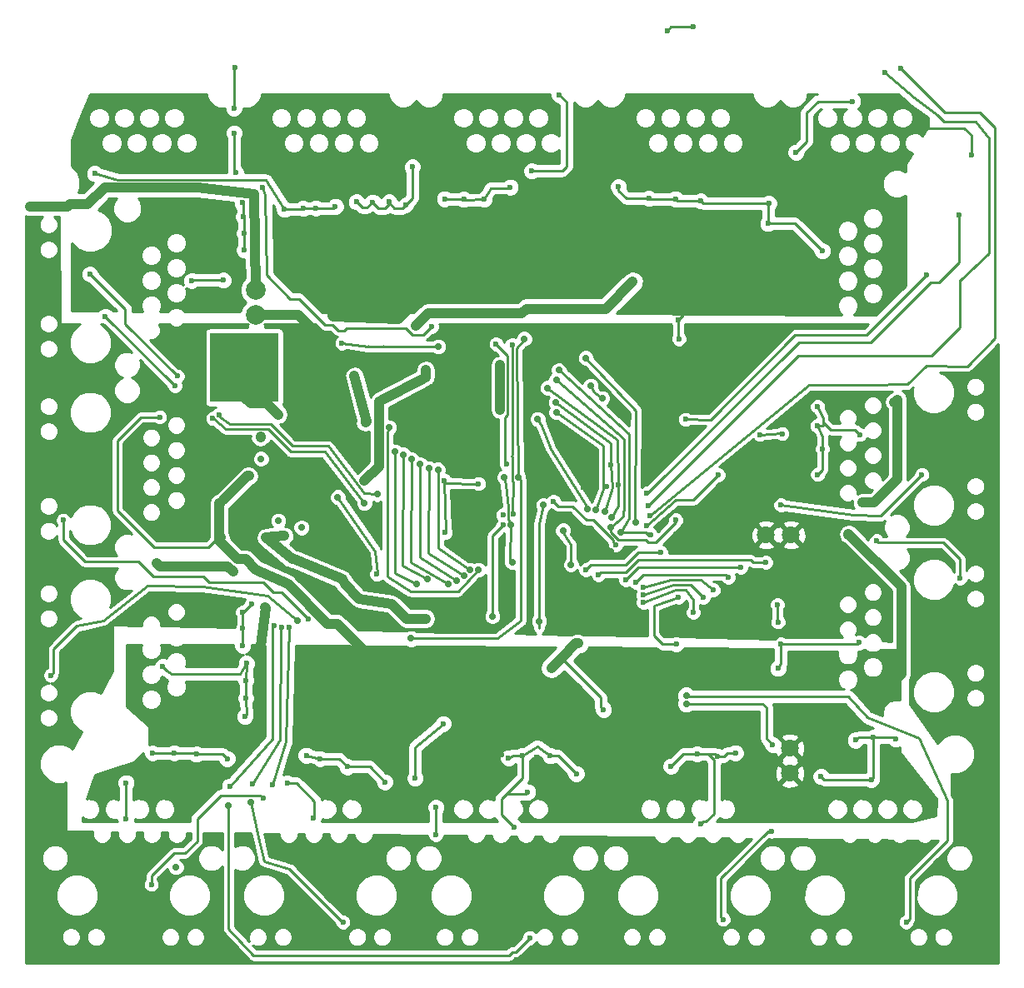
<source format=gbl>
G04 #@! TF.FileFunction,Copper,L2,Bot,Signal*
%FSLAX46Y46*%
G04 Gerber Fmt 4.6, Leading zero omitted, Abs format (unit mm)*
G04 Created by KiCad (PCBNEW 4.0.6-e0-6349~53~ubuntu16.04.1) date Sat Apr 29 17:17:25 2017*
%MOMM*%
%LPD*%
G01*
G04 APERTURE LIST*
%ADD10C,0.150000*%
%ADD11C,2.000000*%
%ADD12R,7.000000X7.000000*%
%ADD13C,0.500000*%
%ADD14C,1.800000*%
%ADD15C,0.600000*%
%ADD16C,0.700000*%
%ADD17C,0.250000*%
%ADD18C,1.000000*%
%ADD19C,0.254000*%
G04 APERTURE END LIST*
D10*
D11*
X110000000Y-88350000D03*
X110000000Y-85850000D03*
D12*
X108800000Y-93700000D03*
D13*
X106300000Y-91200000D03*
X107300000Y-91200000D03*
X108300000Y-91200000D03*
X109300000Y-91200000D03*
X110300000Y-91200000D03*
X111300000Y-91200000D03*
X106300000Y-92200000D03*
X107300000Y-92200000D03*
X108300000Y-92200000D03*
X109300000Y-92200000D03*
X110300000Y-92200000D03*
X111300000Y-92200000D03*
X111300000Y-93200000D03*
X110300000Y-93200000D03*
X109300000Y-93200000D03*
X108300000Y-93200000D03*
X107300000Y-93200000D03*
X106300000Y-93200000D03*
X106300000Y-94200000D03*
X107300000Y-94200000D03*
X108300000Y-94200000D03*
X109300000Y-94200000D03*
X110300000Y-94200000D03*
X111300000Y-94200000D03*
X111300000Y-95200000D03*
X110300000Y-95200000D03*
X109300000Y-95200000D03*
X108300000Y-95200000D03*
X107300000Y-95200000D03*
X106300000Y-95200000D03*
X106300000Y-96200000D03*
X107300000Y-96200000D03*
X108300000Y-96200000D03*
X109300000Y-96200000D03*
X110300000Y-96200000D03*
X111300000Y-96200000D03*
D14*
X164240000Y-132430160D03*
X164240000Y-134970160D03*
X161808160Y-110744000D03*
X164348160Y-110744000D03*
D15*
X144526000Y-105664000D03*
X143256000Y-105918000D03*
X148610000Y-92110000D03*
X118730000Y-118030000D03*
X122410000Y-110700000D03*
X118070000Y-92400000D03*
X137910000Y-104820000D03*
D16*
X122000000Y-119990000D03*
D15*
X139380000Y-106520000D03*
X133560000Y-104710000D03*
X129970000Y-104650000D03*
X137570000Y-97890000D03*
X153400000Y-93800000D03*
X155390000Y-97760000D03*
X115800000Y-94400000D03*
D16*
X125750000Y-117500000D03*
X126000000Y-93250000D03*
X120900000Y-101560000D03*
X133700000Y-99100000D03*
X120060000Y-114760000D03*
X131900000Y-113100000D03*
X129700000Y-99000000D03*
X132800000Y-113100000D03*
X137800000Y-113100000D03*
X140700000Y-113100000D03*
X143500000Y-113150000D03*
X146010000Y-112430000D03*
X127600000Y-98000000D03*
X153162000Y-118618000D03*
X147574000Y-112268000D03*
X144500000Y-119250000D03*
X119970000Y-102430000D03*
X117250000Y-105000000D03*
X114000000Y-100450000D03*
X131840000Y-106710000D03*
X148250000Y-96000000D03*
X105750000Y-102750000D03*
D15*
X135080000Y-108710000D03*
X136160000Y-108590000D03*
X136010000Y-91430000D03*
X163322000Y-107696000D03*
X177650000Y-104600000D03*
D16*
X125750000Y-121250000D03*
X137240000Y-90810000D03*
X136630000Y-104870000D03*
D15*
X152680000Y-121810000D03*
X152908000Y-117094000D03*
X87100000Y-77400000D03*
X118720000Y-91250000D03*
D16*
X128500000Y-91600000D03*
X143500000Y-92750000D03*
X148590000Y-109474000D03*
X119990000Y-94590000D03*
X121100000Y-99300000D03*
D15*
X122260000Y-114740000D03*
X129220000Y-110510000D03*
D16*
X135220000Y-104890000D03*
D15*
X132590000Y-105540000D03*
X129140000Y-105200000D03*
X112251840Y-98500000D03*
D16*
X134750000Y-98000000D03*
X134750000Y-93500000D03*
X136000000Y-113500000D03*
X141190000Y-110280000D03*
X142000000Y-113750000D03*
X118300000Y-106900000D03*
X135850000Y-109710000D03*
X144000000Y-95600000D03*
X145160000Y-96840000D03*
X114600000Y-110000000D03*
X110500000Y-100750000D03*
D15*
X167550000Y-102000000D03*
X142520000Y-135010000D03*
X139890000Y-133200000D03*
X137600000Y-136870000D03*
X136170000Y-140410000D03*
X135660000Y-133400000D03*
X137100000Y-133150000D03*
X158700000Y-132900000D03*
X156850000Y-133250000D03*
X152150000Y-134250000D03*
X154800000Y-133000000D03*
X155200000Y-140100000D03*
X167400000Y-135300000D03*
X170900000Y-131600000D03*
X175000000Y-131500000D03*
X172700000Y-131300000D03*
X172500000Y-135600000D03*
X145300000Y-128500000D03*
X163020000Y-124310000D03*
X162970000Y-117840000D03*
X163030000Y-119600000D03*
X171260000Y-121640000D03*
X163310000Y-121840000D03*
X123070000Y-135850000D03*
X119260000Y-134310000D03*
X116490000Y-133480000D03*
X115090000Y-133140000D03*
X113160000Y-135980000D03*
X115800000Y-139500000D03*
X107060000Y-133470000D03*
X103920000Y-133030000D03*
X101650000Y-132880000D03*
X99470000Y-132910000D03*
X96790000Y-135930000D03*
X96770000Y-139600000D03*
X126150000Y-135470000D03*
X129020000Y-129920000D03*
X108850000Y-129210000D03*
X108940000Y-127310000D03*
X108950000Y-125550000D03*
X109010000Y-123810000D03*
X100500000Y-124130000D03*
X108640000Y-121980000D03*
X108640000Y-120230000D03*
X108620000Y-118600000D03*
X109530000Y-117730000D03*
X99890000Y-113600000D03*
X107680000Y-114500000D03*
X108590000Y-76980000D03*
X108720000Y-78410000D03*
X108800000Y-80100000D03*
X108770000Y-81790000D03*
X106660000Y-84860000D03*
X103430000Y-84920000D03*
X118050000Y-77340000D03*
X116050000Y-77530000D03*
X114750000Y-77560000D03*
X112880000Y-77650000D03*
X93590000Y-74020000D03*
X120190000Y-76900000D03*
X121830000Y-76920000D03*
X123510000Y-76870000D03*
X125870000Y-73310000D03*
X125200000Y-77210000D03*
X129150000Y-76590000D03*
X131090000Y-76650000D03*
X133170000Y-76650000D03*
X135810000Y-75400000D03*
X140780000Y-66000000D03*
X138010000Y-73760000D03*
X146810000Y-75350000D03*
X149900000Y-76520000D03*
X152600000Y-76600000D03*
X170610000Y-66670000D03*
X164860000Y-71850000D03*
X155190000Y-76810000D03*
X162090000Y-77030000D03*
X162010000Y-79090000D03*
X167550000Y-81900000D03*
X167050000Y-104600000D03*
X171350000Y-100550000D03*
X167050000Y-97700000D03*
X167000000Y-99650000D03*
D16*
X110500000Y-103000000D03*
X112250000Y-109300000D03*
X121000000Y-105250000D03*
X127250000Y-119250000D03*
X113700000Y-113200000D03*
D15*
X128270000Y-138430000D03*
X128270000Y-141224000D03*
D16*
X127000000Y-89000000D03*
X127240000Y-94000000D03*
X126250000Y-89500000D03*
X144500000Y-87750000D03*
X101854000Y-144526000D03*
X112850000Y-110850000D03*
X142750000Y-121750000D03*
X140000000Y-124250000D03*
D15*
X177430000Y-69250000D03*
X182660000Y-72160000D03*
X152960000Y-90820000D03*
X104530000Y-71380000D03*
X123460000Y-71570000D03*
X100190000Y-98770000D03*
X93760000Y-136360000D03*
X113630000Y-133330000D03*
X138470000Y-133380000D03*
X147780000Y-135500000D03*
X166160000Y-132480000D03*
X129890000Y-137650000D03*
X134900000Y-133100000D03*
X131120000Y-132790000D03*
X148700000Y-128500000D03*
X147100000Y-131500000D03*
X156440000Y-123180000D03*
X94340000Y-135620000D03*
X104710000Y-122400000D03*
X110870000Y-118080000D03*
X102530000Y-79130000D03*
X101090000Y-76810000D03*
X97320000Y-73700000D03*
X125640000Y-80560000D03*
X135300000Y-79190000D03*
X130560000Y-78890000D03*
X127520000Y-77370000D03*
X143020000Y-73060000D03*
X139540000Y-77330000D03*
X157420000Y-73330000D03*
X167250000Y-88010000D03*
X163450000Y-82420000D03*
X143570000Y-79480000D03*
X174830000Y-97230000D03*
X171575000Y-107450000D03*
X163450000Y-100450000D03*
X161170000Y-100550000D03*
X152875000Y-88900000D03*
X153400000Y-85025000D03*
X172250000Y-127050000D03*
X170175000Y-110700000D03*
D16*
X126000000Y-87250000D03*
X122180000Y-84430000D03*
X123250000Y-83250000D03*
X127800000Y-86200000D03*
X133800000Y-86400000D03*
X136800000Y-86000000D03*
X142750000Y-86000000D03*
X144250000Y-86000000D03*
X145750000Y-85500000D03*
X139750000Y-86000000D03*
X117750000Y-88480000D03*
X118780000Y-88640000D03*
X109250000Y-104750000D03*
X106250000Y-107500000D03*
X106250000Y-111000000D03*
X144750000Y-124250000D03*
X110000000Y-114250000D03*
X121700000Y-127490000D03*
X130750000Y-126250000D03*
X127750000Y-126250000D03*
X142750000Y-126500000D03*
X139750000Y-126250000D03*
X133750000Y-126500000D03*
X136750000Y-126250000D03*
X126750000Y-126250000D03*
X125500000Y-124750000D03*
X118000000Y-119750000D03*
X152220000Y-123250000D03*
X130750000Y-86350000D03*
D15*
X178150000Y-84275000D03*
X153625000Y-99000000D03*
X154432000Y-118618000D03*
X149352000Y-117602000D03*
D16*
X126300000Y-115700000D03*
X124100000Y-102260000D03*
D15*
X155448000Y-117094000D03*
X149352000Y-116840000D03*
D16*
X127390000Y-115230000D03*
X124950000Y-102580000D03*
D15*
X156464000Y-116332000D03*
X149352000Y-116078000D03*
D16*
X125780000Y-103060000D03*
X129500000Y-115700000D03*
D15*
X157988000Y-115062000D03*
X148590000Y-115570000D03*
D16*
X126630000Y-103560000D03*
X130400000Y-115400000D03*
D15*
X159258000Y-114046000D03*
X147574000Y-115316000D03*
D16*
X127540000Y-103950000D03*
X131100000Y-114900000D03*
D15*
X161798000Y-113538000D03*
X144780000Y-114808000D03*
D16*
X131700000Y-114300000D03*
X128470000Y-104100000D03*
D15*
X151130000Y-112522000D03*
X143510000Y-114300000D03*
D16*
X123500000Y-99800000D03*
X132600000Y-114300000D03*
D15*
X150114000Y-110744000D03*
D16*
X140750000Y-94000000D03*
X147066000Y-110490000D03*
D15*
X152654000Y-109220000D03*
D16*
X140500000Y-95000000D03*
X146050000Y-109982000D03*
D15*
X146763964Y-105664383D03*
D16*
X146110000Y-108980000D03*
X139600000Y-95800000D03*
D15*
X146050000Y-103632000D03*
D16*
X140462000Y-97282000D03*
X145480000Y-108330000D03*
D15*
X145580000Y-105800000D03*
D16*
X140500000Y-98270000D03*
X144510000Y-108220000D03*
X143620000Y-108140000D03*
X138610000Y-98970000D03*
D15*
X101750000Y-95580000D03*
X105600000Y-98900000D03*
D16*
X121000000Y-107500000D03*
D15*
X94680000Y-88540000D03*
X93100000Y-84230000D03*
X102000000Y-94600000D03*
X106200000Y-98500000D03*
D16*
X122300000Y-106600000D03*
D15*
X107760000Y-69890000D03*
X107730000Y-67380000D03*
X107820000Y-63220000D03*
X134380000Y-91340000D03*
X127830000Y-89580000D03*
X110610000Y-75420000D03*
X135460000Y-103570000D03*
X107920000Y-73940000D03*
X151750000Y-59470000D03*
X154380000Y-59060000D03*
X175460000Y-63340000D03*
X149990000Y-108780000D03*
X173890000Y-63740000D03*
X149870000Y-107750000D03*
X149700000Y-106520000D03*
X181440000Y-78230000D03*
X115320000Y-119280000D03*
X90390000Y-109250000D03*
D16*
X107188000Y-138250000D03*
D15*
X107320000Y-136270000D03*
X137790000Y-151690000D03*
X111800000Y-120000000D03*
X118830000Y-150090000D03*
X109610000Y-136060000D03*
X112630000Y-120120000D03*
D16*
X109474000Y-137922000D03*
D15*
X113370000Y-120090000D03*
X111620000Y-136140000D03*
X99350000Y-146270000D03*
X110700000Y-137500000D03*
X89130000Y-125000000D03*
D16*
X114200000Y-119460000D03*
D15*
X149641859Y-109769835D03*
X146558000Y-111760000D03*
X173050000Y-111340000D03*
X181540000Y-115130000D03*
X156972000Y-104648000D03*
X140210000Y-107340000D03*
X176050000Y-150090000D03*
D16*
X138750000Y-119500000D03*
X153700000Y-127050000D03*
X139170000Y-107720000D03*
D15*
X162500000Y-132070000D03*
X162340000Y-140860000D03*
X157460000Y-149820000D03*
X135120000Y-109730000D03*
D16*
X153700000Y-127900000D03*
X134000000Y-119000000D03*
D17*
X144526000Y-105918000D02*
X143256000Y-105918000D01*
X144526000Y-105664000D02*
X144526000Y-105918000D01*
X143256000Y-105918000D02*
X143256000Y-104140000D01*
X122390000Y-110680000D02*
X122380000Y-110680000D01*
X122410000Y-110700000D02*
X122390000Y-110680000D01*
X155390000Y-97760000D02*
X155390000Y-97660000D01*
D18*
X110000000Y-88350000D02*
X114250000Y-88350000D01*
X115800000Y-89900000D02*
X115800000Y-94400000D01*
X114250000Y-88350000D02*
X115800000Y-89900000D01*
D17*
X143500000Y-113150000D02*
X143500000Y-113200000D01*
D18*
X114000000Y-100450000D02*
X114000000Y-100200000D01*
D17*
X136040000Y-102880000D02*
X135975000Y-102655000D01*
X136040000Y-105260000D02*
X136040000Y-102880000D01*
X136140000Y-105360000D02*
X136040000Y-105260000D01*
X136020000Y-108450000D02*
X136140000Y-105360000D01*
X136160000Y-108590000D02*
X136020000Y-108450000D01*
X136010000Y-91430000D02*
X136010000Y-91430000D01*
X136010000Y-91430000D02*
X136010000Y-102620000D01*
X136010000Y-102620000D02*
X135975000Y-102655000D01*
X170688000Y-108712000D02*
X163322000Y-107696000D01*
X173445392Y-108826621D02*
X170688000Y-108712000D01*
X177650000Y-104600000D02*
X173445392Y-108826621D01*
X136900000Y-105220000D02*
X136630000Y-104870000D01*
X136900000Y-105220000D02*
X136900000Y-119470000D01*
X136900000Y-119470000D02*
X134500000Y-121250000D01*
X134500000Y-121250000D02*
X125750000Y-121250000D01*
X136630000Y-104870000D02*
X136500000Y-91750000D01*
X137210000Y-90900000D02*
X137240000Y-90810000D01*
X136500000Y-91750000D02*
X137210000Y-90900000D01*
X151270000Y-121810000D02*
X152680000Y-121810000D01*
X150400000Y-120940000D02*
X151270000Y-121810000D01*
X150400000Y-117960000D02*
X150400000Y-120940000D01*
X152908000Y-117094000D02*
X150400000Y-117960000D01*
D18*
X110000000Y-85850000D02*
X109790000Y-76110000D01*
X90800000Y-77400000D02*
X87100000Y-77400000D01*
X87100000Y-77400000D02*
X87000000Y-77400000D01*
X91100000Y-77100000D02*
X90800000Y-77400000D01*
X92900000Y-77100000D02*
X91100000Y-77100000D01*
X94600000Y-75400000D02*
X92900000Y-77100000D01*
X104000000Y-75400000D02*
X94600000Y-75400000D01*
X109790000Y-76110000D02*
X104000000Y-75400000D01*
D17*
X122900000Y-91600000D02*
X122900000Y-91550000D01*
X122900000Y-91550000D02*
X122900000Y-91600000D01*
X118720000Y-91250000D02*
X121400000Y-91600000D01*
X121400000Y-91600000D02*
X121400000Y-91550000D01*
X121400000Y-91550000D02*
X121400000Y-91600000D01*
X121400000Y-91600000D02*
X122900000Y-91600000D01*
X122900000Y-91600000D02*
X127900000Y-91600000D01*
X127900000Y-91600000D02*
X128500000Y-91600000D01*
X148600000Y-98100000D02*
X143500000Y-92750000D01*
X148490000Y-109374000D02*
X148600000Y-98100000D01*
X148590000Y-109474000D02*
X148490000Y-109374000D01*
X119990000Y-94390000D02*
X119990000Y-94590000D01*
D18*
X121200000Y-99200000D02*
X119990000Y-94590000D01*
X121100000Y-99300000D02*
X121200000Y-99200000D01*
D17*
X122309819Y-114598104D02*
X122309819Y-114690181D01*
X122309819Y-114690181D02*
X122260000Y-114740000D01*
X129140000Y-105200000D02*
X129270000Y-110460000D01*
X129270000Y-110460000D02*
X129220000Y-110510000D01*
X135590000Y-107980000D02*
X135630000Y-107960000D01*
X135630000Y-107960000D02*
X135330000Y-105660000D01*
X135330000Y-105660000D02*
X135220000Y-104890000D01*
X135590000Y-107980000D02*
X135650000Y-109160000D01*
X129220000Y-105460000D02*
X132590000Y-105540000D01*
X129140000Y-105200000D02*
X129220000Y-105460000D01*
D18*
X109450000Y-97350000D02*
X107400000Y-95600000D01*
X111101840Y-97350000D02*
X109450000Y-97350000D01*
X112251840Y-98500000D02*
X111101840Y-97350000D01*
X134750000Y-93500000D02*
X134750000Y-98000000D01*
D17*
X136000000Y-113500000D02*
X135800000Y-113300000D01*
X135800000Y-113300000D02*
X135850000Y-109710000D01*
X142000000Y-111750000D02*
X142000000Y-113750000D01*
X141250000Y-110690000D02*
X142000000Y-111750000D01*
X141250000Y-110190000D02*
X141250000Y-110690000D01*
X141170000Y-110280000D02*
X141250000Y-110190000D01*
X122100000Y-112400000D02*
X122309819Y-114598104D01*
X122309819Y-114598104D02*
X122310000Y-114600000D01*
X122100000Y-112400000D02*
X118300000Y-106900000D01*
X135650000Y-109160000D02*
X135650000Y-109160000D01*
X135850000Y-109710000D02*
X135650000Y-109160000D01*
X144000000Y-95600000D02*
X144300000Y-96250000D01*
X144300000Y-96250000D02*
X145160000Y-96840000D01*
D18*
X110500000Y-100750000D02*
X110431806Y-100818194D01*
D17*
X142520000Y-135010000D02*
X140710000Y-133200000D01*
X140710000Y-133200000D02*
X139890000Y-133200000D01*
X139840000Y-133150000D02*
X138580000Y-132210000D01*
X138580000Y-132210000D02*
X137100000Y-133150000D01*
X139890000Y-133200000D02*
X139840000Y-133150000D01*
X137600000Y-136870000D02*
X137365000Y-137105000D01*
X137365000Y-137105000D02*
X135415000Y-137105000D01*
X137070000Y-135230000D02*
X137100000Y-135200000D01*
X137070000Y-135450000D02*
X137070000Y-135230000D01*
X134920000Y-137600000D02*
X135415000Y-137105000D01*
X135415000Y-137105000D02*
X137070000Y-135450000D01*
X134920000Y-139160000D02*
X134920000Y-137600000D01*
X136170000Y-140410000D02*
X134920000Y-139160000D01*
X136100000Y-133150000D02*
X137100000Y-133150000D01*
X135660000Y-133400000D02*
X136100000Y-133150000D01*
X137100000Y-135200000D02*
X137100000Y-133150000D01*
X156850000Y-133250000D02*
X157550000Y-133250000D01*
X157900000Y-132900000D02*
X158700000Y-132900000D01*
X157550000Y-133250000D02*
X157900000Y-132900000D01*
X154800000Y-133000000D02*
X156600000Y-133000000D01*
X156600000Y-133000000D02*
X156850000Y-133250000D01*
X154800000Y-133000000D02*
X153400000Y-133000000D01*
X153400000Y-133000000D02*
X152150000Y-134250000D01*
X155900000Y-133000000D02*
X154800000Y-133000000D01*
X156500000Y-133600000D02*
X155900000Y-133000000D01*
X156500000Y-139100000D02*
X156500000Y-133600000D01*
X155700000Y-139900000D02*
X156500000Y-139100000D01*
X155400000Y-139900000D02*
X155700000Y-139900000D01*
X155200000Y-140100000D02*
X155400000Y-139900000D01*
X172500000Y-135600000D02*
X167700000Y-135600000D01*
X167700000Y-135600000D02*
X167400000Y-135300000D01*
X172700000Y-131300000D02*
X171300000Y-131300000D01*
X171300000Y-131300000D02*
X170900000Y-131600000D01*
X172700000Y-131300000D02*
X174800000Y-131300000D01*
X174800000Y-131300000D02*
X175000000Y-131500000D01*
X172700000Y-135400000D02*
X172700000Y-131300000D01*
X172500000Y-135600000D02*
X172700000Y-135400000D01*
X145000000Y-128250000D02*
X145050000Y-128250000D01*
X141000000Y-123250000D02*
X144500000Y-126750000D01*
X145000000Y-127250000D02*
X144500000Y-126750000D01*
X145000000Y-128250000D02*
X145000000Y-127250000D01*
X145050000Y-128250000D02*
X145300000Y-128500000D01*
X163310000Y-123770000D02*
X163310000Y-121840000D01*
X163020000Y-124310000D02*
X163310000Y-123770000D01*
X162970000Y-119540000D02*
X162970000Y-117840000D01*
X163030000Y-119600000D02*
X162970000Y-119540000D01*
X171260000Y-121640000D02*
X171060000Y-121840000D01*
X171060000Y-121840000D02*
X163310000Y-121840000D01*
X119260000Y-134310000D02*
X121530000Y-134310000D01*
X121530000Y-134310000D02*
X123070000Y-135850000D01*
X116490000Y-133480000D02*
X118430000Y-133480000D01*
X118430000Y-133480000D02*
X119260000Y-134310000D01*
X115090000Y-133140000D02*
X116490000Y-133480000D01*
X115090000Y-133140000D02*
X115090000Y-133140000D01*
X114100000Y-135980000D02*
X113160000Y-135980000D01*
X115930000Y-137810000D02*
X114100000Y-135980000D01*
X115930000Y-139370000D02*
X115930000Y-137810000D01*
X115800000Y-139500000D02*
X115930000Y-139370000D01*
X103920000Y-133030000D02*
X106620000Y-133030000D01*
X106620000Y-133030000D02*
X107060000Y-133470000D01*
X101650000Y-132880000D02*
X103770000Y-132880000D01*
X103770000Y-132880000D02*
X103920000Y-133030000D01*
X99500000Y-132880000D02*
X101650000Y-132880000D01*
X99470000Y-132910000D02*
X99500000Y-132880000D01*
X96790000Y-139580000D02*
X96790000Y-135930000D01*
X96770000Y-139600000D02*
X96790000Y-139580000D01*
X126150000Y-132290000D02*
X126150000Y-135470000D01*
X129020000Y-129920000D02*
X126150000Y-132290000D01*
X108940000Y-127310000D02*
X109040000Y-129020000D01*
X109040000Y-129020000D02*
X108850000Y-129210000D01*
X108950000Y-125550000D02*
X108920000Y-127290000D01*
X108920000Y-127290000D02*
X108940000Y-127310000D01*
X109010000Y-123810000D02*
X108990000Y-125510000D01*
X108990000Y-125510000D02*
X108950000Y-125550000D01*
X108390000Y-124910000D02*
X109010000Y-123810000D01*
X101400000Y-124910000D02*
X108390000Y-124910000D01*
X100930000Y-124500000D02*
X101400000Y-124910000D01*
X100870000Y-124500000D02*
X100930000Y-124500000D01*
X100500000Y-124130000D02*
X100870000Y-124500000D01*
X108640000Y-120230000D02*
X108640000Y-121980000D01*
X108620000Y-118600000D02*
X108620000Y-120210000D01*
X108620000Y-120210000D02*
X108640000Y-120230000D01*
X108660000Y-118600000D02*
X108620000Y-118600000D01*
X109530000Y-117730000D02*
X108660000Y-118600000D01*
D18*
X100200000Y-113910000D02*
X99890000Y-113600000D01*
X107090000Y-113910000D02*
X100200000Y-113910000D01*
X107680000Y-114500000D02*
X107090000Y-113910000D01*
D17*
X108720000Y-78410000D02*
X108720000Y-77110000D01*
X108720000Y-77110000D02*
X108590000Y-76980000D01*
X108800000Y-80100000D02*
X108800000Y-78490000D01*
X108800000Y-78490000D02*
X108720000Y-78410000D01*
X108800000Y-81760000D02*
X108800000Y-80100000D01*
X108770000Y-81790000D02*
X108800000Y-81760000D01*
X103490000Y-84860000D02*
X106660000Y-84860000D01*
X103430000Y-84920000D02*
X103490000Y-84860000D01*
X116050000Y-77530000D02*
X117860000Y-77530000D01*
X117860000Y-77530000D02*
X118050000Y-77340000D01*
X114750000Y-77560000D02*
X116020000Y-77560000D01*
X116020000Y-77560000D02*
X116050000Y-77530000D01*
X112880000Y-77650000D02*
X114660000Y-77650000D01*
X114660000Y-77650000D02*
X114750000Y-77560000D01*
X107810000Y-74630000D02*
X111020000Y-74690000D01*
X111020000Y-74690000D02*
X112880000Y-77650000D01*
X104430000Y-74640000D02*
X107810000Y-74630000D01*
X95950000Y-74640000D02*
X104430000Y-74640000D01*
X93590000Y-74020000D02*
X95950000Y-74640000D01*
X121830000Y-76920000D02*
X121790000Y-76920000D01*
X120760000Y-77470000D02*
X120190000Y-76900000D01*
X121240000Y-77470000D02*
X120760000Y-77470000D01*
X121790000Y-76920000D02*
X121240000Y-77470000D01*
X123510000Y-76870000D02*
X123510000Y-77090000D01*
X122430000Y-77520000D02*
X121830000Y-76920000D01*
X123080000Y-77520000D02*
X122430000Y-77520000D01*
X123510000Y-77090000D02*
X123080000Y-77520000D01*
X125200000Y-77210000D02*
X124880000Y-77530000D01*
X123510000Y-76980000D02*
X123510000Y-76870000D01*
X124060000Y-77530000D02*
X123510000Y-76980000D01*
X124880000Y-77530000D02*
X124060000Y-77530000D01*
X125870000Y-76540000D02*
X125870000Y-73310000D01*
X125200000Y-77210000D02*
X125870000Y-76540000D01*
X131090000Y-76650000D02*
X129210000Y-76650000D01*
X129210000Y-76650000D02*
X129150000Y-76590000D01*
X133170000Y-76650000D02*
X131130000Y-76690000D01*
X131130000Y-76690000D02*
X131090000Y-76650000D01*
X133860000Y-75470000D02*
X133170000Y-76650000D01*
X135740000Y-75470000D02*
X133860000Y-75470000D01*
X135810000Y-75400000D02*
X135740000Y-75470000D01*
X141120000Y-73700000D02*
X138010000Y-73760000D01*
X141510000Y-73310000D02*
X141120000Y-73700000D01*
X141510000Y-66730000D02*
X141510000Y-73310000D01*
X141510000Y-66730000D02*
X140780000Y-66000000D01*
X149900000Y-76520000D02*
X147600000Y-76520000D01*
X146810000Y-75730000D02*
X146810000Y-75350000D01*
X147600000Y-76520000D02*
X146810000Y-75730000D01*
X152600000Y-76600000D02*
X149980000Y-76600000D01*
X149980000Y-76600000D02*
X149900000Y-76520000D01*
X155190000Y-76810000D02*
X152810000Y-76810000D01*
X152810000Y-76810000D02*
X152600000Y-76600000D01*
X167090000Y-66670000D02*
X170610000Y-66670000D01*
X165930000Y-67830000D02*
X167090000Y-66670000D01*
X165930000Y-70780000D02*
X165930000Y-67830000D01*
X164860000Y-71850000D02*
X165930000Y-70780000D01*
X162090000Y-77030000D02*
X155410000Y-77030000D01*
X155410000Y-77030000D02*
X155190000Y-76810000D01*
X162010000Y-79090000D02*
X162010000Y-77110000D01*
X162010000Y-77110000D02*
X162090000Y-77030000D01*
X164740000Y-79090000D02*
X162010000Y-79090000D01*
X167550000Y-81900000D02*
X164740000Y-79090000D01*
X167050000Y-104600000D02*
X167550000Y-104100000D01*
X167550000Y-104100000D02*
X167550000Y-102000000D01*
X167550000Y-100700000D02*
X167000000Y-99650000D01*
X167550000Y-102000000D02*
X167550000Y-100700000D01*
X168350000Y-100050000D02*
X167600000Y-99300000D01*
X170850000Y-100050000D02*
X168350000Y-100050000D01*
X171350000Y-100550000D02*
X170850000Y-100050000D01*
X167050000Y-97700000D02*
X167600000Y-98850000D01*
X167600000Y-98850000D02*
X167600000Y-99300000D01*
X167600000Y-99300000D02*
X167600000Y-99650000D01*
X167600000Y-99650000D02*
X167000000Y-99650000D01*
D18*
X121000000Y-105250000D02*
X122500000Y-103750000D01*
X122500000Y-103750000D02*
X122510000Y-97190000D01*
X122510000Y-97190000D02*
X127200000Y-94700000D01*
X127200000Y-94700000D02*
X127240000Y-94000000D01*
X111000000Y-111000000D02*
X112850000Y-110850000D01*
X111000000Y-111000000D02*
X113700000Y-113200000D01*
X113900000Y-113200000D02*
X118750000Y-115250000D01*
X118750000Y-115250000D02*
X119000000Y-115750000D01*
X119000000Y-115750000D02*
X120500000Y-117250000D01*
X120500000Y-117250000D02*
X123750000Y-117750000D01*
X123750000Y-117750000D02*
X125250000Y-119250000D01*
X125250000Y-119250000D02*
X127250000Y-119250000D01*
X113700000Y-113200000D02*
X113900000Y-113200000D01*
D17*
X128270000Y-138430000D02*
X128270000Y-141224000D01*
D18*
X144500000Y-87750000D02*
X145500000Y-87750000D01*
X145500000Y-87750000D02*
X148250000Y-85000000D01*
X137500000Y-87750000D02*
X144500000Y-87750000D01*
X126250000Y-89500000D02*
X127500000Y-88250000D01*
X127500000Y-88250000D02*
X137000000Y-88250000D01*
X137000000Y-88250000D02*
X137500000Y-87750000D01*
X142500000Y-121750000D02*
X142750000Y-121750000D01*
X140000000Y-124250000D02*
X141000000Y-123250000D01*
X141000000Y-123250000D02*
X142500000Y-121750000D01*
D17*
X182660000Y-72160000D02*
X182660000Y-70110000D01*
X177580000Y-69400000D02*
X177430000Y-69250000D01*
X181950000Y-69400000D02*
X177580000Y-69400000D01*
X182660000Y-70110000D02*
X181950000Y-69400000D01*
X152875000Y-90735000D02*
X152875000Y-88900000D01*
X152960000Y-90820000D02*
X152875000Y-90735000D01*
X106250000Y-111000000D02*
X106150000Y-111000000D01*
X98290000Y-98770000D02*
X100190000Y-98770000D01*
X95890000Y-101170000D02*
X98290000Y-98770000D01*
X95890000Y-108270000D02*
X95890000Y-101170000D01*
X99630000Y-112010000D02*
X95890000Y-108270000D01*
X105140000Y-112010000D02*
X99630000Y-112010000D01*
X106150000Y-111000000D02*
X105140000Y-112010000D01*
X138560000Y-133470000D02*
X138560000Y-134310000D01*
X138470000Y-133380000D02*
X138560000Y-133470000D01*
X129890000Y-137650000D02*
X129890000Y-137630000D01*
X134900000Y-133100000D02*
X131430000Y-133100000D01*
X131430000Y-133100000D02*
X131120000Y-132790000D01*
X148700000Y-129900000D02*
X148700000Y-128500000D01*
X147100000Y-131500000D02*
X148700000Y-129900000D01*
D18*
X108950000Y-113200000D02*
X110000000Y-114250000D01*
X106250000Y-111350000D02*
X108100000Y-113200000D01*
X108100000Y-113200000D02*
X108950000Y-113200000D01*
D17*
X106250000Y-111840000D02*
X106250000Y-111350000D01*
X106270000Y-111860000D02*
X106250000Y-111840000D01*
D18*
X110280000Y-123260000D02*
X110950000Y-118160000D01*
X110950000Y-118160000D02*
X110870000Y-118080000D01*
D17*
X102530000Y-78250000D02*
X102530000Y-79130000D01*
X101090000Y-76810000D02*
X102530000Y-78250000D01*
X130560000Y-78890000D02*
X135000000Y-78890000D01*
X135000000Y-78890000D02*
X135300000Y-79190000D01*
X129040000Y-78890000D02*
X130560000Y-78890000D01*
X127520000Y-77370000D02*
X129040000Y-78890000D01*
D18*
X175080000Y-97230000D02*
X174830000Y-97230000D01*
X175175000Y-96975000D02*
X175080000Y-97230000D01*
X175175000Y-105050000D02*
X175175000Y-96975000D01*
X172800000Y-107425000D02*
X175175000Y-105050000D01*
X171600000Y-107425000D02*
X172800000Y-107425000D01*
X171575000Y-107450000D02*
X171600000Y-107425000D01*
D17*
X163450000Y-100450000D02*
X163425000Y-100425000D01*
X163425000Y-100425000D02*
X161170000Y-100550000D01*
X152875000Y-88900000D02*
X153400000Y-88375000D01*
X153400000Y-88375000D02*
X153400000Y-85025000D01*
D18*
X172250000Y-127050000D02*
X172400000Y-126900000D01*
X172400000Y-126900000D02*
X173550000Y-126900000D01*
X173550000Y-126900000D02*
X175550000Y-124900000D01*
X175550000Y-124900000D02*
X175550000Y-116000000D01*
X175550000Y-116000000D02*
X170200000Y-110650000D01*
X170200000Y-110650000D02*
X170175000Y-110700000D01*
D17*
X126000000Y-87250000D02*
X125875000Y-87250000D01*
X125875000Y-87250000D02*
X126250000Y-87250000D01*
X126250000Y-87250000D02*
X125875000Y-87250000D01*
D18*
X125875000Y-87375000D02*
X125875000Y-87250000D01*
X125875000Y-87250000D02*
X125875000Y-86125000D01*
X123250000Y-83500000D02*
X123250000Y-83250000D01*
X125875000Y-86125000D02*
X122180000Y-84430000D01*
X122180000Y-84430000D02*
X123250000Y-83500000D01*
D17*
X127800000Y-86200000D02*
X127800000Y-86300000D01*
X127800000Y-86300000D02*
X127800000Y-86200000D01*
X127800000Y-86200000D02*
X127800000Y-86300000D01*
X133800000Y-86400000D02*
X133800000Y-86350000D01*
X133800000Y-86350000D02*
X133800000Y-86400000D01*
X133800000Y-86400000D02*
X133800000Y-86350000D01*
X136650000Y-86150000D02*
X136650000Y-86350000D01*
X136800000Y-86000000D02*
X136650000Y-86150000D01*
X145375000Y-85125000D02*
X145375000Y-84875000D01*
X145750000Y-85500000D02*
X145375000Y-85125000D01*
X141400000Y-80350000D02*
X141400000Y-86000000D01*
X141750000Y-80000000D02*
X141400000Y-80350000D01*
D18*
X132300000Y-86350000D02*
X132300000Y-80800000D01*
X132300000Y-80800000D02*
X132150000Y-80650000D01*
D17*
X147600000Y-83900000D02*
X147600000Y-83800000D01*
X147600000Y-83800000D02*
X147600000Y-83900000D01*
X147600000Y-83900000D02*
X147600000Y-83800000D01*
D18*
X130750000Y-86350000D02*
X130700000Y-86300000D01*
X126950000Y-86300000D02*
X127800000Y-86300000D01*
X127800000Y-86300000D02*
X129300000Y-86300000D01*
X129300000Y-86300000D02*
X130700000Y-86300000D01*
X124450000Y-88800000D02*
X125875000Y-87375000D01*
X125875000Y-87375000D02*
X126950000Y-86300000D01*
X117800000Y-88530000D02*
X124450000Y-88800000D01*
X117800000Y-88530000D02*
X117750000Y-88480000D01*
X130750000Y-86350000D02*
X132300000Y-86350000D01*
X132300000Y-86350000D02*
X133800000Y-86350000D01*
X133800000Y-86350000D02*
X135500000Y-86350000D01*
X135500000Y-86350000D02*
X136650000Y-86350000D01*
X137000000Y-86000000D02*
X137800000Y-86000000D01*
X136650000Y-86350000D02*
X137000000Y-86000000D01*
X137800000Y-86000000D02*
X139750000Y-86000000D01*
X139750000Y-86000000D02*
X141400000Y-86000000D01*
X141400000Y-86000000D02*
X142750000Y-86000000D01*
X142750000Y-86000000D02*
X144250000Y-86000000D01*
X144250000Y-86000000D02*
X145375000Y-84875000D01*
X145375000Y-84875000D02*
X146450000Y-83800000D01*
X146450000Y-83800000D02*
X147600000Y-83800000D01*
X106250000Y-111000000D02*
X106250000Y-111350000D01*
X106250000Y-107500000D02*
X106250000Y-111000000D01*
X109250000Y-104750000D02*
X109150000Y-104750000D01*
X109150000Y-104750000D02*
X106700000Y-107200000D01*
X106300000Y-107550000D02*
X106300000Y-107600000D01*
X106250000Y-107500000D02*
X106300000Y-107550000D01*
X106250000Y-111000000D02*
X106400000Y-111000000D01*
X125500000Y-125000000D02*
X124750000Y-125500000D01*
X124750000Y-125500000D02*
X121700000Y-127490000D01*
X139750000Y-126250000D02*
X142500000Y-126250000D01*
X142500000Y-126250000D02*
X142750000Y-126500000D01*
X136750000Y-126250000D02*
X139750000Y-126250000D01*
X133750000Y-126500000D02*
X136500000Y-126500000D01*
X136500000Y-126500000D02*
X136750000Y-126250000D01*
X126750000Y-126250000D02*
X127750000Y-126250000D01*
X127750000Y-126250000D02*
X130750000Y-126250000D01*
X130750000Y-126250000D02*
X134000000Y-126250000D01*
X125500000Y-124750000D02*
X125500000Y-125000000D01*
X125500000Y-125000000D02*
X126750000Y-126250000D01*
X118000000Y-119750000D02*
X118250000Y-119750000D01*
X125500000Y-124500000D02*
X125500000Y-124750000D01*
X123750000Y-122750000D02*
X125500000Y-124500000D01*
X121250000Y-122750000D02*
X123750000Y-122750000D01*
X118250000Y-119750000D02*
X121250000Y-122750000D01*
X117250000Y-119750000D02*
X118000000Y-119750000D01*
X110000000Y-114250000D02*
X113250000Y-115750000D01*
X113250000Y-115750000D02*
X117250000Y-119750000D01*
D17*
X178150000Y-84275000D02*
X172000000Y-90425000D01*
X172000000Y-90425000D02*
X164775000Y-90425000D01*
X164775000Y-90425000D02*
X156175000Y-99025000D01*
X156175000Y-99025000D02*
X153625000Y-99000000D01*
X154432000Y-117348000D02*
X154432000Y-118618000D01*
X153670000Y-116332000D02*
X154432000Y-117348000D01*
X152654000Y-116332000D02*
X153670000Y-116332000D01*
X149352000Y-117602000D02*
X152654000Y-116332000D01*
X124080000Y-114531961D02*
X124080000Y-114590000D01*
X124080000Y-114590000D02*
X126300000Y-115700000D01*
X124080000Y-114531961D02*
X124100000Y-102260000D01*
X154178000Y-115824000D02*
X155448000Y-117094000D01*
X152400000Y-115824000D02*
X154178000Y-115824000D01*
X149352000Y-116840000D02*
X152400000Y-115824000D01*
X127390000Y-115230000D02*
X124890000Y-113830000D01*
X124890000Y-113830000D02*
X124950000Y-102580000D01*
X155194000Y-115316000D02*
X156464000Y-116332000D01*
X152146000Y-115316000D02*
X155194000Y-115316000D01*
X149352000Y-116078000D02*
X152146000Y-115316000D01*
X125730000Y-113510000D02*
X125780000Y-103060000D01*
X129500000Y-115700000D02*
X125730000Y-113510000D01*
X157734000Y-114808000D02*
X157988000Y-115062000D01*
X149352000Y-114808000D02*
X157734000Y-114808000D01*
X148590000Y-115570000D02*
X149352000Y-114808000D01*
X126620000Y-113050000D02*
X126630000Y-103560000D01*
X130400000Y-115400000D02*
X126620000Y-113050000D01*
X148844000Y-114046000D02*
X159258000Y-114046000D01*
X147574000Y-115316000D02*
X148844000Y-114046000D01*
X127480000Y-112580000D02*
X127540000Y-103950000D01*
X131100000Y-114900000D02*
X127480000Y-112580000D01*
X160528000Y-113538000D02*
X161798000Y-113538000D01*
X160274000Y-113284000D02*
X160528000Y-113538000D01*
X158750000Y-113284000D02*
X160274000Y-113284000D01*
X148844000Y-113284000D02*
X158750000Y-113284000D01*
X147574000Y-114554000D02*
X148844000Y-113284000D01*
X145034000Y-114554000D02*
X147574000Y-114554000D01*
X144780000Y-114808000D02*
X145034000Y-114554000D01*
X128470000Y-104100000D02*
X128509937Y-112110150D01*
X128509937Y-112110150D02*
X131700000Y-114300000D01*
X128620000Y-104080000D02*
X128470000Y-104100000D01*
X148844000Y-112522000D02*
X151130000Y-112522000D01*
X147574000Y-113792000D02*
X148844000Y-112522000D01*
X144018000Y-113792000D02*
X147574000Y-113792000D01*
X143510000Y-114300000D02*
X144018000Y-113792000D01*
X123350000Y-114980000D02*
X123350000Y-100280000D01*
X123350000Y-100280000D02*
X123500000Y-99800000D01*
X125750000Y-116500000D02*
X123350000Y-114980000D01*
X130500000Y-116500000D02*
X125750000Y-116500000D01*
X132600000Y-114300000D02*
X130500000Y-116500000D01*
X147066000Y-110490000D02*
X149606000Y-110490000D01*
X149860000Y-110744000D02*
X150114000Y-110744000D01*
X149606000Y-110490000D02*
X149860000Y-110744000D01*
X147910000Y-100510000D02*
X140750000Y-94000000D01*
X147910000Y-109010000D02*
X147910000Y-100510000D01*
X147066000Y-110490000D02*
X147910000Y-109010000D01*
X146050000Y-109982000D02*
X146050000Y-110490000D01*
X152654000Y-109474000D02*
X152654000Y-109220000D01*
X150622000Y-111506000D02*
X152654000Y-109474000D01*
X149860000Y-111506000D02*
X150622000Y-111506000D01*
X149606000Y-111252000D02*
X149860000Y-111506000D01*
X146812000Y-111252000D02*
X149606000Y-111252000D01*
X146050000Y-110490000D02*
X146812000Y-111252000D01*
X147370000Y-101020000D02*
X140500000Y-95000000D01*
X147330000Y-108890000D02*
X147380000Y-107690000D01*
X147380000Y-107690000D02*
X147370000Y-101020000D01*
X146050000Y-109982000D02*
X147330000Y-108890000D01*
X146730000Y-101120000D02*
X146763964Y-105664383D01*
X146763964Y-105664383D02*
X146780000Y-107810000D01*
X146780000Y-107810000D02*
X146110000Y-108980000D01*
X139600000Y-95800000D02*
X146730000Y-101120000D01*
X146050000Y-101458160D02*
X140462000Y-97282000D01*
X145480000Y-108330000D02*
X146200000Y-105880000D01*
X146200000Y-105880000D02*
X146050000Y-103632000D01*
X146050000Y-103632000D02*
X146050000Y-101458160D01*
X145288000Y-105918000D02*
X145580000Y-105800000D01*
X145288000Y-101710000D02*
X140500000Y-98270000D01*
X145288000Y-106110000D02*
X145288000Y-105918000D01*
X145288000Y-105918000D02*
X145288000Y-101710000D01*
X144510000Y-108220000D02*
X145288000Y-106110000D01*
X139954000Y-102038000D02*
X138990000Y-99640000D01*
X143620000Y-108140000D02*
X143670000Y-107940000D01*
X143670000Y-107940000D02*
X139954000Y-102038000D01*
X138990000Y-99640000D02*
X138610000Y-98970000D01*
X113500400Y-102287429D02*
X113500400Y-102250400D01*
X106900000Y-100000000D02*
X105700000Y-99000000D01*
X111250000Y-100000000D02*
X106900000Y-100000000D01*
X113500400Y-102250400D02*
X111250000Y-100000000D01*
X113500400Y-102287429D02*
X117000000Y-102250000D01*
X117000000Y-102250000D02*
X121000000Y-107500000D01*
X105700000Y-99000000D02*
X105600000Y-98900000D01*
X101480000Y-95340000D02*
X101750000Y-95580000D01*
X94680000Y-88540000D02*
X101480000Y-95340000D01*
X96695294Y-87825294D02*
X96695294Y-89295294D01*
X93100000Y-84230000D02*
X96695294Y-87825294D01*
X106206763Y-98705951D02*
X106206763Y-98506763D01*
X96695294Y-89295294D02*
X96695294Y-88778823D01*
X102000000Y-94600000D02*
X96695294Y-89295294D01*
X106206763Y-98506763D02*
X106200000Y-98500000D01*
X111500000Y-99500000D02*
X113700000Y-101700000D01*
X107370000Y-99500000D02*
X111500000Y-99500000D01*
X106200000Y-98700000D02*
X106206763Y-98705951D01*
X106206763Y-98705951D02*
X107370000Y-99500000D01*
X113700000Y-101700000D02*
X117300000Y-101700000D01*
X117300000Y-101700000D02*
X121000000Y-106500000D01*
X121000000Y-106500000D02*
X122300000Y-106600000D01*
X107773784Y-69889978D02*
X107773784Y-69890136D01*
X107760022Y-69889978D02*
X107773784Y-69889978D01*
X107760000Y-69890000D02*
X107760022Y-69889978D01*
X107760000Y-63280000D02*
X107730000Y-67380000D01*
X107820000Y-63220000D02*
X107760000Y-63280000D01*
X127650000Y-89710000D02*
X127700000Y-89710000D01*
X134380000Y-91340000D02*
X134380000Y-91370000D01*
X134380000Y-91340000D02*
X134380000Y-91340000D01*
X127700000Y-89710000D02*
X127830000Y-89580000D01*
X117760000Y-89380000D02*
X116960000Y-89380000D01*
X110930000Y-76200000D02*
X110610000Y-75420000D01*
X111030000Y-84344998D02*
X110930000Y-76200000D01*
X113465002Y-86780000D02*
X111030000Y-84344998D01*
X114360000Y-86780000D02*
X113465002Y-86780000D01*
X116960000Y-89380000D02*
X114360000Y-86780000D01*
X135460000Y-103570000D02*
X135290000Y-103400000D01*
X135290000Y-103400000D02*
X135290000Y-98830000D01*
X135290000Y-98830000D02*
X135549998Y-98570002D01*
X135549998Y-98570002D02*
X135549998Y-92529998D01*
X135549998Y-92529998D02*
X134380000Y-91370000D01*
X107920000Y-73940000D02*
X107780000Y-73800000D01*
X107780000Y-73800000D02*
X107773784Y-69890136D01*
X107773784Y-69890136D02*
X107773736Y-69859944D01*
X118330000Y-89950000D02*
X117760000Y-89380000D01*
X118940000Y-89950000D02*
X118330000Y-89950000D01*
X119166488Y-89723512D02*
X118940000Y-89950000D01*
X125223512Y-89723512D02*
X119166488Y-89723512D01*
X125880000Y-90380000D02*
X125223512Y-89723512D01*
X126980000Y-90380000D02*
X125880000Y-90380000D01*
X127650000Y-89710000D02*
X126980000Y-90380000D01*
X151750000Y-59470000D02*
X152160000Y-59060000D01*
X152160000Y-59060000D02*
X154380000Y-59060000D01*
X175460000Y-63340000D02*
X179950000Y-67830000D01*
X179950000Y-67830000D02*
X183570000Y-67830000D01*
X183570000Y-67830000D02*
X185090000Y-69350000D01*
X185090000Y-69350000D02*
X185090000Y-90790000D01*
X185090000Y-90790000D02*
X182280000Y-93600000D01*
X182280000Y-93600000D02*
X178080000Y-93530000D01*
X178080000Y-93530000D02*
X176160000Y-95450000D01*
X176160000Y-95450000D02*
X172140000Y-95520000D01*
X149990000Y-108780000D02*
X166150000Y-95520000D01*
X166150000Y-95520000D02*
X172140000Y-95520000D01*
X184490000Y-82100000D02*
X181560259Y-84830273D01*
X184490000Y-70430000D02*
X184490000Y-82100000D01*
X183110000Y-68730000D02*
X184490000Y-70430000D01*
X179860000Y-68730000D02*
X183110000Y-68730000D01*
X179220000Y-68090000D02*
X179860000Y-68730000D01*
X176814267Y-66308780D02*
X179220000Y-68090000D01*
X173890000Y-63740000D02*
X176814267Y-66308780D01*
X149870000Y-107750000D02*
X165090000Y-92500000D01*
X165090000Y-92500000D02*
X178630000Y-92500000D01*
X178630000Y-92500000D02*
X181550000Y-89610000D01*
X181550000Y-89610000D02*
X181550000Y-84830000D01*
X149800000Y-106520000D02*
X149700000Y-106520000D01*
X165180000Y-91140000D02*
X149800000Y-106520000D01*
X172420000Y-91140000D02*
X165180000Y-91140000D01*
X178510000Y-85050000D02*
X172420000Y-91140000D01*
X179430000Y-85050000D02*
X178510000Y-85050000D01*
X181440000Y-83040000D02*
X179430000Y-85050000D01*
X181440000Y-78230000D02*
X181440000Y-83040000D01*
X112400000Y-116570000D02*
X111770000Y-116570000D01*
X115320000Y-119280000D02*
X112610000Y-116570000D01*
X112610000Y-116570000D02*
X112400000Y-116570000D01*
X90390000Y-111260000D02*
X90390000Y-109250000D01*
X92590000Y-113460000D02*
X90390000Y-111260000D01*
X98060000Y-113460000D02*
X92590000Y-113460000D01*
X99570000Y-114970000D02*
X98060000Y-113460000D01*
X104610000Y-114970000D02*
X99570000Y-114970000D01*
X105200000Y-115560000D02*
X104610000Y-114970000D01*
X110760000Y-115560000D02*
X105200000Y-115560000D01*
X111770000Y-116570000D02*
X110760000Y-115560000D01*
X107188000Y-150750000D02*
X107188000Y-138250000D01*
X109750000Y-153500000D02*
X107188000Y-150750000D01*
X130750000Y-153500000D02*
X128250000Y-153500000D01*
X128250000Y-153500000D02*
X109750000Y-153500000D01*
X135670000Y-153500000D02*
X130750000Y-153500000D01*
X136060000Y-153110000D02*
X135670000Y-153500000D01*
X136370000Y-153110000D02*
X136060000Y-153110000D01*
X137790000Y-151690000D02*
X136370000Y-153110000D01*
X111620000Y-120180000D02*
X111620000Y-131510000D01*
X111620000Y-131510000D02*
X107320000Y-136270000D01*
X111800000Y-120000000D02*
X111620000Y-120180000D01*
X113357797Y-144705232D02*
X113357797Y-144707797D01*
X118740000Y-150090000D02*
X118830000Y-150090000D01*
X113357797Y-144707797D02*
X118740000Y-150090000D01*
X112530000Y-120220000D02*
X112400000Y-131540000D01*
X112400000Y-131540000D02*
X109610000Y-136060000D01*
X112510000Y-120160000D02*
X112410000Y-120260000D01*
X110800000Y-143900000D02*
X110250000Y-141500000D01*
X113500000Y-144750000D02*
X113357797Y-144705232D01*
X113357797Y-144705232D02*
X110800000Y-143900000D01*
X110250000Y-141500000D02*
X109474000Y-137922000D01*
X113370000Y-120090000D02*
X113340000Y-120120000D01*
X113020000Y-131710000D02*
X111620000Y-136140000D01*
X113340000Y-120120000D02*
X113020000Y-131710000D01*
X99350000Y-145370000D02*
X99350000Y-146270000D01*
X101640000Y-143080000D02*
X99350000Y-145370000D01*
X102800000Y-143080000D02*
X101640000Y-143080000D01*
X104000000Y-141880000D02*
X102800000Y-143080000D01*
X104000000Y-139640000D02*
X104000000Y-141880000D01*
X106420000Y-137220000D02*
X104000000Y-139640000D01*
X110420000Y-137220000D02*
X106420000Y-137220000D01*
X110700000Y-137500000D02*
X110420000Y-137220000D01*
X89410000Y-122340000D02*
X91750000Y-120000000D01*
X89410000Y-124720000D02*
X89410000Y-122340000D01*
X89130000Y-125000000D02*
X89410000Y-124720000D01*
X111145272Y-116928222D02*
X114200000Y-119460000D01*
X104550000Y-116020000D02*
X111145272Y-116928222D01*
X98946703Y-115927143D02*
X104550000Y-116020000D01*
X94432000Y-119436000D02*
X98946703Y-115927143D01*
X91750000Y-120000000D02*
X94432000Y-119436000D01*
X146288000Y-111268000D02*
X146288000Y-111490000D01*
X146558000Y-111760000D02*
X146288000Y-111490000D01*
X173050000Y-111340000D02*
X173230000Y-111520000D01*
X173230000Y-111520000D02*
X179840000Y-111520000D01*
X179840000Y-111520000D02*
X181540000Y-113220000D01*
X181540000Y-113220000D02*
X181540000Y-115130000D01*
X156972000Y-104648000D02*
X154432000Y-107188000D01*
X154432000Y-107188000D02*
X152654000Y-107188000D01*
X152654000Y-107188000D02*
X149641859Y-109769835D01*
X144250000Y-109230000D02*
X146288000Y-111268000D01*
X143570000Y-109230000D02*
X144250000Y-109230000D01*
X142160000Y-107820000D02*
X143570000Y-109230000D01*
X140690000Y-107820000D02*
X142160000Y-107820000D01*
X140210000Y-107340000D02*
X140690000Y-107820000D01*
X176050000Y-150090000D02*
X176390000Y-149750000D01*
X176390000Y-149750000D02*
X176390000Y-145650000D01*
X176390000Y-145650000D02*
X180270000Y-141770000D01*
X180270000Y-141770000D02*
X180270000Y-140230000D01*
X180270000Y-140230000D02*
X180250000Y-140230000D01*
X138750000Y-119250000D02*
X138750000Y-119500000D01*
X153696923Y-127053077D02*
X153696923Y-127130450D01*
X153700000Y-127050000D02*
X153696923Y-127053077D01*
X172100000Y-129300000D02*
X170200000Y-127200000D01*
X170200000Y-127200000D02*
X153696923Y-127130450D01*
X180250000Y-137750000D02*
X177337859Y-131382685D01*
X177337859Y-131382685D02*
X172100000Y-129300000D01*
X180250000Y-140230000D02*
X180250000Y-137750000D01*
X138750000Y-120250000D02*
X138750000Y-119250000D01*
X138750000Y-119250000D02*
X138750000Y-109670000D01*
X138750000Y-109670000D02*
X139170000Y-107720000D01*
X161460000Y-127900000D02*
X153700000Y-127900000D01*
X161860000Y-128300000D02*
X161460000Y-127900000D01*
X161860000Y-131430000D02*
X161860000Y-128300000D01*
X162500000Y-132070000D02*
X161860000Y-131430000D01*
X162030000Y-140860000D02*
X162340000Y-140860000D01*
X157240000Y-145650000D02*
X162030000Y-140860000D01*
X157240000Y-149600000D02*
X157240000Y-145650000D01*
X157460000Y-149820000D02*
X157240000Y-149600000D01*
X135120000Y-109730000D02*
X134000000Y-110850000D01*
X134000000Y-110850000D02*
X134000000Y-111620000D01*
X134000000Y-119000000D02*
X134000000Y-111620000D01*
D19*
G36*
X86606984Y-78348824D02*
X87000000Y-78427000D01*
X88263489Y-78427000D01*
X88066459Y-78623687D01*
X87918169Y-78980809D01*
X87917831Y-79367495D01*
X88065498Y-79724875D01*
X88338687Y-79998541D01*
X88695809Y-80146831D01*
X89082495Y-80147169D01*
X89439875Y-79999502D01*
X89713541Y-79726313D01*
X89861831Y-79369191D01*
X89862169Y-78982505D01*
X89714502Y-78625125D01*
X89516722Y-78427000D01*
X90017468Y-78427000D01*
X90073002Y-89200655D01*
X90083262Y-89250013D01*
X90111917Y-89291490D01*
X90154451Y-89318551D01*
X90200000Y-89327000D01*
X92066069Y-89327000D01*
X91914663Y-89389560D01*
X91308767Y-89994398D01*
X90980455Y-90785063D01*
X90979707Y-91641181D01*
X91306640Y-92432417D01*
X91911478Y-93038313D01*
X92702143Y-93366625D01*
X93558261Y-93367373D01*
X94349497Y-93040440D01*
X94955393Y-92435602D01*
X95283705Y-91644937D01*
X95284453Y-90788819D01*
X94957520Y-89997583D01*
X94352682Y-89391687D01*
X94196898Y-89327000D01*
X94418794Y-89327000D01*
X94514778Y-89366856D01*
X94584849Y-89366917D01*
X97373592Y-92155659D01*
X97175104Y-92073240D01*
X96627299Y-92072762D01*
X96121011Y-92281956D01*
X95733317Y-92668974D01*
X95523240Y-93174896D01*
X95522762Y-93722701D01*
X95731956Y-94228989D01*
X96118974Y-94616683D01*
X96440203Y-94750069D01*
X96121011Y-94881956D01*
X95733317Y-95268974D01*
X95523240Y-95774896D01*
X95522762Y-96322701D01*
X95731956Y-96828989D01*
X96118974Y-97216683D01*
X96624896Y-97426760D01*
X97172701Y-97427238D01*
X97678989Y-97218044D01*
X98066683Y-96831026D01*
X98276760Y-96325104D01*
X98277238Y-95777299D01*
X98068044Y-95271011D01*
X97681026Y-94883317D01*
X97359797Y-94749931D01*
X97678989Y-94618044D01*
X98066683Y-94231026D01*
X98276760Y-93725104D01*
X98277238Y-93177299D01*
X98194155Y-92976222D01*
X100922891Y-95704958D01*
X100922857Y-95743779D01*
X101048495Y-96047846D01*
X101280930Y-96280688D01*
X101584778Y-96406856D01*
X101913779Y-96407143D01*
X102217846Y-96281505D01*
X102450688Y-96049070D01*
X102576856Y-95745222D01*
X102577143Y-95416221D01*
X102511668Y-95257760D01*
X102700688Y-95069070D01*
X102826856Y-94765222D01*
X102827143Y-94436221D01*
X102701505Y-94132154D01*
X102469070Y-93899312D01*
X102165222Y-93773144D01*
X102095151Y-93773083D01*
X99233967Y-90911899D01*
X99542495Y-90912169D01*
X99899875Y-90764502D01*
X100173541Y-90491313D01*
X100321831Y-90134191D01*
X100322169Y-89747505D01*
X100174502Y-89390125D01*
X100111487Y-89327000D01*
X101162454Y-89327000D01*
X101338687Y-89503541D01*
X101695809Y-89651831D01*
X102082495Y-89652169D01*
X102439875Y-89504502D01*
X102617687Y-89327000D01*
X109202605Y-89327000D01*
X109027073Y-89502532D01*
X109086282Y-89662676D01*
X105300000Y-89662676D01*
X105104706Y-89699423D01*
X104925340Y-89814842D01*
X104805010Y-89990951D01*
X104762676Y-90200000D01*
X104762676Y-97200000D01*
X104799423Y-97395294D01*
X104914842Y-97574660D01*
X105090951Y-97694990D01*
X105300000Y-97737324D01*
X105880199Y-97737324D01*
X105732154Y-97798495D01*
X105499312Y-98030930D01*
X105481886Y-98072897D01*
X105436221Y-98072857D01*
X105132154Y-98198495D01*
X104899312Y-98430930D01*
X104773144Y-98734778D01*
X104772857Y-99063779D01*
X104898495Y-99367846D01*
X105130930Y-99600688D01*
X105434778Y-99726856D01*
X105553896Y-99726960D01*
X106482600Y-100500880D01*
X106568842Y-100547814D01*
X106650490Y-100602369D01*
X106679802Y-100608200D01*
X106706052Y-100622485D01*
X106803697Y-100632844D01*
X106900000Y-100652000D01*
X109437864Y-100652000D01*
X109404806Y-100818194D01*
X109482982Y-101211210D01*
X109705607Y-101544393D01*
X110038790Y-101767018D01*
X110431806Y-101845194D01*
X110824822Y-101767018D01*
X111158005Y-101544393D01*
X111226199Y-101476199D01*
X111448824Y-101143016D01*
X111452495Y-101124562D01*
X112964374Y-102636441D01*
X112970592Y-102645535D01*
X113039366Y-102748463D01*
X113042319Y-102750436D01*
X113044323Y-102753367D01*
X113147973Y-102821032D01*
X113250890Y-102889798D01*
X113254372Y-102890491D01*
X113257346Y-102892432D01*
X113379015Y-102915284D01*
X113500400Y-102939429D01*
X113503882Y-102938736D01*
X113507373Y-102939392D01*
X116679720Y-102905463D01*
X120123066Y-107424855D01*
X120122849Y-107673681D01*
X120256082Y-107996131D01*
X120502571Y-108243051D01*
X120824789Y-108376847D01*
X121173681Y-108377151D01*
X121496131Y-108243918D01*
X121743051Y-107997429D01*
X121876847Y-107675211D01*
X121877109Y-107374002D01*
X122124789Y-107476847D01*
X122473681Y-107477151D01*
X122698000Y-107384465D01*
X122698000Y-112167917D01*
X122675934Y-112094380D01*
X122651664Y-112064625D01*
X122636420Y-112029382D01*
X119176893Y-107022172D01*
X119177151Y-106726319D01*
X119043918Y-106403869D01*
X118797429Y-106156949D01*
X118475211Y-106023153D01*
X118126319Y-106022849D01*
X117803869Y-106156082D01*
X117556949Y-106402571D01*
X117423153Y-106724789D01*
X117422849Y-107073681D01*
X117556082Y-107396131D01*
X117802571Y-107643051D01*
X118108731Y-107770179D01*
X121467081Y-112630949D01*
X121618030Y-114212315D01*
X121559312Y-114270930D01*
X121433144Y-114574778D01*
X121432857Y-114903779D01*
X121558495Y-115207846D01*
X121790930Y-115440688D01*
X122094778Y-115566856D01*
X122423779Y-115567143D01*
X122727846Y-115441505D01*
X122816051Y-115353454D01*
X122816910Y-115355392D01*
X122857684Y-115394217D01*
X122888966Y-115441034D01*
X122948925Y-115481097D01*
X123001146Y-115530822D01*
X125401146Y-117050822D01*
X125453676Y-117071089D01*
X125500490Y-117102369D01*
X125571214Y-117116437D01*
X125638492Y-117142394D01*
X125694780Y-117141016D01*
X125750000Y-117152000D01*
X130500000Y-117152000D01*
X130507562Y-117150496D01*
X130515159Y-117151824D01*
X130632064Y-117125731D01*
X130749510Y-117102369D01*
X130755920Y-117098086D01*
X130763446Y-117096406D01*
X130861440Y-117027580D01*
X130961034Y-116961034D01*
X130965319Y-116954621D01*
X130971628Y-116950190D01*
X132664165Y-115177056D01*
X132773681Y-115177151D01*
X133096131Y-115043918D01*
X133343051Y-114797429D01*
X133348000Y-114785510D01*
X133348000Y-118411679D01*
X133256949Y-118502571D01*
X133123153Y-118824789D01*
X133122849Y-119173681D01*
X133256082Y-119496131D01*
X133502571Y-119743051D01*
X133824789Y-119876847D01*
X134173681Y-119877151D01*
X134496131Y-119743918D01*
X134743051Y-119497429D01*
X134876847Y-119175211D01*
X134877151Y-118826319D01*
X134743918Y-118503869D01*
X134652000Y-118411790D01*
X134652000Y-111120068D01*
X135185731Y-110586336D01*
X135148439Y-113263892D01*
X135123153Y-113324789D01*
X135122849Y-113673681D01*
X135256082Y-113996131D01*
X135502571Y-114243051D01*
X135824789Y-114376847D01*
X136173681Y-114377151D01*
X136248000Y-114346443D01*
X136248000Y-119141816D01*
X134284605Y-120598000D01*
X129960164Y-120598000D01*
X126260620Y-120520163D01*
X126247429Y-120506949D01*
X125925211Y-120373153D01*
X125576319Y-120372849D01*
X125270221Y-120499325D01*
X120348165Y-120395767D01*
X118976199Y-119023801D01*
X118643016Y-118801176D01*
X118250000Y-118723000D01*
X117675397Y-118723000D01*
X113976199Y-115023801D01*
X113826230Y-114923595D01*
X113680373Y-114817526D01*
X110596680Y-113394283D01*
X109676199Y-112473801D01*
X109343016Y-112251176D01*
X108950000Y-112173000D01*
X108525398Y-112173000D01*
X107435396Y-111082998D01*
X109976359Y-111082998D01*
X109979332Y-111093443D01*
X109978305Y-111104255D01*
X110034064Y-111285767D01*
X110086041Y-111468410D01*
X110092785Y-111476924D01*
X110095974Y-111487304D01*
X110216940Y-111633650D01*
X110334865Y-111782512D01*
X110344354Y-111787797D01*
X110351272Y-111796166D01*
X113051272Y-113996166D01*
X113183009Y-114065987D01*
X113306984Y-114148824D01*
X113358723Y-114159116D01*
X113405333Y-114183819D01*
X113553766Y-114197912D01*
X113684639Y-114223944D01*
X118000965Y-116048371D01*
X118081423Y-116209288D01*
X118182346Y-116339326D01*
X118273801Y-116476199D01*
X119773801Y-117976198D01*
X119876345Y-118044716D01*
X119967279Y-118128030D01*
X120041401Y-118155003D01*
X120106984Y-118198824D01*
X120227941Y-118222884D01*
X120343837Y-118265058D01*
X123261537Y-118713935D01*
X124523799Y-119976196D01*
X124523801Y-119976199D01*
X124810112Y-120167505D01*
X124856984Y-120198824D01*
X125250000Y-120277000D01*
X127250000Y-120277000D01*
X127643016Y-120198824D01*
X127976199Y-119976199D01*
X128198824Y-119643016D01*
X128277000Y-119250000D01*
X128198824Y-118856984D01*
X127976199Y-118523801D01*
X127643016Y-118301176D01*
X127250000Y-118223000D01*
X125675397Y-118223000D01*
X124476199Y-117023801D01*
X124373656Y-116955284D01*
X124282722Y-116871970D01*
X124208599Y-116844997D01*
X124143016Y-116801176D01*
X124022060Y-116777116D01*
X123906163Y-116734942D01*
X120988462Y-116286065D01*
X119844044Y-115141646D01*
X119668577Y-114790712D01*
X119569879Y-114663540D01*
X119481412Y-114529053D01*
X119447799Y-114506241D01*
X119422892Y-114474149D01*
X119283040Y-114394427D01*
X119149842Y-114304032D01*
X114299842Y-112254032D01*
X114296150Y-112253270D01*
X114293016Y-112251176D01*
X114118860Y-112216534D01*
X113442644Y-111665544D01*
X113632512Y-111515135D01*
X113827482Y-111165050D01*
X113873641Y-110767002D01*
X113763958Y-110381590D01*
X113599259Y-110173681D01*
X113722849Y-110173681D01*
X113856082Y-110496131D01*
X114102571Y-110743051D01*
X114424789Y-110876847D01*
X114773681Y-110877151D01*
X115096131Y-110743918D01*
X115343051Y-110497429D01*
X115476847Y-110175211D01*
X115477151Y-109826319D01*
X115343918Y-109503869D01*
X115097429Y-109256949D01*
X114775211Y-109123153D01*
X114426319Y-109122849D01*
X114103869Y-109256082D01*
X113856949Y-109502571D01*
X113723153Y-109824789D01*
X113722849Y-110173681D01*
X113599259Y-110173681D01*
X113515135Y-110067488D01*
X113165050Y-109872518D01*
X112943560Y-109846833D01*
X112993051Y-109797429D01*
X113126847Y-109475211D01*
X113127151Y-109126319D01*
X112993918Y-108803869D01*
X112747429Y-108556949D01*
X112425211Y-108423153D01*
X112076319Y-108422849D01*
X111753869Y-108556082D01*
X111506949Y-108802571D01*
X111373153Y-109124789D01*
X111372849Y-109473681D01*
X111506082Y-109796131D01*
X111628414Y-109918677D01*
X110917002Y-109976359D01*
X110906557Y-109979332D01*
X110895745Y-109978305D01*
X110714233Y-110034064D01*
X110531590Y-110086041D01*
X110523076Y-110092785D01*
X110512696Y-110095974D01*
X110366350Y-110216940D01*
X110217488Y-110334865D01*
X110212203Y-110344354D01*
X110203834Y-110351272D01*
X110114911Y-110519050D01*
X110022518Y-110684950D01*
X110021267Y-110695737D01*
X110016181Y-110705333D01*
X109998232Y-110894381D01*
X109976359Y-111082998D01*
X107435396Y-111082998D01*
X107414623Y-111062225D01*
X107427000Y-111000000D01*
X107348824Y-110606984D01*
X107277000Y-110499491D01*
X107277000Y-108025890D01*
X107426199Y-107926199D01*
X109674834Y-105677564D01*
X109976199Y-105476199D01*
X110198824Y-105143016D01*
X110277000Y-104750000D01*
X110198824Y-104356984D01*
X109976199Y-104023801D01*
X109643016Y-103801176D01*
X109250000Y-103723000D01*
X109150000Y-103723000D01*
X108756984Y-103801176D01*
X108423801Y-104023801D01*
X105973801Y-106473801D01*
X105932082Y-106536238D01*
X105856984Y-106551176D01*
X105523801Y-106773801D01*
X105301176Y-107106984D01*
X105223000Y-107500000D01*
X105223000Y-111004933D01*
X104869932Y-111358000D01*
X99900067Y-111358000D01*
X97174563Y-108632495D01*
X98377831Y-108632495D01*
X98525498Y-108989875D01*
X98798687Y-109263541D01*
X99155809Y-109411831D01*
X99542495Y-109412169D01*
X99899875Y-109264502D01*
X100173541Y-108991313D01*
X100321831Y-108634191D01*
X100322169Y-108247505D01*
X100174502Y-107890125D01*
X99901313Y-107616459D01*
X99544191Y-107468169D01*
X99157505Y-107467831D01*
X98800125Y-107615498D01*
X98526459Y-107888687D01*
X98378169Y-108245809D01*
X98377831Y-108632495D01*
X97174563Y-108632495D01*
X96542000Y-107999932D01*
X96542000Y-107372495D01*
X100917831Y-107372495D01*
X101065498Y-107729875D01*
X101338687Y-108003541D01*
X101695809Y-108151831D01*
X102082495Y-108152169D01*
X102439875Y-108004502D01*
X102713541Y-107731313D01*
X102861831Y-107374191D01*
X102862169Y-106987505D01*
X102714502Y-106630125D01*
X102441313Y-106356459D01*
X102084191Y-106208169D01*
X101697505Y-106207831D01*
X101340125Y-106355498D01*
X101066459Y-106628687D01*
X100918169Y-106985809D01*
X100917831Y-107372495D01*
X96542000Y-107372495D01*
X96542000Y-106092495D01*
X98377831Y-106092495D01*
X98525498Y-106449875D01*
X98798687Y-106723541D01*
X99155809Y-106871831D01*
X99542495Y-106872169D01*
X99899875Y-106724502D01*
X100173541Y-106451313D01*
X100321831Y-106094191D01*
X100322169Y-105707505D01*
X100174502Y-105350125D01*
X99901313Y-105076459D01*
X99544191Y-104928169D01*
X99157505Y-104927831D01*
X98800125Y-105075498D01*
X98526459Y-105348687D01*
X98378169Y-105705809D01*
X98377831Y-106092495D01*
X96542000Y-106092495D01*
X96542000Y-104832495D01*
X100917831Y-104832495D01*
X101065498Y-105189875D01*
X101338687Y-105463541D01*
X101695809Y-105611831D01*
X102082495Y-105612169D01*
X102439875Y-105464502D01*
X102713541Y-105191313D01*
X102861831Y-104834191D01*
X102862169Y-104447505D01*
X102714502Y-104090125D01*
X102441313Y-103816459D01*
X102084191Y-103668169D01*
X101697505Y-103667831D01*
X101340125Y-103815498D01*
X101066459Y-104088687D01*
X100918169Y-104445809D01*
X100917831Y-104832495D01*
X96542000Y-104832495D01*
X96542000Y-103562495D01*
X98377831Y-103562495D01*
X98525498Y-103919875D01*
X98798687Y-104193541D01*
X99155809Y-104341831D01*
X99542495Y-104342169D01*
X99899875Y-104194502D01*
X100173541Y-103921313D01*
X100321831Y-103564191D01*
X100322169Y-103177505D01*
X100320589Y-103173681D01*
X109622849Y-103173681D01*
X109756082Y-103496131D01*
X110002571Y-103743051D01*
X110324789Y-103876847D01*
X110673681Y-103877151D01*
X110996131Y-103743918D01*
X111243051Y-103497429D01*
X111376847Y-103175211D01*
X111377151Y-102826319D01*
X111243918Y-102503869D01*
X110997429Y-102256949D01*
X110675211Y-102123153D01*
X110326319Y-102122849D01*
X110003869Y-102256082D01*
X109756949Y-102502571D01*
X109623153Y-102824789D01*
X109622849Y-103173681D01*
X100320589Y-103173681D01*
X100174502Y-102820125D01*
X99901313Y-102546459D01*
X99544191Y-102398169D01*
X99157505Y-102397831D01*
X98800125Y-102545498D01*
X98526459Y-102818687D01*
X98378169Y-103175809D01*
X98377831Y-103562495D01*
X96542000Y-103562495D01*
X96542000Y-102292495D01*
X100917831Y-102292495D01*
X101065498Y-102649875D01*
X101338687Y-102923541D01*
X101695809Y-103071831D01*
X102082495Y-103072169D01*
X102439875Y-102924502D01*
X102713541Y-102651313D01*
X102861831Y-102294191D01*
X102862169Y-101907505D01*
X102714502Y-101550125D01*
X102441313Y-101276459D01*
X102084191Y-101128169D01*
X101697505Y-101127831D01*
X101340125Y-101275498D01*
X101066459Y-101548687D01*
X100918169Y-101905809D01*
X100917831Y-102292495D01*
X96542000Y-102292495D01*
X96542000Y-101440068D01*
X96959572Y-101022495D01*
X98377831Y-101022495D01*
X98525498Y-101379875D01*
X98798687Y-101653541D01*
X99155809Y-101801831D01*
X99542495Y-101802169D01*
X99899875Y-101654502D01*
X100173541Y-101381313D01*
X100321831Y-101024191D01*
X100322169Y-100637505D01*
X100174502Y-100280125D01*
X99901313Y-100006459D01*
X99544191Y-99858169D01*
X99157505Y-99857831D01*
X98800125Y-100005498D01*
X98526459Y-100278687D01*
X98378169Y-100635809D01*
X98377831Y-101022495D01*
X96959572Y-101022495D01*
X98229572Y-99752495D01*
X100917831Y-99752495D01*
X101065498Y-100109875D01*
X101338687Y-100383541D01*
X101695809Y-100531831D01*
X102082495Y-100532169D01*
X102439875Y-100384502D01*
X102713541Y-100111313D01*
X102861831Y-99754191D01*
X102862169Y-99367505D01*
X102714502Y-99010125D01*
X102441313Y-98736459D01*
X102084191Y-98588169D01*
X101697505Y-98587831D01*
X101340125Y-98735498D01*
X101066459Y-99008687D01*
X100918169Y-99365809D01*
X100917831Y-99752495D01*
X98229572Y-99752495D01*
X98560067Y-99422000D01*
X99672327Y-99422000D01*
X99720930Y-99470688D01*
X100024778Y-99596856D01*
X100353779Y-99597143D01*
X100657846Y-99471505D01*
X100890688Y-99239070D01*
X101016856Y-98935222D01*
X101017143Y-98606221D01*
X100891505Y-98302154D01*
X100659070Y-98069312D01*
X100355222Y-97943144D01*
X100026221Y-97942857D01*
X99722154Y-98068495D01*
X99672562Y-98118000D01*
X98290005Y-98118000D01*
X98290000Y-98117999D01*
X98040491Y-98167630D01*
X98023738Y-98178824D01*
X97828966Y-98308966D01*
X97828964Y-98308969D01*
X95428966Y-100708966D01*
X95287631Y-100920490D01*
X95287631Y-100920491D01*
X95237999Y-101170000D01*
X95238000Y-101170005D01*
X95238000Y-108269995D01*
X95237999Y-108270000D01*
X95278291Y-108472556D01*
X95287631Y-108519510D01*
X95421364Y-108719657D01*
X95428966Y-108731034D01*
X97339390Y-110641457D01*
X97175104Y-110573240D01*
X96627299Y-110572762D01*
X96121011Y-110781956D01*
X95733317Y-111168974D01*
X95523240Y-111674896D01*
X95522762Y-112222701D01*
X95731956Y-112728989D01*
X95810829Y-112808000D01*
X92860068Y-112808000D01*
X91042000Y-110989932D01*
X91042000Y-110291941D01*
X91306640Y-110932417D01*
X91911478Y-111538313D01*
X92702143Y-111866625D01*
X93558261Y-111867373D01*
X94349497Y-111540440D01*
X94955393Y-110935602D01*
X95283705Y-110144937D01*
X95284453Y-109288819D01*
X94957520Y-108497583D01*
X94352682Y-107891687D01*
X93562017Y-107563375D01*
X92705899Y-107562627D01*
X91914663Y-107889560D01*
X91308767Y-108494398D01*
X91140272Y-108900180D01*
X91091505Y-108782154D01*
X90859070Y-108549312D01*
X90555222Y-108423144D01*
X90226221Y-108422857D01*
X89922154Y-108548495D01*
X89689312Y-108780930D01*
X89563144Y-109084778D01*
X89562857Y-109413779D01*
X89688495Y-109717846D01*
X89738000Y-109767438D01*
X89738000Y-109831994D01*
X89714502Y-109775125D01*
X89441313Y-109501459D01*
X89084191Y-109353169D01*
X88697505Y-109352831D01*
X88340125Y-109500498D01*
X88066459Y-109773687D01*
X87918169Y-110130809D01*
X87917831Y-110517495D01*
X88065498Y-110874875D01*
X88338687Y-111148541D01*
X88695809Y-111296831D01*
X89082495Y-111297169D01*
X89439875Y-111149502D01*
X89713541Y-110876313D01*
X89738000Y-110817409D01*
X89738000Y-111259995D01*
X89737999Y-111260000D01*
X89776265Y-111452369D01*
X89787631Y-111509510D01*
X89911475Y-111694857D01*
X89928966Y-111721034D01*
X92128966Y-113921034D01*
X92340491Y-114062370D01*
X92590000Y-114112001D01*
X92590005Y-114112000D01*
X95890565Y-114112000D01*
X95733317Y-114268974D01*
X95523240Y-114774896D01*
X95522762Y-115322701D01*
X95731956Y-115828989D01*
X96118974Y-116216683D01*
X96624896Y-116426760D01*
X97172701Y-116427238D01*
X97318041Y-116367185D01*
X95140641Y-118059475D01*
X95283705Y-117714937D01*
X95284453Y-116858819D01*
X94957520Y-116067583D01*
X94352682Y-115461687D01*
X93562017Y-115133375D01*
X92705899Y-115132627D01*
X91914663Y-115459560D01*
X91308767Y-116064398D01*
X90980455Y-116855063D01*
X90979707Y-117711181D01*
X91306640Y-118502417D01*
X91911478Y-119108313D01*
X92217571Y-119235413D01*
X91615825Y-119361955D01*
X91560015Y-119385790D01*
X91500491Y-119397630D01*
X91444164Y-119435267D01*
X91381869Y-119461871D01*
X91339428Y-119505249D01*
X91288967Y-119538966D01*
X88948966Y-121878966D01*
X88807631Y-122090490D01*
X88807631Y-122090491D01*
X88757999Y-122340000D01*
X88758000Y-122340005D01*
X88758000Y-124258892D01*
X88662154Y-124298495D01*
X88429312Y-124530930D01*
X88303144Y-124834778D01*
X88302857Y-125163779D01*
X88428495Y-125467846D01*
X88660930Y-125700688D01*
X88931494Y-125813036D01*
X88697505Y-125812831D01*
X88340125Y-125960498D01*
X88066459Y-126233687D01*
X87918169Y-126590809D01*
X87917831Y-126977495D01*
X88065498Y-127334875D01*
X88338687Y-127608541D01*
X88695809Y-127756831D01*
X89082495Y-127757169D01*
X89439875Y-127609502D01*
X89713541Y-127336313D01*
X89861831Y-126979191D01*
X89862169Y-126592505D01*
X89714502Y-126235125D01*
X89441313Y-125961459D01*
X89117474Y-125826989D01*
X89293779Y-125827143D01*
X89597846Y-125701505D01*
X89830688Y-125469070D01*
X89956856Y-125165222D01*
X89956954Y-125052444D01*
X89984855Y-125010688D01*
X90012370Y-124969509D01*
X90062001Y-124720000D01*
X90062000Y-124719995D01*
X90062000Y-122610068D01*
X92073925Y-120598142D01*
X94566175Y-120074045D01*
X94584630Y-120066163D01*
X94604644Y-120064727D01*
X94701012Y-120016460D01*
X94800131Y-119974129D01*
X94814164Y-119959787D01*
X94832106Y-119950800D01*
X96373916Y-118752495D01*
X100917831Y-118752495D01*
X101065498Y-119109875D01*
X101338687Y-119383541D01*
X101695809Y-119531831D01*
X102082495Y-119532169D01*
X102439875Y-119384502D01*
X102713541Y-119111313D01*
X102861831Y-118754191D01*
X102862169Y-118367505D01*
X102714502Y-118010125D01*
X102441313Y-117736459D01*
X102084191Y-117588169D01*
X101697505Y-117587831D01*
X101340125Y-117735498D01*
X101066459Y-118008687D01*
X100918169Y-118365809D01*
X100917831Y-118752495D01*
X96373916Y-118752495D01*
X99165500Y-116582858D01*
X104499944Y-116671260D01*
X108826752Y-117267096D01*
X108703144Y-117564778D01*
X108703083Y-117634850D01*
X108564981Y-117772952D01*
X108456221Y-117772857D01*
X108152154Y-117898495D01*
X107919312Y-118130930D01*
X107793144Y-118434778D01*
X107792857Y-118763779D01*
X107918495Y-119067846D01*
X107968000Y-119117438D01*
X107968000Y-119732292D01*
X107939312Y-119760930D01*
X107813144Y-120064778D01*
X107813085Y-120132034D01*
X100321875Y-119974422D01*
X100322169Y-119637505D01*
X100174502Y-119280125D01*
X99901313Y-119006459D01*
X99544191Y-118858169D01*
X99157505Y-118857831D01*
X98800125Y-119005498D01*
X98526459Y-119278687D01*
X98378169Y-119635809D01*
X98377909Y-119933522D01*
X95502671Y-119873028D01*
X95453062Y-119881992D01*
X95410848Y-119909551D01*
X95382683Y-119951362D01*
X95373004Y-120000967D01*
X95407246Y-124499976D01*
X94209583Y-126832267D01*
X93562017Y-126563375D01*
X92705899Y-126562627D01*
X91914663Y-126889560D01*
X91308767Y-127494398D01*
X90980455Y-128285063D01*
X90979707Y-129141181D01*
X91306640Y-129932417D01*
X91911478Y-130538313D01*
X92237056Y-130673504D01*
X91322089Y-132455283D01*
X91149702Y-132282595D01*
X90404964Y-131973353D01*
X89598574Y-131972649D01*
X88853297Y-132280591D01*
X88282595Y-132850298D01*
X87973353Y-133595036D01*
X87972649Y-134401426D01*
X88280591Y-135146703D01*
X88850298Y-135717405D01*
X89595036Y-136026647D01*
X90401426Y-136027351D01*
X90673000Y-135915139D01*
X90673000Y-140750000D01*
X90683006Y-140799410D01*
X90711447Y-140841035D01*
X90753841Y-140868315D01*
X90798655Y-140876993D01*
X93379546Y-140904327D01*
X93358169Y-140955809D01*
X93357831Y-141342495D01*
X93505498Y-141699875D01*
X93778687Y-141973541D01*
X94135809Y-142121831D01*
X94522495Y-142122169D01*
X94879875Y-141974502D01*
X95153541Y-141701313D01*
X95301831Y-141344191D01*
X95302169Y-140957505D01*
X95288550Y-140924545D01*
X95908425Y-140931110D01*
X95898169Y-140955809D01*
X95897831Y-141342495D01*
X96045498Y-141699875D01*
X96318687Y-141973541D01*
X96675809Y-142121831D01*
X97062495Y-142122169D01*
X97419875Y-141974502D01*
X97693541Y-141701313D01*
X97841831Y-141344191D01*
X97842169Y-140957505D01*
X97839714Y-140951564D01*
X98428167Y-140957796D01*
X98427831Y-141342495D01*
X98575498Y-141699875D01*
X98848687Y-141973541D01*
X99205809Y-142121831D01*
X99592495Y-142122169D01*
X99949875Y-141974502D01*
X100223541Y-141701313D01*
X100371831Y-141344191D01*
X100372151Y-140978385D01*
X100968144Y-140984697D01*
X100967831Y-141342495D01*
X101115498Y-141699875D01*
X101388687Y-141973541D01*
X101745809Y-142121831D01*
X102132495Y-142122169D01*
X102489875Y-141974502D01*
X102763541Y-141701313D01*
X102911831Y-141344191D01*
X102912127Y-141005285D01*
X103348000Y-141009901D01*
X103348000Y-141609933D01*
X102529932Y-142428000D01*
X101640000Y-142428000D01*
X101390490Y-142477631D01*
X101309121Y-142532000D01*
X101178966Y-142618966D01*
X98888966Y-144908966D01*
X98747631Y-145120490D01*
X98747631Y-145120491D01*
X98697999Y-145370000D01*
X98698000Y-145370005D01*
X98698000Y-145752327D01*
X98649312Y-145800930D01*
X98523144Y-146104778D01*
X98522857Y-146433779D01*
X98648495Y-146737846D01*
X98880930Y-146970688D01*
X99184778Y-147096856D01*
X99513779Y-147097143D01*
X99817846Y-146971505D01*
X100050688Y-146739070D01*
X100176856Y-146435222D01*
X100177143Y-146106221D01*
X100051505Y-145802154D01*
X100002000Y-145752562D01*
X100002000Y-145640068D01*
X100976879Y-144665189D01*
X100976849Y-144699681D01*
X101110082Y-145022131D01*
X101356571Y-145269051D01*
X101678789Y-145402847D01*
X102027681Y-145403151D01*
X102350131Y-145269918D01*
X102597051Y-145023429D01*
X102730847Y-144701211D01*
X102731151Y-144352319D01*
X102597918Y-144029869D01*
X102351429Y-143782949D01*
X102228730Y-143732000D01*
X102799995Y-143732000D01*
X102800000Y-143732001D01*
X103008113Y-143690604D01*
X103049510Y-143682369D01*
X103261034Y-143541034D01*
X104461031Y-142341036D01*
X104461034Y-142341034D01*
X104602369Y-142129510D01*
X104652000Y-141880000D01*
X104652000Y-141023712D01*
X106536000Y-141043665D01*
X106536000Y-142738824D01*
X106231026Y-142433317D01*
X105725104Y-142223240D01*
X105177299Y-142222762D01*
X104671011Y-142431956D01*
X104283317Y-142818974D01*
X104073240Y-143324896D01*
X104072762Y-143872701D01*
X104281956Y-144378989D01*
X104668974Y-144766683D01*
X105174896Y-144976760D01*
X105722701Y-144977238D01*
X106228989Y-144768044D01*
X106536000Y-144461568D01*
X106536000Y-150750000D01*
X106558604Y-150863639D01*
X106577182Y-150978047D01*
X106583345Y-150988016D01*
X106585631Y-150999510D01*
X106650013Y-151095865D01*
X106710948Y-151194439D01*
X109272948Y-153944439D01*
X109282455Y-153951290D01*
X109288966Y-153961034D01*
X109385325Y-154025418D01*
X109479342Y-154093168D01*
X109490748Y-154095859D01*
X109500490Y-154102369D01*
X109614127Y-154124973D01*
X109726939Y-154151593D01*
X109738509Y-154149714D01*
X109750000Y-154152000D01*
X135669995Y-154152000D01*
X135670000Y-154152001D01*
X135878113Y-154110604D01*
X135919510Y-154102369D01*
X136131034Y-153961034D01*
X136330067Y-153762000D01*
X136369995Y-153762000D01*
X136370000Y-153762001D01*
X136578113Y-153720604D01*
X136619510Y-153712369D01*
X136831034Y-153571034D01*
X137884984Y-152517083D01*
X137953779Y-152517143D01*
X138257846Y-152391505D01*
X138475164Y-152174567D01*
X138733687Y-152433541D01*
X139090809Y-152581831D01*
X139477495Y-152582169D01*
X139834875Y-152434502D01*
X140108541Y-152161313D01*
X140256831Y-151804191D01*
X140256832Y-151802495D01*
X140852831Y-151802495D01*
X141000498Y-152159875D01*
X141273687Y-152433541D01*
X141630809Y-152581831D01*
X142017495Y-152582169D01*
X142374875Y-152434502D01*
X142648541Y-152161313D01*
X142796831Y-151804191D01*
X142796832Y-151802495D01*
X147202831Y-151802495D01*
X147350498Y-152159875D01*
X147623687Y-152433541D01*
X147980809Y-152581831D01*
X148367495Y-152582169D01*
X148724875Y-152434502D01*
X148998541Y-152161313D01*
X149146831Y-151804191D01*
X149146832Y-151802495D01*
X149742831Y-151802495D01*
X149890498Y-152159875D01*
X150163687Y-152433541D01*
X150520809Y-152581831D01*
X150907495Y-152582169D01*
X151264875Y-152434502D01*
X151538541Y-152161313D01*
X151686831Y-151804191D01*
X151686832Y-151802495D01*
X157312831Y-151802495D01*
X157460498Y-152159875D01*
X157733687Y-152433541D01*
X158090809Y-152581831D01*
X158477495Y-152582169D01*
X158834875Y-152434502D01*
X159108541Y-152161313D01*
X159256831Y-151804191D01*
X159256832Y-151802495D01*
X159852831Y-151802495D01*
X160000498Y-152159875D01*
X160273687Y-152433541D01*
X160630809Y-152581831D01*
X161017495Y-152582169D01*
X161374875Y-152434502D01*
X161648541Y-152161313D01*
X161796831Y-151804191D01*
X161796832Y-151802495D01*
X166202831Y-151802495D01*
X166350498Y-152159875D01*
X166623687Y-152433541D01*
X166980809Y-152581831D01*
X167367495Y-152582169D01*
X167724875Y-152434502D01*
X167998541Y-152161313D01*
X168146831Y-151804191D01*
X168146832Y-151802495D01*
X168742831Y-151802495D01*
X168890498Y-152159875D01*
X169163687Y-152433541D01*
X169520809Y-152581831D01*
X169907495Y-152582169D01*
X170264875Y-152434502D01*
X170538541Y-152161313D01*
X170686831Y-151804191D01*
X170686832Y-151802495D01*
X176312831Y-151802495D01*
X176460498Y-152159875D01*
X176733687Y-152433541D01*
X177090809Y-152581831D01*
X177477495Y-152582169D01*
X177834875Y-152434502D01*
X178108541Y-152161313D01*
X178256831Y-151804191D01*
X178256832Y-151802495D01*
X178852831Y-151802495D01*
X179000498Y-152159875D01*
X179273687Y-152433541D01*
X179630809Y-152581831D01*
X180017495Y-152582169D01*
X180374875Y-152434502D01*
X180648541Y-152161313D01*
X180796831Y-151804191D01*
X180797169Y-151417505D01*
X180649502Y-151060125D01*
X180376313Y-150786459D01*
X180019191Y-150638169D01*
X179632505Y-150637831D01*
X179275125Y-150785498D01*
X179001459Y-151058687D01*
X178853169Y-151415809D01*
X178852831Y-151802495D01*
X178256832Y-151802495D01*
X178257169Y-151417505D01*
X178109502Y-151060125D01*
X177836313Y-150786459D01*
X177479191Y-150638169D01*
X177092505Y-150637831D01*
X176735125Y-150785498D01*
X176461459Y-151058687D01*
X176313169Y-151415809D01*
X176312831Y-151802495D01*
X170686832Y-151802495D01*
X170687169Y-151417505D01*
X170539502Y-151060125D01*
X170266313Y-150786459D01*
X169909191Y-150638169D01*
X169522505Y-150637831D01*
X169165125Y-150785498D01*
X168891459Y-151058687D01*
X168743169Y-151415809D01*
X168742831Y-151802495D01*
X168146832Y-151802495D01*
X168147169Y-151417505D01*
X167999502Y-151060125D01*
X167726313Y-150786459D01*
X167369191Y-150638169D01*
X166982505Y-150637831D01*
X166625125Y-150785498D01*
X166351459Y-151058687D01*
X166203169Y-151415809D01*
X166202831Y-151802495D01*
X161796832Y-151802495D01*
X161797169Y-151417505D01*
X161649502Y-151060125D01*
X161376313Y-150786459D01*
X161019191Y-150638169D01*
X160632505Y-150637831D01*
X160275125Y-150785498D01*
X160001459Y-151058687D01*
X159853169Y-151415809D01*
X159852831Y-151802495D01*
X159256832Y-151802495D01*
X159257169Y-151417505D01*
X159109502Y-151060125D01*
X158836313Y-150786459D01*
X158479191Y-150638169D01*
X158092505Y-150637831D01*
X157735125Y-150785498D01*
X157461459Y-151058687D01*
X157313169Y-151415809D01*
X157312831Y-151802495D01*
X151686832Y-151802495D01*
X151687169Y-151417505D01*
X151539502Y-151060125D01*
X151266313Y-150786459D01*
X150909191Y-150638169D01*
X150522505Y-150637831D01*
X150165125Y-150785498D01*
X149891459Y-151058687D01*
X149743169Y-151415809D01*
X149742831Y-151802495D01*
X149146832Y-151802495D01*
X149147169Y-151417505D01*
X148999502Y-151060125D01*
X148726313Y-150786459D01*
X148369191Y-150638169D01*
X147982505Y-150637831D01*
X147625125Y-150785498D01*
X147351459Y-151058687D01*
X147203169Y-151415809D01*
X147202831Y-151802495D01*
X142796832Y-151802495D01*
X142797169Y-151417505D01*
X142649502Y-151060125D01*
X142376313Y-150786459D01*
X142019191Y-150638169D01*
X141632505Y-150637831D01*
X141275125Y-150785498D01*
X141001459Y-151058687D01*
X140853169Y-151415809D01*
X140852831Y-151802495D01*
X140256832Y-151802495D01*
X140257169Y-151417505D01*
X140109502Y-151060125D01*
X139836313Y-150786459D01*
X139479191Y-150638169D01*
X139092505Y-150637831D01*
X138735125Y-150785498D01*
X138461459Y-151058687D01*
X138422348Y-151152876D01*
X138259070Y-150989312D01*
X137955222Y-150863144D01*
X137626221Y-150862857D01*
X137322154Y-150988495D01*
X137089312Y-151220930D01*
X136963144Y-151524778D01*
X136963083Y-151594850D01*
X136099932Y-152458000D01*
X136060000Y-152458000D01*
X135810490Y-152507631D01*
X135598966Y-152648966D01*
X135598964Y-152648969D01*
X135399932Y-152848000D01*
X110033681Y-152848000D01*
X109662615Y-152449705D01*
X109980809Y-152581831D01*
X110367495Y-152582169D01*
X110724875Y-152434502D01*
X110998541Y-152161313D01*
X111146831Y-151804191D01*
X111146832Y-151802495D01*
X111742831Y-151802495D01*
X111890498Y-152159875D01*
X112163687Y-152433541D01*
X112520809Y-152581831D01*
X112907495Y-152582169D01*
X113264875Y-152434502D01*
X113538541Y-152161313D01*
X113686831Y-151804191D01*
X113686832Y-151802495D01*
X119312831Y-151802495D01*
X119460498Y-152159875D01*
X119733687Y-152433541D01*
X120090809Y-152581831D01*
X120477495Y-152582169D01*
X120834875Y-152434502D01*
X121108541Y-152161313D01*
X121256831Y-151804191D01*
X121256832Y-151802495D01*
X121852831Y-151802495D01*
X122000498Y-152159875D01*
X122273687Y-152433541D01*
X122630809Y-152581831D01*
X123017495Y-152582169D01*
X123374875Y-152434502D01*
X123648541Y-152161313D01*
X123796831Y-151804191D01*
X123796832Y-151802495D01*
X128202831Y-151802495D01*
X128350498Y-152159875D01*
X128623687Y-152433541D01*
X128980809Y-152581831D01*
X129367495Y-152582169D01*
X129724875Y-152434502D01*
X129998541Y-152161313D01*
X130146831Y-151804191D01*
X130146832Y-151802495D01*
X130742831Y-151802495D01*
X130890498Y-152159875D01*
X131163687Y-152433541D01*
X131520809Y-152581831D01*
X131907495Y-152582169D01*
X132264875Y-152434502D01*
X132538541Y-152161313D01*
X132686831Y-151804191D01*
X132687169Y-151417505D01*
X132539502Y-151060125D01*
X132266313Y-150786459D01*
X131909191Y-150638169D01*
X131522505Y-150637831D01*
X131165125Y-150785498D01*
X130891459Y-151058687D01*
X130743169Y-151415809D01*
X130742831Y-151802495D01*
X130146832Y-151802495D01*
X130147169Y-151417505D01*
X129999502Y-151060125D01*
X129726313Y-150786459D01*
X129369191Y-150638169D01*
X128982505Y-150637831D01*
X128625125Y-150785498D01*
X128351459Y-151058687D01*
X128203169Y-151415809D01*
X128202831Y-151802495D01*
X123796832Y-151802495D01*
X123797169Y-151417505D01*
X123649502Y-151060125D01*
X123376313Y-150786459D01*
X123019191Y-150638169D01*
X122632505Y-150637831D01*
X122275125Y-150785498D01*
X122001459Y-151058687D01*
X121853169Y-151415809D01*
X121852831Y-151802495D01*
X121256832Y-151802495D01*
X121257169Y-151417505D01*
X121109502Y-151060125D01*
X120836313Y-150786459D01*
X120479191Y-150638169D01*
X120092505Y-150637831D01*
X119735125Y-150785498D01*
X119461459Y-151058687D01*
X119313169Y-151415809D01*
X119312831Y-151802495D01*
X113686832Y-151802495D01*
X113687169Y-151417505D01*
X113539502Y-151060125D01*
X113266313Y-150786459D01*
X112909191Y-150638169D01*
X112522505Y-150637831D01*
X112165125Y-150785498D01*
X111891459Y-151058687D01*
X111743169Y-151415809D01*
X111742831Y-151802495D01*
X111146832Y-151802495D01*
X111147169Y-151417505D01*
X110999502Y-151060125D01*
X110726313Y-150786459D01*
X110369191Y-150638169D01*
X109982505Y-150637831D01*
X109625125Y-150785498D01*
X109351459Y-151058687D01*
X109203169Y-151415809D01*
X109202831Y-151802495D01*
X109316945Y-152078670D01*
X107840000Y-150493347D01*
X107840000Y-147794101D01*
X108632627Y-147794101D01*
X108959560Y-148585337D01*
X109564398Y-149191233D01*
X110355063Y-149519545D01*
X111211181Y-149520293D01*
X112002417Y-149193360D01*
X112608313Y-148588522D01*
X112936625Y-147797857D01*
X112937373Y-146941739D01*
X112610440Y-146150503D01*
X112005602Y-145544607D01*
X111214937Y-145216295D01*
X110358819Y-145215547D01*
X109567583Y-145542480D01*
X108961687Y-146147318D01*
X108633375Y-146937983D01*
X108632627Y-147794101D01*
X107840000Y-147794101D01*
X107840000Y-144796176D01*
X108274896Y-144976760D01*
X108822701Y-144977238D01*
X109328989Y-144768044D01*
X109716683Y-144381026D01*
X109926760Y-143875104D01*
X109927238Y-143327299D01*
X109718044Y-142821011D01*
X109331026Y-142433317D01*
X108825104Y-142223240D01*
X108277299Y-142222762D01*
X107840000Y-142403450D01*
X107840000Y-141057475D01*
X109490659Y-141074957D01*
X109612814Y-141638194D01*
X109614363Y-141641758D01*
X109614475Y-141645641D01*
X110164474Y-144045641D01*
X110198499Y-144121501D01*
X110221801Y-144201315D01*
X110250098Y-144236540D01*
X110268586Y-144277760D01*
X110329050Y-144334824D01*
X110381122Y-144399645D01*
X110420741Y-144421358D01*
X110453599Y-144452368D01*
X110531302Y-144481951D01*
X110604214Y-144521910D01*
X113005941Y-145278009D01*
X118017746Y-150289813D01*
X118128495Y-150557846D01*
X118360930Y-150790688D01*
X118664778Y-150916856D01*
X118993779Y-150917143D01*
X119297846Y-150791505D01*
X119530688Y-150559070D01*
X119656856Y-150255222D01*
X119657143Y-149926221D01*
X119531505Y-149622154D01*
X119299070Y-149389312D01*
X118995222Y-149263144D01*
X118835071Y-149263004D01*
X117366169Y-147794101D01*
X120062627Y-147794101D01*
X120389560Y-148585337D01*
X120994398Y-149191233D01*
X121785063Y-149519545D01*
X122641181Y-149520293D01*
X123432417Y-149193360D01*
X124038313Y-148588522D01*
X124366625Y-147797857D01*
X124366628Y-147794101D01*
X127632627Y-147794101D01*
X127959560Y-148585337D01*
X128564398Y-149191233D01*
X129355063Y-149519545D01*
X130211181Y-149520293D01*
X131002417Y-149193360D01*
X131608313Y-148588522D01*
X131936625Y-147797857D01*
X131936628Y-147794101D01*
X139062627Y-147794101D01*
X139389560Y-148585337D01*
X139994398Y-149191233D01*
X140785063Y-149519545D01*
X141641181Y-149520293D01*
X142432417Y-149193360D01*
X143038313Y-148588522D01*
X143366625Y-147797857D01*
X143366628Y-147794101D01*
X146632627Y-147794101D01*
X146959560Y-148585337D01*
X147564398Y-149191233D01*
X148355063Y-149519545D01*
X149211181Y-149520293D01*
X150002417Y-149193360D01*
X150608313Y-148588522D01*
X150936625Y-147797857D01*
X150937373Y-146941739D01*
X150610440Y-146150503D01*
X150005602Y-145544607D01*
X149214937Y-145216295D01*
X148358819Y-145215547D01*
X147567583Y-145542480D01*
X146961687Y-146147318D01*
X146633375Y-146937983D01*
X146632627Y-147794101D01*
X143366628Y-147794101D01*
X143367373Y-146941739D01*
X143040440Y-146150503D01*
X142435602Y-145544607D01*
X141644937Y-145216295D01*
X140788819Y-145215547D01*
X139997583Y-145542480D01*
X139391687Y-146147318D01*
X139063375Y-146937983D01*
X139062627Y-147794101D01*
X131936628Y-147794101D01*
X131937373Y-146941739D01*
X131610440Y-146150503D01*
X131005602Y-145544607D01*
X130214937Y-145216295D01*
X129358819Y-145215547D01*
X128567583Y-145542480D01*
X127961687Y-146147318D01*
X127633375Y-146937983D01*
X127632627Y-147794101D01*
X124366628Y-147794101D01*
X124367373Y-146941739D01*
X124040440Y-146150503D01*
X123435602Y-145544607D01*
X122644937Y-145216295D01*
X121788819Y-145215547D01*
X120997583Y-145542480D01*
X120391687Y-146147318D01*
X120063375Y-146937983D01*
X120062627Y-147794101D01*
X117366169Y-147794101D01*
X114101885Y-144529817D01*
X114078199Y-144448686D01*
X113918879Y-144250356D01*
X113695788Y-144128091D01*
X113553587Y-144083324D01*
X113553584Y-144083322D01*
X112884553Y-143872701D01*
X123072762Y-143872701D01*
X123281956Y-144378989D01*
X123668974Y-144766683D01*
X124174896Y-144976760D01*
X124722701Y-144977238D01*
X125228989Y-144768044D01*
X125616683Y-144381026D01*
X125826760Y-143875104D01*
X125826762Y-143872701D01*
X126172762Y-143872701D01*
X126381956Y-144378989D01*
X126768974Y-144766683D01*
X127274896Y-144976760D01*
X127822701Y-144977238D01*
X128328989Y-144768044D01*
X128716683Y-144381026D01*
X128926760Y-143875104D01*
X128926762Y-143872701D01*
X142072762Y-143872701D01*
X142281956Y-144378989D01*
X142668974Y-144766683D01*
X143174896Y-144976760D01*
X143722701Y-144977238D01*
X144228989Y-144768044D01*
X144616683Y-144381026D01*
X144826760Y-143875104D01*
X144826762Y-143872701D01*
X145172762Y-143872701D01*
X145381956Y-144378989D01*
X145768974Y-144766683D01*
X146274896Y-144976760D01*
X146822701Y-144977238D01*
X147328989Y-144768044D01*
X147716683Y-144381026D01*
X147926760Y-143875104D01*
X147927238Y-143327299D01*
X147718044Y-142821011D01*
X147331026Y-142433317D01*
X146825104Y-142223240D01*
X146277299Y-142222762D01*
X145771011Y-142431956D01*
X145383317Y-142818974D01*
X145173240Y-143324896D01*
X145172762Y-143872701D01*
X144826762Y-143872701D01*
X144827238Y-143327299D01*
X144618044Y-142821011D01*
X144231026Y-142433317D01*
X143725104Y-142223240D01*
X143177299Y-142222762D01*
X142671011Y-142431956D01*
X142283317Y-142818974D01*
X142073240Y-143324896D01*
X142072762Y-143872701D01*
X128926762Y-143872701D01*
X128927238Y-143327299D01*
X128718044Y-142821011D01*
X128331026Y-142433317D01*
X127825104Y-142223240D01*
X127277299Y-142222762D01*
X126771011Y-142431956D01*
X126383317Y-142818974D01*
X126173240Y-143324896D01*
X126172762Y-143872701D01*
X125826762Y-143872701D01*
X125827238Y-143327299D01*
X125618044Y-142821011D01*
X125231026Y-142433317D01*
X124725104Y-142223240D01*
X124177299Y-142222762D01*
X123671011Y-142431956D01*
X123283317Y-142818974D01*
X123073240Y-143324896D01*
X123072762Y-143872701D01*
X112884553Y-143872701D01*
X111352085Y-143390258D01*
X110886377Y-141358076D01*
X110828046Y-141089121D01*
X112358038Y-141105325D01*
X112357831Y-141342495D01*
X112505498Y-141699875D01*
X112778687Y-141973541D01*
X113135809Y-142121831D01*
X113522495Y-142122169D01*
X113879875Y-141974502D01*
X114153541Y-141701313D01*
X114301831Y-141344191D01*
X114302022Y-141125914D01*
X114898015Y-141132226D01*
X114897831Y-141342495D01*
X115045498Y-141699875D01*
X115318687Y-141973541D01*
X115675809Y-142121831D01*
X116062495Y-142122169D01*
X116419875Y-141974502D01*
X116693541Y-141701313D01*
X116841831Y-141344191D01*
X116841998Y-141152814D01*
X117427991Y-141159021D01*
X117427831Y-141342495D01*
X117575498Y-141699875D01*
X117848687Y-141973541D01*
X118205809Y-142121831D01*
X118592495Y-142122169D01*
X118949875Y-141974502D01*
X119223541Y-141701313D01*
X119371831Y-141344191D01*
X119371975Y-141179609D01*
X119967968Y-141185921D01*
X119967831Y-141342495D01*
X120115498Y-141699875D01*
X120388687Y-141973541D01*
X120745809Y-142121831D01*
X121132495Y-142122169D01*
X121489875Y-141974502D01*
X121763541Y-141701313D01*
X121911831Y-141344191D01*
X121911951Y-141206510D01*
X127442964Y-141265088D01*
X127442857Y-141387779D01*
X127568495Y-141691846D01*
X127800930Y-141924688D01*
X128104778Y-142050856D01*
X128433779Y-142051143D01*
X128737846Y-141925505D01*
X128970688Y-141693070D01*
X129096856Y-141389222D01*
X129096949Y-141282605D01*
X131357862Y-141306550D01*
X131357831Y-141342495D01*
X131505498Y-141699875D01*
X131778687Y-141973541D01*
X132135809Y-142121831D01*
X132522495Y-142122169D01*
X132879875Y-141974502D01*
X133153541Y-141701313D01*
X133301831Y-141344191D01*
X133301846Y-141327138D01*
X133897839Y-141333450D01*
X133897831Y-141342495D01*
X134045498Y-141699875D01*
X134318687Y-141973541D01*
X134675809Y-142121831D01*
X135062495Y-142122169D01*
X135419875Y-141974502D01*
X135693541Y-141701313D01*
X135837760Y-141353996D01*
X136435197Y-141360323D01*
X136575498Y-141699875D01*
X136848687Y-141973541D01*
X137205809Y-142121831D01*
X137592495Y-142122169D01*
X137949875Y-141974502D01*
X138223541Y-141701313D01*
X138356682Y-141380673D01*
X138986362Y-141387342D01*
X139115498Y-141699875D01*
X139388687Y-141973541D01*
X139745809Y-142121831D01*
X140132495Y-142122169D01*
X140489875Y-141974502D01*
X140763541Y-141701313D01*
X140885561Y-141407456D01*
X150426424Y-141508502D01*
X150505498Y-141699875D01*
X150778687Y-141973541D01*
X151135809Y-142121831D01*
X151522495Y-142122169D01*
X151879875Y-141974502D01*
X152153541Y-141701313D01*
X152225690Y-141527558D01*
X152977588Y-141535521D01*
X153045498Y-141699875D01*
X153318687Y-141973541D01*
X153675809Y-142121831D01*
X154062495Y-142122169D01*
X154419875Y-141974502D01*
X154693541Y-141701313D01*
X154754569Y-141554341D01*
X155518708Y-141562434D01*
X155575498Y-141699875D01*
X155848687Y-141973541D01*
X156205809Y-142121831D01*
X156592495Y-142122169D01*
X156949875Y-141974502D01*
X157223541Y-141701313D01*
X157273492Y-141581019D01*
X158069872Y-141589453D01*
X158115498Y-141699875D01*
X158388687Y-141973541D01*
X158745809Y-142121831D01*
X159132495Y-142122169D01*
X159489875Y-141974502D01*
X159763541Y-141701313D01*
X159802370Y-141607802D01*
X160354285Y-141613647D01*
X156778966Y-145188966D01*
X156637631Y-145400490D01*
X156637631Y-145400491D01*
X156587999Y-145650000D01*
X156588000Y-145650005D01*
X156588000Y-149599995D01*
X156587999Y-149600000D01*
X156617837Y-149750000D01*
X156632994Y-149826201D01*
X156632857Y-149983779D01*
X156758495Y-150287846D01*
X156990930Y-150520688D01*
X157294778Y-150646856D01*
X157623779Y-150647143D01*
X157927846Y-150521505D01*
X158160688Y-150289070D01*
X158286856Y-149985222D01*
X158287143Y-149656221D01*
X158161505Y-149352154D01*
X157929070Y-149119312D01*
X157892000Y-149103919D01*
X157892000Y-147794101D01*
X158062627Y-147794101D01*
X158389560Y-148585337D01*
X158994398Y-149191233D01*
X159785063Y-149519545D01*
X160641181Y-149520293D01*
X161432417Y-149193360D01*
X162038313Y-148588522D01*
X162366625Y-147797857D01*
X162366628Y-147794101D01*
X165632627Y-147794101D01*
X165959560Y-148585337D01*
X166564398Y-149191233D01*
X167355063Y-149519545D01*
X168211181Y-149520293D01*
X169002417Y-149193360D01*
X169608313Y-148588522D01*
X169936625Y-147797857D01*
X169937373Y-146941739D01*
X169610440Y-146150503D01*
X169005602Y-145544607D01*
X168214937Y-145216295D01*
X167358819Y-145215547D01*
X166567583Y-145542480D01*
X165961687Y-146147318D01*
X165633375Y-146937983D01*
X165632627Y-147794101D01*
X162366628Y-147794101D01*
X162367373Y-146941739D01*
X162040440Y-146150503D01*
X161435602Y-145544607D01*
X160644937Y-145216295D01*
X159788819Y-145215547D01*
X158997583Y-145542480D01*
X158391687Y-146147318D01*
X158063375Y-146937983D01*
X158062627Y-147794101D01*
X157892000Y-147794101D01*
X157892000Y-145920068D01*
X159939367Y-143872701D01*
X161072762Y-143872701D01*
X161281956Y-144378989D01*
X161668974Y-144766683D01*
X162174896Y-144976760D01*
X162722701Y-144977238D01*
X163228989Y-144768044D01*
X163616683Y-144381026D01*
X163826760Y-143875104D01*
X163826762Y-143872701D01*
X164172762Y-143872701D01*
X164381956Y-144378989D01*
X164768974Y-144766683D01*
X165274896Y-144976760D01*
X165822701Y-144977238D01*
X166328989Y-144768044D01*
X166716683Y-144381026D01*
X166926760Y-143875104D01*
X166927238Y-143327299D01*
X166718044Y-142821011D01*
X166331026Y-142433317D01*
X165825104Y-142223240D01*
X165277299Y-142222762D01*
X164771011Y-142431956D01*
X164383317Y-142818974D01*
X164173240Y-143324896D01*
X164172762Y-143872701D01*
X163826762Y-143872701D01*
X163827238Y-143327299D01*
X163618044Y-142821011D01*
X163231026Y-142433317D01*
X162725104Y-142223240D01*
X162177299Y-142222762D01*
X161671011Y-142431956D01*
X161283317Y-142818974D01*
X161073240Y-143324896D01*
X161072762Y-143872701D01*
X159939367Y-143872701D01*
X162139755Y-141672313D01*
X162174778Y-141686856D01*
X162503779Y-141687143D01*
X162623489Y-141637680D01*
X169516284Y-141710680D01*
X169778687Y-141973541D01*
X170135809Y-142121831D01*
X170522495Y-142122169D01*
X170879875Y-141974502D01*
X171127068Y-141727740D01*
X172083425Y-141737868D01*
X172318687Y-141973541D01*
X172675809Y-142121831D01*
X173062495Y-142122169D01*
X173419875Y-141974502D01*
X173640403Y-141754358D01*
X174640459Y-141764950D01*
X174848687Y-141973541D01*
X175205809Y-142121831D01*
X175592495Y-142122169D01*
X175949875Y-141974502D01*
X176143843Y-141780872D01*
X177207600Y-141792138D01*
X177388687Y-141973541D01*
X177745809Y-142121831D01*
X178132495Y-142122169D01*
X178489875Y-141974502D01*
X178657178Y-141807490D01*
X179303597Y-141814336D01*
X175928966Y-145188966D01*
X175787631Y-145400490D01*
X175787631Y-145400491D01*
X175737999Y-145650000D01*
X175738000Y-145650005D01*
X175738000Y-149324101D01*
X175582154Y-149388495D01*
X175349312Y-149620930D01*
X175223144Y-149924778D01*
X175222857Y-150253779D01*
X175348495Y-150557846D01*
X175580930Y-150790688D01*
X175884778Y-150916856D01*
X176213779Y-150917143D01*
X176517846Y-150791505D01*
X176750688Y-150559070D01*
X176876856Y-150255222D01*
X176876928Y-150172280D01*
X176992369Y-149999510D01*
X176992370Y-149999509D01*
X177042001Y-149750000D01*
X177042000Y-149749995D01*
X177042000Y-147794101D01*
X177062627Y-147794101D01*
X177389560Y-148585337D01*
X177994398Y-149191233D01*
X178785063Y-149519545D01*
X179641181Y-149520293D01*
X180432417Y-149193360D01*
X181038313Y-148588522D01*
X181366625Y-147797857D01*
X181367373Y-146941739D01*
X181040440Y-146150503D01*
X180435602Y-145544607D01*
X179644937Y-145216295D01*
X178788819Y-145215547D01*
X177997583Y-145542480D01*
X177391687Y-146147318D01*
X177063375Y-146937983D01*
X177062627Y-147794101D01*
X177042000Y-147794101D01*
X177042000Y-145920068D01*
X179089366Y-143872701D01*
X180072762Y-143872701D01*
X180281956Y-144378989D01*
X180668974Y-144766683D01*
X181174896Y-144976760D01*
X181722701Y-144977238D01*
X182228989Y-144768044D01*
X182616683Y-144381026D01*
X182826760Y-143875104D01*
X182827238Y-143327299D01*
X182618044Y-142821011D01*
X182231026Y-142433317D01*
X181725104Y-142223240D01*
X181177299Y-142222762D01*
X180671011Y-142431956D01*
X180283317Y-142818974D01*
X180073240Y-143324896D01*
X180072762Y-143872701D01*
X179089366Y-143872701D01*
X180731031Y-142231036D01*
X180731034Y-142231034D01*
X180851233Y-142051143D01*
X180872370Y-142019509D01*
X180922001Y-141770000D01*
X180922000Y-141769995D01*
X180922000Y-140230000D01*
X180902000Y-140129454D01*
X180902000Y-137750000D01*
X180899657Y-137738221D01*
X180901571Y-137726367D01*
X180874925Y-137613884D01*
X180852369Y-137500490D01*
X180845697Y-137490505D01*
X180842929Y-137478820D01*
X180675801Y-137113399D01*
X180676993Y-137001351D01*
X180677000Y-137000000D01*
X180677000Y-135026719D01*
X181401426Y-135027351D01*
X182146703Y-134719409D01*
X182717405Y-134149702D01*
X183026647Y-133404964D01*
X183027351Y-132598574D01*
X182719409Y-131853297D01*
X182149702Y-131282595D01*
X181404964Y-130973353D01*
X180598574Y-130972649D01*
X179853297Y-131280591D01*
X179282595Y-131850298D01*
X179245761Y-131939005D01*
X176427000Y-127959578D01*
X176427000Y-127141181D01*
X176715547Y-127141181D01*
X177042480Y-127932417D01*
X177647318Y-128538313D01*
X178437983Y-128866625D01*
X179294101Y-128867373D01*
X180085337Y-128540440D01*
X180691233Y-127935602D01*
X180864845Y-127517495D01*
X182137831Y-127517495D01*
X182285498Y-127874875D01*
X182558687Y-128148541D01*
X182915809Y-128296831D01*
X183302495Y-128297169D01*
X183659875Y-128149502D01*
X183933541Y-127876313D01*
X184081831Y-127519191D01*
X184082169Y-127132505D01*
X183934502Y-126775125D01*
X183661313Y-126501459D01*
X183304191Y-126353169D01*
X182917505Y-126352831D01*
X182560125Y-126500498D01*
X182286459Y-126773687D01*
X182138169Y-127130809D01*
X182137831Y-127517495D01*
X180864845Y-127517495D01*
X181019545Y-127144937D01*
X181020293Y-126288819D01*
X180693360Y-125497583D01*
X180174181Y-124977495D01*
X182137831Y-124977495D01*
X182285498Y-125334875D01*
X182558687Y-125608541D01*
X182915809Y-125756831D01*
X183302495Y-125757169D01*
X183659875Y-125609502D01*
X183933541Y-125336313D01*
X184081831Y-124979191D01*
X184082169Y-124592505D01*
X183934502Y-124235125D01*
X183661313Y-123961459D01*
X183304191Y-123813169D01*
X182917505Y-123812831D01*
X182560125Y-123960498D01*
X182286459Y-124233687D01*
X182138169Y-124590809D01*
X182137831Y-124977495D01*
X180174181Y-124977495D01*
X180088522Y-124891687D01*
X179297857Y-124563375D01*
X178441739Y-124562627D01*
X177650503Y-124889560D01*
X177044607Y-125494398D01*
X176716295Y-126285063D01*
X176715547Y-127141181D01*
X176427000Y-127141181D01*
X176427000Y-125400509D01*
X176498824Y-125293016D01*
X176577000Y-124900000D01*
X176577000Y-116000005D01*
X176577001Y-116000000D01*
X176500979Y-115617820D01*
X176498824Y-115606984D01*
X176276199Y-115273801D01*
X176276196Y-115273799D01*
X175412989Y-114410591D01*
X175878989Y-114218044D01*
X176266683Y-113831026D01*
X176476760Y-113325104D01*
X176477238Y-112777299D01*
X176268044Y-112271011D01*
X176169206Y-112172000D01*
X179569932Y-112172000D01*
X180888000Y-113490068D01*
X180888000Y-114538646D01*
X180693360Y-114067583D01*
X180088522Y-113461687D01*
X179297857Y-113133375D01*
X178441739Y-113132627D01*
X177650503Y-113459560D01*
X177044607Y-114064398D01*
X176716295Y-114855063D01*
X176715547Y-115711181D01*
X177042480Y-116502417D01*
X177647318Y-117108313D01*
X178437983Y-117436625D01*
X179294101Y-117437373D01*
X179366411Y-117407495D01*
X182137831Y-117407495D01*
X182285498Y-117764875D01*
X182558687Y-118038541D01*
X182915809Y-118186831D01*
X183302495Y-118187169D01*
X183659875Y-118039502D01*
X183933541Y-117766313D01*
X184081831Y-117409191D01*
X184082169Y-117022505D01*
X183934502Y-116665125D01*
X183661313Y-116391459D01*
X183304191Y-116243169D01*
X182917505Y-116242831D01*
X182560125Y-116390498D01*
X182286459Y-116663687D01*
X182138169Y-117020809D01*
X182137831Y-117407495D01*
X179366411Y-117407495D01*
X180085337Y-117110440D01*
X180691233Y-116505602D01*
X181000696Y-115760331D01*
X181070930Y-115830688D01*
X181374778Y-115956856D01*
X181703779Y-115957143D01*
X182007846Y-115831505D01*
X182240688Y-115599070D01*
X182363585Y-115303099D01*
X182558687Y-115498541D01*
X182915809Y-115646831D01*
X183302495Y-115647169D01*
X183659875Y-115499502D01*
X183933541Y-115226313D01*
X184081831Y-114869191D01*
X184082169Y-114482505D01*
X183934502Y-114125125D01*
X183661313Y-113851459D01*
X183304191Y-113703169D01*
X182917505Y-113702831D01*
X182560125Y-113850498D01*
X182286459Y-114123687D01*
X182192000Y-114351170D01*
X182192000Y-113220000D01*
X182142369Y-112970490D01*
X182001034Y-112758966D01*
X180301034Y-111058966D01*
X180277163Y-111043016D01*
X180089510Y-110917631D01*
X180019128Y-110903631D01*
X179840000Y-110867999D01*
X179839995Y-110868000D01*
X176129470Y-110868000D01*
X176266683Y-110731026D01*
X176476760Y-110225104D01*
X176477238Y-109677299D01*
X176268044Y-109171011D01*
X175881026Y-108783317D01*
X175375104Y-108573240D01*
X174827299Y-108572762D01*
X174471246Y-108719880D01*
X175046931Y-108141181D01*
X176715547Y-108141181D01*
X177042480Y-108932417D01*
X177647318Y-109538313D01*
X178437983Y-109866625D01*
X179294101Y-109867373D01*
X180085337Y-109540440D01*
X180691233Y-108935602D01*
X180864845Y-108517495D01*
X182137831Y-108517495D01*
X182285498Y-108874875D01*
X182558687Y-109148541D01*
X182915809Y-109296831D01*
X183302495Y-109297169D01*
X183659875Y-109149502D01*
X183933541Y-108876313D01*
X184081831Y-108519191D01*
X184082169Y-108132505D01*
X183934502Y-107775125D01*
X183661313Y-107501459D01*
X183304191Y-107353169D01*
X182917505Y-107352831D01*
X182560125Y-107500498D01*
X182286459Y-107773687D01*
X182138169Y-108130809D01*
X182137831Y-108517495D01*
X180864845Y-108517495D01*
X181019545Y-108144937D01*
X181020293Y-107288819D01*
X180693360Y-106497583D01*
X180174181Y-105977495D01*
X182137831Y-105977495D01*
X182285498Y-106334875D01*
X182558687Y-106608541D01*
X182915809Y-106756831D01*
X183302495Y-106757169D01*
X183659875Y-106609502D01*
X183933541Y-106336313D01*
X184081831Y-105979191D01*
X184082169Y-105592505D01*
X183934502Y-105235125D01*
X183661313Y-104961459D01*
X183304191Y-104813169D01*
X182917505Y-104812831D01*
X182560125Y-104960498D01*
X182286459Y-105233687D01*
X182138169Y-105590809D01*
X182137831Y-105977495D01*
X180174181Y-105977495D01*
X180088522Y-105891687D01*
X179297857Y-105563375D01*
X178441739Y-105562627D01*
X177650503Y-105889560D01*
X177044607Y-106494398D01*
X176716295Y-107285063D01*
X176715547Y-108141181D01*
X175046931Y-108141181D01*
X177746892Y-105427085D01*
X177813779Y-105427143D01*
X178117846Y-105301505D01*
X178350688Y-105069070D01*
X178476856Y-104765222D01*
X178477143Y-104436221D01*
X178351505Y-104132154D01*
X178119070Y-103899312D01*
X177815222Y-103773144D01*
X177486221Y-103772857D01*
X177182154Y-103898495D01*
X176949312Y-104130930D01*
X176823144Y-104434778D01*
X176823081Y-104506764D01*
X176181837Y-105151365D01*
X176202000Y-105050000D01*
X176202000Y-96975000D01*
X176198327Y-96956536D01*
X176201331Y-96937955D01*
X176159366Y-96760667D01*
X176123824Y-96581984D01*
X176113367Y-96566334D01*
X176109031Y-96548015D01*
X176002420Y-96400289D01*
X175901199Y-96248801D01*
X175885545Y-96238341D01*
X175874531Y-96223080D01*
X175719514Y-96127403D01*
X175693792Y-96110217D01*
X176171351Y-96101901D01*
X176290193Y-96076103D01*
X176409509Y-96052369D01*
X176414312Y-96049160D01*
X176419959Y-96047934D01*
X176519892Y-95978614D01*
X176621034Y-95911034D01*
X176744194Y-95787874D01*
X176716295Y-95855063D01*
X176715547Y-96711181D01*
X177042480Y-97502417D01*
X177647318Y-98108313D01*
X178437983Y-98436625D01*
X179294101Y-98437373D01*
X179366411Y-98407495D01*
X182137831Y-98407495D01*
X182285498Y-98764875D01*
X182558687Y-99038541D01*
X182915809Y-99186831D01*
X183302495Y-99187169D01*
X183659875Y-99039502D01*
X183933541Y-98766313D01*
X184081831Y-98409191D01*
X184082169Y-98022505D01*
X183934502Y-97665125D01*
X183661313Y-97391459D01*
X183304191Y-97243169D01*
X182917505Y-97242831D01*
X182560125Y-97390498D01*
X182286459Y-97663687D01*
X182138169Y-98020809D01*
X182137831Y-98407495D01*
X179366411Y-98407495D01*
X180085337Y-98110440D01*
X180691233Y-97505602D01*
X181019545Y-96714937D01*
X181020285Y-95867495D01*
X182137831Y-95867495D01*
X182285498Y-96224875D01*
X182558687Y-96498541D01*
X182915809Y-96646831D01*
X183302495Y-96647169D01*
X183659875Y-96499502D01*
X183933541Y-96226313D01*
X184081831Y-95869191D01*
X184082169Y-95482505D01*
X183934502Y-95125125D01*
X183661313Y-94851459D01*
X183304191Y-94703169D01*
X182917505Y-94702831D01*
X182560125Y-94850498D01*
X182286459Y-95123687D01*
X182138169Y-95480809D01*
X182137831Y-95867495D01*
X181020285Y-95867495D01*
X181020293Y-95858819D01*
X180693360Y-95067583D01*
X180088522Y-94461687D01*
X179471008Y-94205274D01*
X182269135Y-94251909D01*
X182274572Y-94250921D01*
X182280000Y-94252001D01*
X182399576Y-94228215D01*
X182519437Y-94206443D01*
X182524085Y-94203448D01*
X182529509Y-94202369D01*
X182630832Y-94134668D01*
X182733287Y-94068653D01*
X182736436Y-94064106D01*
X182741034Y-94061034D01*
X185423000Y-91379068D01*
X185423000Y-154273000D01*
X86577000Y-154273000D01*
X86577000Y-151802495D01*
X90202831Y-151802495D01*
X90350498Y-152159875D01*
X90623687Y-152433541D01*
X90980809Y-152581831D01*
X91367495Y-152582169D01*
X91724875Y-152434502D01*
X91998541Y-152161313D01*
X92146831Y-151804191D01*
X92146832Y-151802495D01*
X92742831Y-151802495D01*
X92890498Y-152159875D01*
X93163687Y-152433541D01*
X93520809Y-152581831D01*
X93907495Y-152582169D01*
X94264875Y-152434502D01*
X94538541Y-152161313D01*
X94686831Y-151804191D01*
X94686832Y-151802495D01*
X100312831Y-151802495D01*
X100460498Y-152159875D01*
X100733687Y-152433541D01*
X101090809Y-152581831D01*
X101477495Y-152582169D01*
X101834875Y-152434502D01*
X102108541Y-152161313D01*
X102256831Y-151804191D01*
X102256832Y-151802495D01*
X102852831Y-151802495D01*
X103000498Y-152159875D01*
X103273687Y-152433541D01*
X103630809Y-152581831D01*
X104017495Y-152582169D01*
X104374875Y-152434502D01*
X104648541Y-152161313D01*
X104796831Y-151804191D01*
X104797169Y-151417505D01*
X104649502Y-151060125D01*
X104376313Y-150786459D01*
X104019191Y-150638169D01*
X103632505Y-150637831D01*
X103275125Y-150785498D01*
X103001459Y-151058687D01*
X102853169Y-151415809D01*
X102852831Y-151802495D01*
X102256832Y-151802495D01*
X102257169Y-151417505D01*
X102109502Y-151060125D01*
X101836313Y-150786459D01*
X101479191Y-150638169D01*
X101092505Y-150637831D01*
X100735125Y-150785498D01*
X100461459Y-151058687D01*
X100313169Y-151415809D01*
X100312831Y-151802495D01*
X94686832Y-151802495D01*
X94687169Y-151417505D01*
X94539502Y-151060125D01*
X94266313Y-150786459D01*
X93909191Y-150638169D01*
X93522505Y-150637831D01*
X93165125Y-150785498D01*
X92891459Y-151058687D01*
X92743169Y-151415809D01*
X92742831Y-151802495D01*
X92146832Y-151802495D01*
X92147169Y-151417505D01*
X91999502Y-151060125D01*
X91726313Y-150786459D01*
X91369191Y-150638169D01*
X90982505Y-150637831D01*
X90625125Y-150785498D01*
X90351459Y-151058687D01*
X90203169Y-151415809D01*
X90202831Y-151802495D01*
X86577000Y-151802495D01*
X86577000Y-147794101D01*
X89632627Y-147794101D01*
X89959560Y-148585337D01*
X90564398Y-149191233D01*
X91355063Y-149519545D01*
X92211181Y-149520293D01*
X93002417Y-149193360D01*
X93608313Y-148588522D01*
X93936625Y-147797857D01*
X93936628Y-147794101D01*
X101062627Y-147794101D01*
X101389560Y-148585337D01*
X101994398Y-149191233D01*
X102785063Y-149519545D01*
X103641181Y-149520293D01*
X104432417Y-149193360D01*
X105038313Y-148588522D01*
X105366625Y-147797857D01*
X105367373Y-146941739D01*
X105040440Y-146150503D01*
X104435602Y-145544607D01*
X103644937Y-145216295D01*
X102788819Y-145215547D01*
X101997583Y-145542480D01*
X101391687Y-146147318D01*
X101063375Y-146937983D01*
X101062627Y-147794101D01*
X93936628Y-147794101D01*
X93937373Y-146941739D01*
X93610440Y-146150503D01*
X93005602Y-145544607D01*
X92214937Y-145216295D01*
X91358819Y-145215547D01*
X90567583Y-145542480D01*
X89961687Y-146147318D01*
X89633375Y-146937983D01*
X89632627Y-147794101D01*
X86577000Y-147794101D01*
X86577000Y-143872701D01*
X88172762Y-143872701D01*
X88381956Y-144378989D01*
X88768974Y-144766683D01*
X89274896Y-144976760D01*
X89822701Y-144977238D01*
X90328989Y-144768044D01*
X90716683Y-144381026D01*
X90926760Y-143875104D01*
X90927238Y-143327299D01*
X90718044Y-142821011D01*
X90331026Y-142433317D01*
X89825104Y-142223240D01*
X89277299Y-142222762D01*
X88771011Y-142431956D01*
X88383317Y-142818974D01*
X88173240Y-143324896D01*
X88172762Y-143872701D01*
X86577000Y-143872701D01*
X86577000Y-129517495D01*
X87917831Y-129517495D01*
X88065498Y-129874875D01*
X88338687Y-130148541D01*
X88695809Y-130296831D01*
X89082495Y-130297169D01*
X89439875Y-130149502D01*
X89713541Y-129876313D01*
X89861831Y-129519191D01*
X89862169Y-129132505D01*
X89714502Y-128775125D01*
X89441313Y-128501459D01*
X89084191Y-128353169D01*
X88697505Y-128352831D01*
X88340125Y-128500498D01*
X88066459Y-128773687D01*
X87918169Y-129130809D01*
X87917831Y-129517495D01*
X86577000Y-129517495D01*
X86577000Y-119407495D01*
X87917831Y-119407495D01*
X88065498Y-119764875D01*
X88338687Y-120038541D01*
X88695809Y-120186831D01*
X89082495Y-120187169D01*
X89439875Y-120039502D01*
X89713541Y-119766313D01*
X89861831Y-119409191D01*
X89862169Y-119022505D01*
X89714502Y-118665125D01*
X89441313Y-118391459D01*
X89084191Y-118243169D01*
X88697505Y-118242831D01*
X88340125Y-118390498D01*
X88066459Y-118663687D01*
X87918169Y-119020809D01*
X87917831Y-119407495D01*
X86577000Y-119407495D01*
X86577000Y-116867495D01*
X87917831Y-116867495D01*
X88065498Y-117224875D01*
X88338687Y-117498541D01*
X88695809Y-117646831D01*
X89082495Y-117647169D01*
X89439875Y-117499502D01*
X89713541Y-117226313D01*
X89861831Y-116869191D01*
X89862169Y-116482505D01*
X89714502Y-116125125D01*
X89441313Y-115851459D01*
X89084191Y-115703169D01*
X88697505Y-115702831D01*
X88340125Y-115850498D01*
X88066459Y-116123687D01*
X87918169Y-116480809D01*
X87917831Y-116867495D01*
X86577000Y-116867495D01*
X86577000Y-107977495D01*
X87917831Y-107977495D01*
X88065498Y-108334875D01*
X88338687Y-108608541D01*
X88695809Y-108756831D01*
X89082495Y-108757169D01*
X89439875Y-108609502D01*
X89713541Y-108336313D01*
X89861831Y-107979191D01*
X89862169Y-107592505D01*
X89714502Y-107235125D01*
X89441313Y-106961459D01*
X89084191Y-106813169D01*
X88697505Y-106812831D01*
X88340125Y-106960498D01*
X88066459Y-107233687D01*
X87918169Y-107590809D01*
X87917831Y-107977495D01*
X86577000Y-107977495D01*
X86577000Y-100407495D01*
X87917831Y-100407495D01*
X88065498Y-100764875D01*
X88338687Y-101038541D01*
X88695809Y-101186831D01*
X89082495Y-101187169D01*
X89439875Y-101039502D01*
X89713541Y-100766313D01*
X89861831Y-100409191D01*
X89862169Y-100022505D01*
X89714502Y-99665125D01*
X89441313Y-99391459D01*
X89084191Y-99243169D01*
X88697505Y-99242831D01*
X88340125Y-99390498D01*
X88066459Y-99663687D01*
X87918169Y-100020809D01*
X87917831Y-100407495D01*
X86577000Y-100407495D01*
X86577000Y-98711181D01*
X90979707Y-98711181D01*
X91306640Y-99502417D01*
X91911478Y-100108313D01*
X92702143Y-100436625D01*
X93558261Y-100437373D01*
X94349497Y-100110440D01*
X94955393Y-99505602D01*
X95283705Y-98714937D01*
X95284453Y-97858819D01*
X94957520Y-97067583D01*
X94352682Y-96461687D01*
X93562017Y-96133375D01*
X92705899Y-96132627D01*
X91914663Y-96459560D01*
X91308767Y-97064398D01*
X90980455Y-97855063D01*
X90979707Y-98711181D01*
X86577000Y-98711181D01*
X86577000Y-97867495D01*
X87917831Y-97867495D01*
X88065498Y-98224875D01*
X88338687Y-98498541D01*
X88695809Y-98646831D01*
X89082495Y-98647169D01*
X89439875Y-98499502D01*
X89713541Y-98226313D01*
X89861831Y-97869191D01*
X89862169Y-97482505D01*
X89714502Y-97125125D01*
X89441313Y-96851459D01*
X89084191Y-96703169D01*
X88697505Y-96702831D01*
X88340125Y-96850498D01*
X88066459Y-97123687D01*
X87918169Y-97480809D01*
X87917831Y-97867495D01*
X86577000Y-97867495D01*
X86577000Y-92017495D01*
X87917831Y-92017495D01*
X88065498Y-92374875D01*
X88338687Y-92648541D01*
X88695809Y-92796831D01*
X89082495Y-92797169D01*
X89439875Y-92649502D01*
X89713541Y-92376313D01*
X89861831Y-92019191D01*
X89862169Y-91632505D01*
X89714502Y-91275125D01*
X89441313Y-91001459D01*
X89084191Y-90853169D01*
X88697505Y-90852831D01*
X88340125Y-91000498D01*
X88066459Y-91273687D01*
X87918169Y-91630809D01*
X87917831Y-92017495D01*
X86577000Y-92017495D01*
X86577000Y-89477495D01*
X87917831Y-89477495D01*
X88065498Y-89834875D01*
X88338687Y-90108541D01*
X88695809Y-90256831D01*
X89082495Y-90257169D01*
X89439875Y-90109502D01*
X89713541Y-89836313D01*
X89861831Y-89479191D01*
X89862169Y-89092505D01*
X89714502Y-88735125D01*
X89441313Y-88461459D01*
X89084191Y-88313169D01*
X88697505Y-88312831D01*
X88340125Y-88460498D01*
X88066459Y-88733687D01*
X87918169Y-89090809D01*
X87917831Y-89477495D01*
X86577000Y-89477495D01*
X86577000Y-81907495D01*
X87917831Y-81907495D01*
X88065498Y-82264875D01*
X88338687Y-82538541D01*
X88695809Y-82686831D01*
X89082495Y-82687169D01*
X89439875Y-82539502D01*
X89713541Y-82266313D01*
X89861831Y-81909191D01*
X89862169Y-81522505D01*
X89714502Y-81165125D01*
X89441313Y-80891459D01*
X89084191Y-80743169D01*
X88697505Y-80742831D01*
X88340125Y-80890498D01*
X88066459Y-81163687D01*
X87918169Y-81520809D01*
X87917831Y-81907495D01*
X86577000Y-81907495D01*
X86577000Y-78328789D01*
X86606984Y-78348824D01*
X86606984Y-78348824D01*
G37*
X86606984Y-78348824D02*
X87000000Y-78427000D01*
X88263489Y-78427000D01*
X88066459Y-78623687D01*
X87918169Y-78980809D01*
X87917831Y-79367495D01*
X88065498Y-79724875D01*
X88338687Y-79998541D01*
X88695809Y-80146831D01*
X89082495Y-80147169D01*
X89439875Y-79999502D01*
X89713541Y-79726313D01*
X89861831Y-79369191D01*
X89862169Y-78982505D01*
X89714502Y-78625125D01*
X89516722Y-78427000D01*
X90017468Y-78427000D01*
X90073002Y-89200655D01*
X90083262Y-89250013D01*
X90111917Y-89291490D01*
X90154451Y-89318551D01*
X90200000Y-89327000D01*
X92066069Y-89327000D01*
X91914663Y-89389560D01*
X91308767Y-89994398D01*
X90980455Y-90785063D01*
X90979707Y-91641181D01*
X91306640Y-92432417D01*
X91911478Y-93038313D01*
X92702143Y-93366625D01*
X93558261Y-93367373D01*
X94349497Y-93040440D01*
X94955393Y-92435602D01*
X95283705Y-91644937D01*
X95284453Y-90788819D01*
X94957520Y-89997583D01*
X94352682Y-89391687D01*
X94196898Y-89327000D01*
X94418794Y-89327000D01*
X94514778Y-89366856D01*
X94584849Y-89366917D01*
X97373592Y-92155659D01*
X97175104Y-92073240D01*
X96627299Y-92072762D01*
X96121011Y-92281956D01*
X95733317Y-92668974D01*
X95523240Y-93174896D01*
X95522762Y-93722701D01*
X95731956Y-94228989D01*
X96118974Y-94616683D01*
X96440203Y-94750069D01*
X96121011Y-94881956D01*
X95733317Y-95268974D01*
X95523240Y-95774896D01*
X95522762Y-96322701D01*
X95731956Y-96828989D01*
X96118974Y-97216683D01*
X96624896Y-97426760D01*
X97172701Y-97427238D01*
X97678989Y-97218044D01*
X98066683Y-96831026D01*
X98276760Y-96325104D01*
X98277238Y-95777299D01*
X98068044Y-95271011D01*
X97681026Y-94883317D01*
X97359797Y-94749931D01*
X97678989Y-94618044D01*
X98066683Y-94231026D01*
X98276760Y-93725104D01*
X98277238Y-93177299D01*
X98194155Y-92976222D01*
X100922891Y-95704958D01*
X100922857Y-95743779D01*
X101048495Y-96047846D01*
X101280930Y-96280688D01*
X101584778Y-96406856D01*
X101913779Y-96407143D01*
X102217846Y-96281505D01*
X102450688Y-96049070D01*
X102576856Y-95745222D01*
X102577143Y-95416221D01*
X102511668Y-95257760D01*
X102700688Y-95069070D01*
X102826856Y-94765222D01*
X102827143Y-94436221D01*
X102701505Y-94132154D01*
X102469070Y-93899312D01*
X102165222Y-93773144D01*
X102095151Y-93773083D01*
X99233967Y-90911899D01*
X99542495Y-90912169D01*
X99899875Y-90764502D01*
X100173541Y-90491313D01*
X100321831Y-90134191D01*
X100322169Y-89747505D01*
X100174502Y-89390125D01*
X100111487Y-89327000D01*
X101162454Y-89327000D01*
X101338687Y-89503541D01*
X101695809Y-89651831D01*
X102082495Y-89652169D01*
X102439875Y-89504502D01*
X102617687Y-89327000D01*
X109202605Y-89327000D01*
X109027073Y-89502532D01*
X109086282Y-89662676D01*
X105300000Y-89662676D01*
X105104706Y-89699423D01*
X104925340Y-89814842D01*
X104805010Y-89990951D01*
X104762676Y-90200000D01*
X104762676Y-97200000D01*
X104799423Y-97395294D01*
X104914842Y-97574660D01*
X105090951Y-97694990D01*
X105300000Y-97737324D01*
X105880199Y-97737324D01*
X105732154Y-97798495D01*
X105499312Y-98030930D01*
X105481886Y-98072897D01*
X105436221Y-98072857D01*
X105132154Y-98198495D01*
X104899312Y-98430930D01*
X104773144Y-98734778D01*
X104772857Y-99063779D01*
X104898495Y-99367846D01*
X105130930Y-99600688D01*
X105434778Y-99726856D01*
X105553896Y-99726960D01*
X106482600Y-100500880D01*
X106568842Y-100547814D01*
X106650490Y-100602369D01*
X106679802Y-100608200D01*
X106706052Y-100622485D01*
X106803697Y-100632844D01*
X106900000Y-100652000D01*
X109437864Y-100652000D01*
X109404806Y-100818194D01*
X109482982Y-101211210D01*
X109705607Y-101544393D01*
X110038790Y-101767018D01*
X110431806Y-101845194D01*
X110824822Y-101767018D01*
X111158005Y-101544393D01*
X111226199Y-101476199D01*
X111448824Y-101143016D01*
X111452495Y-101124562D01*
X112964374Y-102636441D01*
X112970592Y-102645535D01*
X113039366Y-102748463D01*
X113042319Y-102750436D01*
X113044323Y-102753367D01*
X113147973Y-102821032D01*
X113250890Y-102889798D01*
X113254372Y-102890491D01*
X113257346Y-102892432D01*
X113379015Y-102915284D01*
X113500400Y-102939429D01*
X113503882Y-102938736D01*
X113507373Y-102939392D01*
X116679720Y-102905463D01*
X120123066Y-107424855D01*
X120122849Y-107673681D01*
X120256082Y-107996131D01*
X120502571Y-108243051D01*
X120824789Y-108376847D01*
X121173681Y-108377151D01*
X121496131Y-108243918D01*
X121743051Y-107997429D01*
X121876847Y-107675211D01*
X121877109Y-107374002D01*
X122124789Y-107476847D01*
X122473681Y-107477151D01*
X122698000Y-107384465D01*
X122698000Y-112167917D01*
X122675934Y-112094380D01*
X122651664Y-112064625D01*
X122636420Y-112029382D01*
X119176893Y-107022172D01*
X119177151Y-106726319D01*
X119043918Y-106403869D01*
X118797429Y-106156949D01*
X118475211Y-106023153D01*
X118126319Y-106022849D01*
X117803869Y-106156082D01*
X117556949Y-106402571D01*
X117423153Y-106724789D01*
X117422849Y-107073681D01*
X117556082Y-107396131D01*
X117802571Y-107643051D01*
X118108731Y-107770179D01*
X121467081Y-112630949D01*
X121618030Y-114212315D01*
X121559312Y-114270930D01*
X121433144Y-114574778D01*
X121432857Y-114903779D01*
X121558495Y-115207846D01*
X121790930Y-115440688D01*
X122094778Y-115566856D01*
X122423779Y-115567143D01*
X122727846Y-115441505D01*
X122816051Y-115353454D01*
X122816910Y-115355392D01*
X122857684Y-115394217D01*
X122888966Y-115441034D01*
X122948925Y-115481097D01*
X123001146Y-115530822D01*
X125401146Y-117050822D01*
X125453676Y-117071089D01*
X125500490Y-117102369D01*
X125571214Y-117116437D01*
X125638492Y-117142394D01*
X125694780Y-117141016D01*
X125750000Y-117152000D01*
X130500000Y-117152000D01*
X130507562Y-117150496D01*
X130515159Y-117151824D01*
X130632064Y-117125731D01*
X130749510Y-117102369D01*
X130755920Y-117098086D01*
X130763446Y-117096406D01*
X130861440Y-117027580D01*
X130961034Y-116961034D01*
X130965319Y-116954621D01*
X130971628Y-116950190D01*
X132664165Y-115177056D01*
X132773681Y-115177151D01*
X133096131Y-115043918D01*
X133343051Y-114797429D01*
X133348000Y-114785510D01*
X133348000Y-118411679D01*
X133256949Y-118502571D01*
X133123153Y-118824789D01*
X133122849Y-119173681D01*
X133256082Y-119496131D01*
X133502571Y-119743051D01*
X133824789Y-119876847D01*
X134173681Y-119877151D01*
X134496131Y-119743918D01*
X134743051Y-119497429D01*
X134876847Y-119175211D01*
X134877151Y-118826319D01*
X134743918Y-118503869D01*
X134652000Y-118411790D01*
X134652000Y-111120068D01*
X135185731Y-110586336D01*
X135148439Y-113263892D01*
X135123153Y-113324789D01*
X135122849Y-113673681D01*
X135256082Y-113996131D01*
X135502571Y-114243051D01*
X135824789Y-114376847D01*
X136173681Y-114377151D01*
X136248000Y-114346443D01*
X136248000Y-119141816D01*
X134284605Y-120598000D01*
X129960164Y-120598000D01*
X126260620Y-120520163D01*
X126247429Y-120506949D01*
X125925211Y-120373153D01*
X125576319Y-120372849D01*
X125270221Y-120499325D01*
X120348165Y-120395767D01*
X118976199Y-119023801D01*
X118643016Y-118801176D01*
X118250000Y-118723000D01*
X117675397Y-118723000D01*
X113976199Y-115023801D01*
X113826230Y-114923595D01*
X113680373Y-114817526D01*
X110596680Y-113394283D01*
X109676199Y-112473801D01*
X109343016Y-112251176D01*
X108950000Y-112173000D01*
X108525398Y-112173000D01*
X107435396Y-111082998D01*
X109976359Y-111082998D01*
X109979332Y-111093443D01*
X109978305Y-111104255D01*
X110034064Y-111285767D01*
X110086041Y-111468410D01*
X110092785Y-111476924D01*
X110095974Y-111487304D01*
X110216940Y-111633650D01*
X110334865Y-111782512D01*
X110344354Y-111787797D01*
X110351272Y-111796166D01*
X113051272Y-113996166D01*
X113183009Y-114065987D01*
X113306984Y-114148824D01*
X113358723Y-114159116D01*
X113405333Y-114183819D01*
X113553766Y-114197912D01*
X113684639Y-114223944D01*
X118000965Y-116048371D01*
X118081423Y-116209288D01*
X118182346Y-116339326D01*
X118273801Y-116476199D01*
X119773801Y-117976198D01*
X119876345Y-118044716D01*
X119967279Y-118128030D01*
X120041401Y-118155003D01*
X120106984Y-118198824D01*
X120227941Y-118222884D01*
X120343837Y-118265058D01*
X123261537Y-118713935D01*
X124523799Y-119976196D01*
X124523801Y-119976199D01*
X124810112Y-120167505D01*
X124856984Y-120198824D01*
X125250000Y-120277000D01*
X127250000Y-120277000D01*
X127643016Y-120198824D01*
X127976199Y-119976199D01*
X128198824Y-119643016D01*
X128277000Y-119250000D01*
X128198824Y-118856984D01*
X127976199Y-118523801D01*
X127643016Y-118301176D01*
X127250000Y-118223000D01*
X125675397Y-118223000D01*
X124476199Y-117023801D01*
X124373656Y-116955284D01*
X124282722Y-116871970D01*
X124208599Y-116844997D01*
X124143016Y-116801176D01*
X124022060Y-116777116D01*
X123906163Y-116734942D01*
X120988462Y-116286065D01*
X119844044Y-115141646D01*
X119668577Y-114790712D01*
X119569879Y-114663540D01*
X119481412Y-114529053D01*
X119447799Y-114506241D01*
X119422892Y-114474149D01*
X119283040Y-114394427D01*
X119149842Y-114304032D01*
X114299842Y-112254032D01*
X114296150Y-112253270D01*
X114293016Y-112251176D01*
X114118860Y-112216534D01*
X113442644Y-111665544D01*
X113632512Y-111515135D01*
X113827482Y-111165050D01*
X113873641Y-110767002D01*
X113763958Y-110381590D01*
X113599259Y-110173681D01*
X113722849Y-110173681D01*
X113856082Y-110496131D01*
X114102571Y-110743051D01*
X114424789Y-110876847D01*
X114773681Y-110877151D01*
X115096131Y-110743918D01*
X115343051Y-110497429D01*
X115476847Y-110175211D01*
X115477151Y-109826319D01*
X115343918Y-109503869D01*
X115097429Y-109256949D01*
X114775211Y-109123153D01*
X114426319Y-109122849D01*
X114103869Y-109256082D01*
X113856949Y-109502571D01*
X113723153Y-109824789D01*
X113722849Y-110173681D01*
X113599259Y-110173681D01*
X113515135Y-110067488D01*
X113165050Y-109872518D01*
X112943560Y-109846833D01*
X112993051Y-109797429D01*
X113126847Y-109475211D01*
X113127151Y-109126319D01*
X112993918Y-108803869D01*
X112747429Y-108556949D01*
X112425211Y-108423153D01*
X112076319Y-108422849D01*
X111753869Y-108556082D01*
X111506949Y-108802571D01*
X111373153Y-109124789D01*
X111372849Y-109473681D01*
X111506082Y-109796131D01*
X111628414Y-109918677D01*
X110917002Y-109976359D01*
X110906557Y-109979332D01*
X110895745Y-109978305D01*
X110714233Y-110034064D01*
X110531590Y-110086041D01*
X110523076Y-110092785D01*
X110512696Y-110095974D01*
X110366350Y-110216940D01*
X110217488Y-110334865D01*
X110212203Y-110344354D01*
X110203834Y-110351272D01*
X110114911Y-110519050D01*
X110022518Y-110684950D01*
X110021267Y-110695737D01*
X110016181Y-110705333D01*
X109998232Y-110894381D01*
X109976359Y-111082998D01*
X107435396Y-111082998D01*
X107414623Y-111062225D01*
X107427000Y-111000000D01*
X107348824Y-110606984D01*
X107277000Y-110499491D01*
X107277000Y-108025890D01*
X107426199Y-107926199D01*
X109674834Y-105677564D01*
X109976199Y-105476199D01*
X110198824Y-105143016D01*
X110277000Y-104750000D01*
X110198824Y-104356984D01*
X109976199Y-104023801D01*
X109643016Y-103801176D01*
X109250000Y-103723000D01*
X109150000Y-103723000D01*
X108756984Y-103801176D01*
X108423801Y-104023801D01*
X105973801Y-106473801D01*
X105932082Y-106536238D01*
X105856984Y-106551176D01*
X105523801Y-106773801D01*
X105301176Y-107106984D01*
X105223000Y-107500000D01*
X105223000Y-111004933D01*
X104869932Y-111358000D01*
X99900067Y-111358000D01*
X97174563Y-108632495D01*
X98377831Y-108632495D01*
X98525498Y-108989875D01*
X98798687Y-109263541D01*
X99155809Y-109411831D01*
X99542495Y-109412169D01*
X99899875Y-109264502D01*
X100173541Y-108991313D01*
X100321831Y-108634191D01*
X100322169Y-108247505D01*
X100174502Y-107890125D01*
X99901313Y-107616459D01*
X99544191Y-107468169D01*
X99157505Y-107467831D01*
X98800125Y-107615498D01*
X98526459Y-107888687D01*
X98378169Y-108245809D01*
X98377831Y-108632495D01*
X97174563Y-108632495D01*
X96542000Y-107999932D01*
X96542000Y-107372495D01*
X100917831Y-107372495D01*
X101065498Y-107729875D01*
X101338687Y-108003541D01*
X101695809Y-108151831D01*
X102082495Y-108152169D01*
X102439875Y-108004502D01*
X102713541Y-107731313D01*
X102861831Y-107374191D01*
X102862169Y-106987505D01*
X102714502Y-106630125D01*
X102441313Y-106356459D01*
X102084191Y-106208169D01*
X101697505Y-106207831D01*
X101340125Y-106355498D01*
X101066459Y-106628687D01*
X100918169Y-106985809D01*
X100917831Y-107372495D01*
X96542000Y-107372495D01*
X96542000Y-106092495D01*
X98377831Y-106092495D01*
X98525498Y-106449875D01*
X98798687Y-106723541D01*
X99155809Y-106871831D01*
X99542495Y-106872169D01*
X99899875Y-106724502D01*
X100173541Y-106451313D01*
X100321831Y-106094191D01*
X100322169Y-105707505D01*
X100174502Y-105350125D01*
X99901313Y-105076459D01*
X99544191Y-104928169D01*
X99157505Y-104927831D01*
X98800125Y-105075498D01*
X98526459Y-105348687D01*
X98378169Y-105705809D01*
X98377831Y-106092495D01*
X96542000Y-106092495D01*
X96542000Y-104832495D01*
X100917831Y-104832495D01*
X101065498Y-105189875D01*
X101338687Y-105463541D01*
X101695809Y-105611831D01*
X102082495Y-105612169D01*
X102439875Y-105464502D01*
X102713541Y-105191313D01*
X102861831Y-104834191D01*
X102862169Y-104447505D01*
X102714502Y-104090125D01*
X102441313Y-103816459D01*
X102084191Y-103668169D01*
X101697505Y-103667831D01*
X101340125Y-103815498D01*
X101066459Y-104088687D01*
X100918169Y-104445809D01*
X100917831Y-104832495D01*
X96542000Y-104832495D01*
X96542000Y-103562495D01*
X98377831Y-103562495D01*
X98525498Y-103919875D01*
X98798687Y-104193541D01*
X99155809Y-104341831D01*
X99542495Y-104342169D01*
X99899875Y-104194502D01*
X100173541Y-103921313D01*
X100321831Y-103564191D01*
X100322169Y-103177505D01*
X100320589Y-103173681D01*
X109622849Y-103173681D01*
X109756082Y-103496131D01*
X110002571Y-103743051D01*
X110324789Y-103876847D01*
X110673681Y-103877151D01*
X110996131Y-103743918D01*
X111243051Y-103497429D01*
X111376847Y-103175211D01*
X111377151Y-102826319D01*
X111243918Y-102503869D01*
X110997429Y-102256949D01*
X110675211Y-102123153D01*
X110326319Y-102122849D01*
X110003869Y-102256082D01*
X109756949Y-102502571D01*
X109623153Y-102824789D01*
X109622849Y-103173681D01*
X100320589Y-103173681D01*
X100174502Y-102820125D01*
X99901313Y-102546459D01*
X99544191Y-102398169D01*
X99157505Y-102397831D01*
X98800125Y-102545498D01*
X98526459Y-102818687D01*
X98378169Y-103175809D01*
X98377831Y-103562495D01*
X96542000Y-103562495D01*
X96542000Y-102292495D01*
X100917831Y-102292495D01*
X101065498Y-102649875D01*
X101338687Y-102923541D01*
X101695809Y-103071831D01*
X102082495Y-103072169D01*
X102439875Y-102924502D01*
X102713541Y-102651313D01*
X102861831Y-102294191D01*
X102862169Y-101907505D01*
X102714502Y-101550125D01*
X102441313Y-101276459D01*
X102084191Y-101128169D01*
X101697505Y-101127831D01*
X101340125Y-101275498D01*
X101066459Y-101548687D01*
X100918169Y-101905809D01*
X100917831Y-102292495D01*
X96542000Y-102292495D01*
X96542000Y-101440068D01*
X96959572Y-101022495D01*
X98377831Y-101022495D01*
X98525498Y-101379875D01*
X98798687Y-101653541D01*
X99155809Y-101801831D01*
X99542495Y-101802169D01*
X99899875Y-101654502D01*
X100173541Y-101381313D01*
X100321831Y-101024191D01*
X100322169Y-100637505D01*
X100174502Y-100280125D01*
X99901313Y-100006459D01*
X99544191Y-99858169D01*
X99157505Y-99857831D01*
X98800125Y-100005498D01*
X98526459Y-100278687D01*
X98378169Y-100635809D01*
X98377831Y-101022495D01*
X96959572Y-101022495D01*
X98229572Y-99752495D01*
X100917831Y-99752495D01*
X101065498Y-100109875D01*
X101338687Y-100383541D01*
X101695809Y-100531831D01*
X102082495Y-100532169D01*
X102439875Y-100384502D01*
X102713541Y-100111313D01*
X102861831Y-99754191D01*
X102862169Y-99367505D01*
X102714502Y-99010125D01*
X102441313Y-98736459D01*
X102084191Y-98588169D01*
X101697505Y-98587831D01*
X101340125Y-98735498D01*
X101066459Y-99008687D01*
X100918169Y-99365809D01*
X100917831Y-99752495D01*
X98229572Y-99752495D01*
X98560067Y-99422000D01*
X99672327Y-99422000D01*
X99720930Y-99470688D01*
X100024778Y-99596856D01*
X100353779Y-99597143D01*
X100657846Y-99471505D01*
X100890688Y-99239070D01*
X101016856Y-98935222D01*
X101017143Y-98606221D01*
X100891505Y-98302154D01*
X100659070Y-98069312D01*
X100355222Y-97943144D01*
X100026221Y-97942857D01*
X99722154Y-98068495D01*
X99672562Y-98118000D01*
X98290005Y-98118000D01*
X98290000Y-98117999D01*
X98040491Y-98167630D01*
X98023738Y-98178824D01*
X97828966Y-98308966D01*
X97828964Y-98308969D01*
X95428966Y-100708966D01*
X95287631Y-100920490D01*
X95287631Y-100920491D01*
X95237999Y-101170000D01*
X95238000Y-101170005D01*
X95238000Y-108269995D01*
X95237999Y-108270000D01*
X95278291Y-108472556D01*
X95287631Y-108519510D01*
X95421364Y-108719657D01*
X95428966Y-108731034D01*
X97339390Y-110641457D01*
X97175104Y-110573240D01*
X96627299Y-110572762D01*
X96121011Y-110781956D01*
X95733317Y-111168974D01*
X95523240Y-111674896D01*
X95522762Y-112222701D01*
X95731956Y-112728989D01*
X95810829Y-112808000D01*
X92860068Y-112808000D01*
X91042000Y-110989932D01*
X91042000Y-110291941D01*
X91306640Y-110932417D01*
X91911478Y-111538313D01*
X92702143Y-111866625D01*
X93558261Y-111867373D01*
X94349497Y-111540440D01*
X94955393Y-110935602D01*
X95283705Y-110144937D01*
X95284453Y-109288819D01*
X94957520Y-108497583D01*
X94352682Y-107891687D01*
X93562017Y-107563375D01*
X92705899Y-107562627D01*
X91914663Y-107889560D01*
X91308767Y-108494398D01*
X91140272Y-108900180D01*
X91091505Y-108782154D01*
X90859070Y-108549312D01*
X90555222Y-108423144D01*
X90226221Y-108422857D01*
X89922154Y-108548495D01*
X89689312Y-108780930D01*
X89563144Y-109084778D01*
X89562857Y-109413779D01*
X89688495Y-109717846D01*
X89738000Y-109767438D01*
X89738000Y-109831994D01*
X89714502Y-109775125D01*
X89441313Y-109501459D01*
X89084191Y-109353169D01*
X88697505Y-109352831D01*
X88340125Y-109500498D01*
X88066459Y-109773687D01*
X87918169Y-110130809D01*
X87917831Y-110517495D01*
X88065498Y-110874875D01*
X88338687Y-111148541D01*
X88695809Y-111296831D01*
X89082495Y-111297169D01*
X89439875Y-111149502D01*
X89713541Y-110876313D01*
X89738000Y-110817409D01*
X89738000Y-111259995D01*
X89737999Y-111260000D01*
X89776265Y-111452369D01*
X89787631Y-111509510D01*
X89911475Y-111694857D01*
X89928966Y-111721034D01*
X92128966Y-113921034D01*
X92340491Y-114062370D01*
X92590000Y-114112001D01*
X92590005Y-114112000D01*
X95890565Y-114112000D01*
X95733317Y-114268974D01*
X95523240Y-114774896D01*
X95522762Y-115322701D01*
X95731956Y-115828989D01*
X96118974Y-116216683D01*
X96624896Y-116426760D01*
X97172701Y-116427238D01*
X97318041Y-116367185D01*
X95140641Y-118059475D01*
X95283705Y-117714937D01*
X95284453Y-116858819D01*
X94957520Y-116067583D01*
X94352682Y-115461687D01*
X93562017Y-115133375D01*
X92705899Y-115132627D01*
X91914663Y-115459560D01*
X91308767Y-116064398D01*
X90980455Y-116855063D01*
X90979707Y-117711181D01*
X91306640Y-118502417D01*
X91911478Y-119108313D01*
X92217571Y-119235413D01*
X91615825Y-119361955D01*
X91560015Y-119385790D01*
X91500491Y-119397630D01*
X91444164Y-119435267D01*
X91381869Y-119461871D01*
X91339428Y-119505249D01*
X91288967Y-119538966D01*
X88948966Y-121878966D01*
X88807631Y-122090490D01*
X88807631Y-122090491D01*
X88757999Y-122340000D01*
X88758000Y-122340005D01*
X88758000Y-124258892D01*
X88662154Y-124298495D01*
X88429312Y-124530930D01*
X88303144Y-124834778D01*
X88302857Y-125163779D01*
X88428495Y-125467846D01*
X88660930Y-125700688D01*
X88931494Y-125813036D01*
X88697505Y-125812831D01*
X88340125Y-125960498D01*
X88066459Y-126233687D01*
X87918169Y-126590809D01*
X87917831Y-126977495D01*
X88065498Y-127334875D01*
X88338687Y-127608541D01*
X88695809Y-127756831D01*
X89082495Y-127757169D01*
X89439875Y-127609502D01*
X89713541Y-127336313D01*
X89861831Y-126979191D01*
X89862169Y-126592505D01*
X89714502Y-126235125D01*
X89441313Y-125961459D01*
X89117474Y-125826989D01*
X89293779Y-125827143D01*
X89597846Y-125701505D01*
X89830688Y-125469070D01*
X89956856Y-125165222D01*
X89956954Y-125052444D01*
X89984855Y-125010688D01*
X90012370Y-124969509D01*
X90062001Y-124720000D01*
X90062000Y-124719995D01*
X90062000Y-122610068D01*
X92073925Y-120598142D01*
X94566175Y-120074045D01*
X94584630Y-120066163D01*
X94604644Y-120064727D01*
X94701012Y-120016460D01*
X94800131Y-119974129D01*
X94814164Y-119959787D01*
X94832106Y-119950800D01*
X96373916Y-118752495D01*
X100917831Y-118752495D01*
X101065498Y-119109875D01*
X101338687Y-119383541D01*
X101695809Y-119531831D01*
X102082495Y-119532169D01*
X102439875Y-119384502D01*
X102713541Y-119111313D01*
X102861831Y-118754191D01*
X102862169Y-118367505D01*
X102714502Y-118010125D01*
X102441313Y-117736459D01*
X102084191Y-117588169D01*
X101697505Y-117587831D01*
X101340125Y-117735498D01*
X101066459Y-118008687D01*
X100918169Y-118365809D01*
X100917831Y-118752495D01*
X96373916Y-118752495D01*
X99165500Y-116582858D01*
X104499944Y-116671260D01*
X108826752Y-117267096D01*
X108703144Y-117564778D01*
X108703083Y-117634850D01*
X108564981Y-117772952D01*
X108456221Y-117772857D01*
X108152154Y-117898495D01*
X107919312Y-118130930D01*
X107793144Y-118434778D01*
X107792857Y-118763779D01*
X107918495Y-119067846D01*
X107968000Y-119117438D01*
X107968000Y-119732292D01*
X107939312Y-119760930D01*
X107813144Y-120064778D01*
X107813085Y-120132034D01*
X100321875Y-119974422D01*
X100322169Y-119637505D01*
X100174502Y-119280125D01*
X99901313Y-119006459D01*
X99544191Y-118858169D01*
X99157505Y-118857831D01*
X98800125Y-119005498D01*
X98526459Y-119278687D01*
X98378169Y-119635809D01*
X98377909Y-119933522D01*
X95502671Y-119873028D01*
X95453062Y-119881992D01*
X95410848Y-119909551D01*
X95382683Y-119951362D01*
X95373004Y-120000967D01*
X95407246Y-124499976D01*
X94209583Y-126832267D01*
X93562017Y-126563375D01*
X92705899Y-126562627D01*
X91914663Y-126889560D01*
X91308767Y-127494398D01*
X90980455Y-128285063D01*
X90979707Y-129141181D01*
X91306640Y-129932417D01*
X91911478Y-130538313D01*
X92237056Y-130673504D01*
X91322089Y-132455283D01*
X91149702Y-132282595D01*
X90404964Y-131973353D01*
X89598574Y-131972649D01*
X88853297Y-132280591D01*
X88282595Y-132850298D01*
X87973353Y-133595036D01*
X87972649Y-134401426D01*
X88280591Y-135146703D01*
X88850298Y-135717405D01*
X89595036Y-136026647D01*
X90401426Y-136027351D01*
X90673000Y-135915139D01*
X90673000Y-140750000D01*
X90683006Y-140799410D01*
X90711447Y-140841035D01*
X90753841Y-140868315D01*
X90798655Y-140876993D01*
X93379546Y-140904327D01*
X93358169Y-140955809D01*
X93357831Y-141342495D01*
X93505498Y-141699875D01*
X93778687Y-141973541D01*
X94135809Y-142121831D01*
X94522495Y-142122169D01*
X94879875Y-141974502D01*
X95153541Y-141701313D01*
X95301831Y-141344191D01*
X95302169Y-140957505D01*
X95288550Y-140924545D01*
X95908425Y-140931110D01*
X95898169Y-140955809D01*
X95897831Y-141342495D01*
X96045498Y-141699875D01*
X96318687Y-141973541D01*
X96675809Y-142121831D01*
X97062495Y-142122169D01*
X97419875Y-141974502D01*
X97693541Y-141701313D01*
X97841831Y-141344191D01*
X97842169Y-140957505D01*
X97839714Y-140951564D01*
X98428167Y-140957796D01*
X98427831Y-141342495D01*
X98575498Y-141699875D01*
X98848687Y-141973541D01*
X99205809Y-142121831D01*
X99592495Y-142122169D01*
X99949875Y-141974502D01*
X100223541Y-141701313D01*
X100371831Y-141344191D01*
X100372151Y-140978385D01*
X100968144Y-140984697D01*
X100967831Y-141342495D01*
X101115498Y-141699875D01*
X101388687Y-141973541D01*
X101745809Y-142121831D01*
X102132495Y-142122169D01*
X102489875Y-141974502D01*
X102763541Y-141701313D01*
X102911831Y-141344191D01*
X102912127Y-141005285D01*
X103348000Y-141009901D01*
X103348000Y-141609933D01*
X102529932Y-142428000D01*
X101640000Y-142428000D01*
X101390490Y-142477631D01*
X101309121Y-142532000D01*
X101178966Y-142618966D01*
X98888966Y-144908966D01*
X98747631Y-145120490D01*
X98747631Y-145120491D01*
X98697999Y-145370000D01*
X98698000Y-145370005D01*
X98698000Y-145752327D01*
X98649312Y-145800930D01*
X98523144Y-146104778D01*
X98522857Y-146433779D01*
X98648495Y-146737846D01*
X98880930Y-146970688D01*
X99184778Y-147096856D01*
X99513779Y-147097143D01*
X99817846Y-146971505D01*
X100050688Y-146739070D01*
X100176856Y-146435222D01*
X100177143Y-146106221D01*
X100051505Y-145802154D01*
X100002000Y-145752562D01*
X100002000Y-145640068D01*
X100976879Y-144665189D01*
X100976849Y-144699681D01*
X101110082Y-145022131D01*
X101356571Y-145269051D01*
X101678789Y-145402847D01*
X102027681Y-145403151D01*
X102350131Y-145269918D01*
X102597051Y-145023429D01*
X102730847Y-144701211D01*
X102731151Y-144352319D01*
X102597918Y-144029869D01*
X102351429Y-143782949D01*
X102228730Y-143732000D01*
X102799995Y-143732000D01*
X102800000Y-143732001D01*
X103008113Y-143690604D01*
X103049510Y-143682369D01*
X103261034Y-143541034D01*
X104461031Y-142341036D01*
X104461034Y-142341034D01*
X104602369Y-142129510D01*
X104652000Y-141880000D01*
X104652000Y-141023712D01*
X106536000Y-141043665D01*
X106536000Y-142738824D01*
X106231026Y-142433317D01*
X105725104Y-142223240D01*
X105177299Y-142222762D01*
X104671011Y-142431956D01*
X104283317Y-142818974D01*
X104073240Y-143324896D01*
X104072762Y-143872701D01*
X104281956Y-144378989D01*
X104668974Y-144766683D01*
X105174896Y-144976760D01*
X105722701Y-144977238D01*
X106228989Y-144768044D01*
X106536000Y-144461568D01*
X106536000Y-150750000D01*
X106558604Y-150863639D01*
X106577182Y-150978047D01*
X106583345Y-150988016D01*
X106585631Y-150999510D01*
X106650013Y-151095865D01*
X106710948Y-151194439D01*
X109272948Y-153944439D01*
X109282455Y-153951290D01*
X109288966Y-153961034D01*
X109385325Y-154025418D01*
X109479342Y-154093168D01*
X109490748Y-154095859D01*
X109500490Y-154102369D01*
X109614127Y-154124973D01*
X109726939Y-154151593D01*
X109738509Y-154149714D01*
X109750000Y-154152000D01*
X135669995Y-154152000D01*
X135670000Y-154152001D01*
X135878113Y-154110604D01*
X135919510Y-154102369D01*
X136131034Y-153961034D01*
X136330067Y-153762000D01*
X136369995Y-153762000D01*
X136370000Y-153762001D01*
X136578113Y-153720604D01*
X136619510Y-153712369D01*
X136831034Y-153571034D01*
X137884984Y-152517083D01*
X137953779Y-152517143D01*
X138257846Y-152391505D01*
X138475164Y-152174567D01*
X138733687Y-152433541D01*
X139090809Y-152581831D01*
X139477495Y-152582169D01*
X139834875Y-152434502D01*
X140108541Y-152161313D01*
X140256831Y-151804191D01*
X140256832Y-151802495D01*
X140852831Y-151802495D01*
X141000498Y-152159875D01*
X141273687Y-152433541D01*
X141630809Y-152581831D01*
X142017495Y-152582169D01*
X142374875Y-152434502D01*
X142648541Y-152161313D01*
X142796831Y-151804191D01*
X142796832Y-151802495D01*
X147202831Y-151802495D01*
X147350498Y-152159875D01*
X147623687Y-152433541D01*
X147980809Y-152581831D01*
X148367495Y-152582169D01*
X148724875Y-152434502D01*
X148998541Y-152161313D01*
X149146831Y-151804191D01*
X149146832Y-151802495D01*
X149742831Y-151802495D01*
X149890498Y-152159875D01*
X150163687Y-152433541D01*
X150520809Y-152581831D01*
X150907495Y-152582169D01*
X151264875Y-152434502D01*
X151538541Y-152161313D01*
X151686831Y-151804191D01*
X151686832Y-151802495D01*
X157312831Y-151802495D01*
X157460498Y-152159875D01*
X157733687Y-152433541D01*
X158090809Y-152581831D01*
X158477495Y-152582169D01*
X158834875Y-152434502D01*
X159108541Y-152161313D01*
X159256831Y-151804191D01*
X159256832Y-151802495D01*
X159852831Y-151802495D01*
X160000498Y-152159875D01*
X160273687Y-152433541D01*
X160630809Y-152581831D01*
X161017495Y-152582169D01*
X161374875Y-152434502D01*
X161648541Y-152161313D01*
X161796831Y-151804191D01*
X161796832Y-151802495D01*
X166202831Y-151802495D01*
X166350498Y-152159875D01*
X166623687Y-152433541D01*
X166980809Y-152581831D01*
X167367495Y-152582169D01*
X167724875Y-152434502D01*
X167998541Y-152161313D01*
X168146831Y-151804191D01*
X168146832Y-151802495D01*
X168742831Y-151802495D01*
X168890498Y-152159875D01*
X169163687Y-152433541D01*
X169520809Y-152581831D01*
X169907495Y-152582169D01*
X170264875Y-152434502D01*
X170538541Y-152161313D01*
X170686831Y-151804191D01*
X170686832Y-151802495D01*
X176312831Y-151802495D01*
X176460498Y-152159875D01*
X176733687Y-152433541D01*
X177090809Y-152581831D01*
X177477495Y-152582169D01*
X177834875Y-152434502D01*
X178108541Y-152161313D01*
X178256831Y-151804191D01*
X178256832Y-151802495D01*
X178852831Y-151802495D01*
X179000498Y-152159875D01*
X179273687Y-152433541D01*
X179630809Y-152581831D01*
X180017495Y-152582169D01*
X180374875Y-152434502D01*
X180648541Y-152161313D01*
X180796831Y-151804191D01*
X180797169Y-151417505D01*
X180649502Y-151060125D01*
X180376313Y-150786459D01*
X180019191Y-150638169D01*
X179632505Y-150637831D01*
X179275125Y-150785498D01*
X179001459Y-151058687D01*
X178853169Y-151415809D01*
X178852831Y-151802495D01*
X178256832Y-151802495D01*
X178257169Y-151417505D01*
X178109502Y-151060125D01*
X177836313Y-150786459D01*
X177479191Y-150638169D01*
X177092505Y-150637831D01*
X176735125Y-150785498D01*
X176461459Y-151058687D01*
X176313169Y-151415809D01*
X176312831Y-151802495D01*
X170686832Y-151802495D01*
X170687169Y-151417505D01*
X170539502Y-151060125D01*
X170266313Y-150786459D01*
X169909191Y-150638169D01*
X169522505Y-150637831D01*
X169165125Y-150785498D01*
X168891459Y-151058687D01*
X168743169Y-151415809D01*
X168742831Y-151802495D01*
X168146832Y-151802495D01*
X168147169Y-151417505D01*
X167999502Y-151060125D01*
X167726313Y-150786459D01*
X167369191Y-150638169D01*
X166982505Y-150637831D01*
X166625125Y-150785498D01*
X166351459Y-151058687D01*
X166203169Y-151415809D01*
X166202831Y-151802495D01*
X161796832Y-151802495D01*
X161797169Y-151417505D01*
X161649502Y-151060125D01*
X161376313Y-150786459D01*
X161019191Y-150638169D01*
X160632505Y-150637831D01*
X160275125Y-150785498D01*
X160001459Y-151058687D01*
X159853169Y-151415809D01*
X159852831Y-151802495D01*
X159256832Y-151802495D01*
X159257169Y-151417505D01*
X159109502Y-151060125D01*
X158836313Y-150786459D01*
X158479191Y-150638169D01*
X158092505Y-150637831D01*
X157735125Y-150785498D01*
X157461459Y-151058687D01*
X157313169Y-151415809D01*
X157312831Y-151802495D01*
X151686832Y-151802495D01*
X151687169Y-151417505D01*
X151539502Y-151060125D01*
X151266313Y-150786459D01*
X150909191Y-150638169D01*
X150522505Y-150637831D01*
X150165125Y-150785498D01*
X149891459Y-151058687D01*
X149743169Y-151415809D01*
X149742831Y-151802495D01*
X149146832Y-151802495D01*
X149147169Y-151417505D01*
X148999502Y-151060125D01*
X148726313Y-150786459D01*
X148369191Y-150638169D01*
X147982505Y-150637831D01*
X147625125Y-150785498D01*
X147351459Y-151058687D01*
X147203169Y-151415809D01*
X147202831Y-151802495D01*
X142796832Y-151802495D01*
X142797169Y-151417505D01*
X142649502Y-151060125D01*
X142376313Y-150786459D01*
X142019191Y-150638169D01*
X141632505Y-150637831D01*
X141275125Y-150785498D01*
X141001459Y-151058687D01*
X140853169Y-151415809D01*
X140852831Y-151802495D01*
X140256832Y-151802495D01*
X140257169Y-151417505D01*
X140109502Y-151060125D01*
X139836313Y-150786459D01*
X139479191Y-150638169D01*
X139092505Y-150637831D01*
X138735125Y-150785498D01*
X138461459Y-151058687D01*
X138422348Y-151152876D01*
X138259070Y-150989312D01*
X137955222Y-150863144D01*
X137626221Y-150862857D01*
X137322154Y-150988495D01*
X137089312Y-151220930D01*
X136963144Y-151524778D01*
X136963083Y-151594850D01*
X136099932Y-152458000D01*
X136060000Y-152458000D01*
X135810490Y-152507631D01*
X135598966Y-152648966D01*
X135598964Y-152648969D01*
X135399932Y-152848000D01*
X110033681Y-152848000D01*
X109662615Y-152449705D01*
X109980809Y-152581831D01*
X110367495Y-152582169D01*
X110724875Y-152434502D01*
X110998541Y-152161313D01*
X111146831Y-151804191D01*
X111146832Y-151802495D01*
X111742831Y-151802495D01*
X111890498Y-152159875D01*
X112163687Y-152433541D01*
X112520809Y-152581831D01*
X112907495Y-152582169D01*
X113264875Y-152434502D01*
X113538541Y-152161313D01*
X113686831Y-151804191D01*
X113686832Y-151802495D01*
X119312831Y-151802495D01*
X119460498Y-152159875D01*
X119733687Y-152433541D01*
X120090809Y-152581831D01*
X120477495Y-152582169D01*
X120834875Y-152434502D01*
X121108541Y-152161313D01*
X121256831Y-151804191D01*
X121256832Y-151802495D01*
X121852831Y-151802495D01*
X122000498Y-152159875D01*
X122273687Y-152433541D01*
X122630809Y-152581831D01*
X123017495Y-152582169D01*
X123374875Y-152434502D01*
X123648541Y-152161313D01*
X123796831Y-151804191D01*
X123796832Y-151802495D01*
X128202831Y-151802495D01*
X128350498Y-152159875D01*
X128623687Y-152433541D01*
X128980809Y-152581831D01*
X129367495Y-152582169D01*
X129724875Y-152434502D01*
X129998541Y-152161313D01*
X130146831Y-151804191D01*
X130146832Y-151802495D01*
X130742831Y-151802495D01*
X130890498Y-152159875D01*
X131163687Y-152433541D01*
X131520809Y-152581831D01*
X131907495Y-152582169D01*
X132264875Y-152434502D01*
X132538541Y-152161313D01*
X132686831Y-151804191D01*
X132687169Y-151417505D01*
X132539502Y-151060125D01*
X132266313Y-150786459D01*
X131909191Y-150638169D01*
X131522505Y-150637831D01*
X131165125Y-150785498D01*
X130891459Y-151058687D01*
X130743169Y-151415809D01*
X130742831Y-151802495D01*
X130146832Y-151802495D01*
X130147169Y-151417505D01*
X129999502Y-151060125D01*
X129726313Y-150786459D01*
X129369191Y-150638169D01*
X128982505Y-150637831D01*
X128625125Y-150785498D01*
X128351459Y-151058687D01*
X128203169Y-151415809D01*
X128202831Y-151802495D01*
X123796832Y-151802495D01*
X123797169Y-151417505D01*
X123649502Y-151060125D01*
X123376313Y-150786459D01*
X123019191Y-150638169D01*
X122632505Y-150637831D01*
X122275125Y-150785498D01*
X122001459Y-151058687D01*
X121853169Y-151415809D01*
X121852831Y-151802495D01*
X121256832Y-151802495D01*
X121257169Y-151417505D01*
X121109502Y-151060125D01*
X120836313Y-150786459D01*
X120479191Y-150638169D01*
X120092505Y-150637831D01*
X119735125Y-150785498D01*
X119461459Y-151058687D01*
X119313169Y-151415809D01*
X119312831Y-151802495D01*
X113686832Y-151802495D01*
X113687169Y-151417505D01*
X113539502Y-151060125D01*
X113266313Y-150786459D01*
X112909191Y-150638169D01*
X112522505Y-150637831D01*
X112165125Y-150785498D01*
X111891459Y-151058687D01*
X111743169Y-151415809D01*
X111742831Y-151802495D01*
X111146832Y-151802495D01*
X111147169Y-151417505D01*
X110999502Y-151060125D01*
X110726313Y-150786459D01*
X110369191Y-150638169D01*
X109982505Y-150637831D01*
X109625125Y-150785498D01*
X109351459Y-151058687D01*
X109203169Y-151415809D01*
X109202831Y-151802495D01*
X109316945Y-152078670D01*
X107840000Y-150493347D01*
X107840000Y-147794101D01*
X108632627Y-147794101D01*
X108959560Y-148585337D01*
X109564398Y-149191233D01*
X110355063Y-149519545D01*
X111211181Y-149520293D01*
X112002417Y-149193360D01*
X112608313Y-148588522D01*
X112936625Y-147797857D01*
X112937373Y-146941739D01*
X112610440Y-146150503D01*
X112005602Y-145544607D01*
X111214937Y-145216295D01*
X110358819Y-145215547D01*
X109567583Y-145542480D01*
X108961687Y-146147318D01*
X108633375Y-146937983D01*
X108632627Y-147794101D01*
X107840000Y-147794101D01*
X107840000Y-144796176D01*
X108274896Y-144976760D01*
X108822701Y-144977238D01*
X109328989Y-144768044D01*
X109716683Y-144381026D01*
X109926760Y-143875104D01*
X109927238Y-143327299D01*
X109718044Y-142821011D01*
X109331026Y-142433317D01*
X108825104Y-142223240D01*
X108277299Y-142222762D01*
X107840000Y-142403450D01*
X107840000Y-141057475D01*
X109490659Y-141074957D01*
X109612814Y-141638194D01*
X109614363Y-141641758D01*
X109614475Y-141645641D01*
X110164474Y-144045641D01*
X110198499Y-144121501D01*
X110221801Y-144201315D01*
X110250098Y-144236540D01*
X110268586Y-144277760D01*
X110329050Y-144334824D01*
X110381122Y-144399645D01*
X110420741Y-144421358D01*
X110453599Y-144452368D01*
X110531302Y-144481951D01*
X110604214Y-144521910D01*
X113005941Y-145278009D01*
X118017746Y-150289813D01*
X118128495Y-150557846D01*
X118360930Y-150790688D01*
X118664778Y-150916856D01*
X118993779Y-150917143D01*
X119297846Y-150791505D01*
X119530688Y-150559070D01*
X119656856Y-150255222D01*
X119657143Y-149926221D01*
X119531505Y-149622154D01*
X119299070Y-149389312D01*
X118995222Y-149263144D01*
X118835071Y-149263004D01*
X117366169Y-147794101D01*
X120062627Y-147794101D01*
X120389560Y-148585337D01*
X120994398Y-149191233D01*
X121785063Y-149519545D01*
X122641181Y-149520293D01*
X123432417Y-149193360D01*
X124038313Y-148588522D01*
X124366625Y-147797857D01*
X124366628Y-147794101D01*
X127632627Y-147794101D01*
X127959560Y-148585337D01*
X128564398Y-149191233D01*
X129355063Y-149519545D01*
X130211181Y-149520293D01*
X131002417Y-149193360D01*
X131608313Y-148588522D01*
X131936625Y-147797857D01*
X131936628Y-147794101D01*
X139062627Y-147794101D01*
X139389560Y-148585337D01*
X139994398Y-149191233D01*
X140785063Y-149519545D01*
X141641181Y-149520293D01*
X142432417Y-149193360D01*
X143038313Y-148588522D01*
X143366625Y-147797857D01*
X143366628Y-147794101D01*
X146632627Y-147794101D01*
X146959560Y-148585337D01*
X147564398Y-149191233D01*
X148355063Y-149519545D01*
X149211181Y-149520293D01*
X150002417Y-149193360D01*
X150608313Y-148588522D01*
X150936625Y-147797857D01*
X150937373Y-146941739D01*
X150610440Y-146150503D01*
X150005602Y-145544607D01*
X149214937Y-145216295D01*
X148358819Y-145215547D01*
X147567583Y-145542480D01*
X146961687Y-146147318D01*
X146633375Y-146937983D01*
X146632627Y-147794101D01*
X143366628Y-147794101D01*
X143367373Y-146941739D01*
X143040440Y-146150503D01*
X142435602Y-145544607D01*
X141644937Y-145216295D01*
X140788819Y-145215547D01*
X139997583Y-145542480D01*
X139391687Y-146147318D01*
X139063375Y-146937983D01*
X139062627Y-147794101D01*
X131936628Y-147794101D01*
X131937373Y-146941739D01*
X131610440Y-146150503D01*
X131005602Y-145544607D01*
X130214937Y-145216295D01*
X129358819Y-145215547D01*
X128567583Y-145542480D01*
X127961687Y-146147318D01*
X127633375Y-146937983D01*
X127632627Y-147794101D01*
X124366628Y-147794101D01*
X124367373Y-146941739D01*
X124040440Y-146150503D01*
X123435602Y-145544607D01*
X122644937Y-145216295D01*
X121788819Y-145215547D01*
X120997583Y-145542480D01*
X120391687Y-146147318D01*
X120063375Y-146937983D01*
X120062627Y-147794101D01*
X117366169Y-147794101D01*
X114101885Y-144529817D01*
X114078199Y-144448686D01*
X113918879Y-144250356D01*
X113695788Y-144128091D01*
X113553587Y-144083324D01*
X113553584Y-144083322D01*
X112884553Y-143872701D01*
X123072762Y-143872701D01*
X123281956Y-144378989D01*
X123668974Y-144766683D01*
X124174896Y-144976760D01*
X124722701Y-144977238D01*
X125228989Y-144768044D01*
X125616683Y-144381026D01*
X125826760Y-143875104D01*
X125826762Y-143872701D01*
X126172762Y-143872701D01*
X126381956Y-144378989D01*
X126768974Y-144766683D01*
X127274896Y-144976760D01*
X127822701Y-144977238D01*
X128328989Y-144768044D01*
X128716683Y-144381026D01*
X128926760Y-143875104D01*
X128926762Y-143872701D01*
X142072762Y-143872701D01*
X142281956Y-144378989D01*
X142668974Y-144766683D01*
X143174896Y-144976760D01*
X143722701Y-144977238D01*
X144228989Y-144768044D01*
X144616683Y-144381026D01*
X144826760Y-143875104D01*
X144826762Y-143872701D01*
X145172762Y-143872701D01*
X145381956Y-144378989D01*
X145768974Y-144766683D01*
X146274896Y-144976760D01*
X146822701Y-144977238D01*
X147328989Y-144768044D01*
X147716683Y-144381026D01*
X147926760Y-143875104D01*
X147927238Y-143327299D01*
X147718044Y-142821011D01*
X147331026Y-142433317D01*
X146825104Y-142223240D01*
X146277299Y-142222762D01*
X145771011Y-142431956D01*
X145383317Y-142818974D01*
X145173240Y-143324896D01*
X145172762Y-143872701D01*
X144826762Y-143872701D01*
X144827238Y-143327299D01*
X144618044Y-142821011D01*
X144231026Y-142433317D01*
X143725104Y-142223240D01*
X143177299Y-142222762D01*
X142671011Y-142431956D01*
X142283317Y-142818974D01*
X142073240Y-143324896D01*
X142072762Y-143872701D01*
X128926762Y-143872701D01*
X128927238Y-143327299D01*
X128718044Y-142821011D01*
X128331026Y-142433317D01*
X127825104Y-142223240D01*
X127277299Y-142222762D01*
X126771011Y-142431956D01*
X126383317Y-142818974D01*
X126173240Y-143324896D01*
X126172762Y-143872701D01*
X125826762Y-143872701D01*
X125827238Y-143327299D01*
X125618044Y-142821011D01*
X125231026Y-142433317D01*
X124725104Y-142223240D01*
X124177299Y-142222762D01*
X123671011Y-142431956D01*
X123283317Y-142818974D01*
X123073240Y-143324896D01*
X123072762Y-143872701D01*
X112884553Y-143872701D01*
X111352085Y-143390258D01*
X110886377Y-141358076D01*
X110828046Y-141089121D01*
X112358038Y-141105325D01*
X112357831Y-141342495D01*
X112505498Y-141699875D01*
X112778687Y-141973541D01*
X113135809Y-142121831D01*
X113522495Y-142122169D01*
X113879875Y-141974502D01*
X114153541Y-141701313D01*
X114301831Y-141344191D01*
X114302022Y-141125914D01*
X114898015Y-141132226D01*
X114897831Y-141342495D01*
X115045498Y-141699875D01*
X115318687Y-141973541D01*
X115675809Y-142121831D01*
X116062495Y-142122169D01*
X116419875Y-141974502D01*
X116693541Y-141701313D01*
X116841831Y-141344191D01*
X116841998Y-141152814D01*
X117427991Y-141159021D01*
X117427831Y-141342495D01*
X117575498Y-141699875D01*
X117848687Y-141973541D01*
X118205809Y-142121831D01*
X118592495Y-142122169D01*
X118949875Y-141974502D01*
X119223541Y-141701313D01*
X119371831Y-141344191D01*
X119371975Y-141179609D01*
X119967968Y-141185921D01*
X119967831Y-141342495D01*
X120115498Y-141699875D01*
X120388687Y-141973541D01*
X120745809Y-142121831D01*
X121132495Y-142122169D01*
X121489875Y-141974502D01*
X121763541Y-141701313D01*
X121911831Y-141344191D01*
X121911951Y-141206510D01*
X127442964Y-141265088D01*
X127442857Y-141387779D01*
X127568495Y-141691846D01*
X127800930Y-141924688D01*
X128104778Y-142050856D01*
X128433779Y-142051143D01*
X128737846Y-141925505D01*
X128970688Y-141693070D01*
X129096856Y-141389222D01*
X129096949Y-141282605D01*
X131357862Y-141306550D01*
X131357831Y-141342495D01*
X131505498Y-141699875D01*
X131778687Y-141973541D01*
X132135809Y-142121831D01*
X132522495Y-142122169D01*
X132879875Y-141974502D01*
X133153541Y-141701313D01*
X133301831Y-141344191D01*
X133301846Y-141327138D01*
X133897839Y-141333450D01*
X133897831Y-141342495D01*
X134045498Y-141699875D01*
X134318687Y-141973541D01*
X134675809Y-142121831D01*
X135062495Y-142122169D01*
X135419875Y-141974502D01*
X135693541Y-141701313D01*
X135837760Y-141353996D01*
X136435197Y-141360323D01*
X136575498Y-141699875D01*
X136848687Y-141973541D01*
X137205809Y-142121831D01*
X137592495Y-142122169D01*
X137949875Y-141974502D01*
X138223541Y-141701313D01*
X138356682Y-141380673D01*
X138986362Y-141387342D01*
X139115498Y-141699875D01*
X139388687Y-141973541D01*
X139745809Y-142121831D01*
X140132495Y-142122169D01*
X140489875Y-141974502D01*
X140763541Y-141701313D01*
X140885561Y-141407456D01*
X150426424Y-141508502D01*
X150505498Y-141699875D01*
X150778687Y-141973541D01*
X151135809Y-142121831D01*
X151522495Y-142122169D01*
X151879875Y-141974502D01*
X152153541Y-141701313D01*
X152225690Y-141527558D01*
X152977588Y-141535521D01*
X153045498Y-141699875D01*
X153318687Y-141973541D01*
X153675809Y-142121831D01*
X154062495Y-142122169D01*
X154419875Y-141974502D01*
X154693541Y-141701313D01*
X154754569Y-141554341D01*
X155518708Y-141562434D01*
X155575498Y-141699875D01*
X155848687Y-141973541D01*
X156205809Y-142121831D01*
X156592495Y-142122169D01*
X156949875Y-141974502D01*
X157223541Y-141701313D01*
X157273492Y-141581019D01*
X158069872Y-141589453D01*
X158115498Y-141699875D01*
X158388687Y-141973541D01*
X158745809Y-142121831D01*
X159132495Y-142122169D01*
X159489875Y-141974502D01*
X159763541Y-141701313D01*
X159802370Y-141607802D01*
X160354285Y-141613647D01*
X156778966Y-145188966D01*
X156637631Y-145400490D01*
X156637631Y-145400491D01*
X156587999Y-145650000D01*
X156588000Y-145650005D01*
X156588000Y-149599995D01*
X156587999Y-149600000D01*
X156617837Y-149750000D01*
X156632994Y-149826201D01*
X156632857Y-149983779D01*
X156758495Y-150287846D01*
X156990930Y-150520688D01*
X157294778Y-150646856D01*
X157623779Y-150647143D01*
X157927846Y-150521505D01*
X158160688Y-150289070D01*
X158286856Y-149985222D01*
X158287143Y-149656221D01*
X158161505Y-149352154D01*
X157929070Y-149119312D01*
X157892000Y-149103919D01*
X157892000Y-147794101D01*
X158062627Y-147794101D01*
X158389560Y-148585337D01*
X158994398Y-149191233D01*
X159785063Y-149519545D01*
X160641181Y-149520293D01*
X161432417Y-149193360D01*
X162038313Y-148588522D01*
X162366625Y-147797857D01*
X162366628Y-147794101D01*
X165632627Y-147794101D01*
X165959560Y-148585337D01*
X166564398Y-149191233D01*
X167355063Y-149519545D01*
X168211181Y-149520293D01*
X169002417Y-149193360D01*
X169608313Y-148588522D01*
X169936625Y-147797857D01*
X169937373Y-146941739D01*
X169610440Y-146150503D01*
X169005602Y-145544607D01*
X168214937Y-145216295D01*
X167358819Y-145215547D01*
X166567583Y-145542480D01*
X165961687Y-146147318D01*
X165633375Y-146937983D01*
X165632627Y-147794101D01*
X162366628Y-147794101D01*
X162367373Y-146941739D01*
X162040440Y-146150503D01*
X161435602Y-145544607D01*
X160644937Y-145216295D01*
X159788819Y-145215547D01*
X158997583Y-145542480D01*
X158391687Y-146147318D01*
X158063375Y-146937983D01*
X158062627Y-147794101D01*
X157892000Y-147794101D01*
X157892000Y-145920068D01*
X159939367Y-143872701D01*
X161072762Y-143872701D01*
X161281956Y-144378989D01*
X161668974Y-144766683D01*
X162174896Y-144976760D01*
X162722701Y-144977238D01*
X163228989Y-144768044D01*
X163616683Y-144381026D01*
X163826760Y-143875104D01*
X163826762Y-143872701D01*
X164172762Y-143872701D01*
X164381956Y-144378989D01*
X164768974Y-144766683D01*
X165274896Y-144976760D01*
X165822701Y-144977238D01*
X166328989Y-144768044D01*
X166716683Y-144381026D01*
X166926760Y-143875104D01*
X166927238Y-143327299D01*
X166718044Y-142821011D01*
X166331026Y-142433317D01*
X165825104Y-142223240D01*
X165277299Y-142222762D01*
X164771011Y-142431956D01*
X164383317Y-142818974D01*
X164173240Y-143324896D01*
X164172762Y-143872701D01*
X163826762Y-143872701D01*
X163827238Y-143327299D01*
X163618044Y-142821011D01*
X163231026Y-142433317D01*
X162725104Y-142223240D01*
X162177299Y-142222762D01*
X161671011Y-142431956D01*
X161283317Y-142818974D01*
X161073240Y-143324896D01*
X161072762Y-143872701D01*
X159939367Y-143872701D01*
X162139755Y-141672313D01*
X162174778Y-141686856D01*
X162503779Y-141687143D01*
X162623489Y-141637680D01*
X169516284Y-141710680D01*
X169778687Y-141973541D01*
X170135809Y-142121831D01*
X170522495Y-142122169D01*
X170879875Y-141974502D01*
X171127068Y-141727740D01*
X172083425Y-141737868D01*
X172318687Y-141973541D01*
X172675809Y-142121831D01*
X173062495Y-142122169D01*
X173419875Y-141974502D01*
X173640403Y-141754358D01*
X174640459Y-141764950D01*
X174848687Y-141973541D01*
X175205809Y-142121831D01*
X175592495Y-142122169D01*
X175949875Y-141974502D01*
X176143843Y-141780872D01*
X177207600Y-141792138D01*
X177388687Y-141973541D01*
X177745809Y-142121831D01*
X178132495Y-142122169D01*
X178489875Y-141974502D01*
X178657178Y-141807490D01*
X179303597Y-141814336D01*
X175928966Y-145188966D01*
X175787631Y-145400490D01*
X175787631Y-145400491D01*
X175737999Y-145650000D01*
X175738000Y-145650005D01*
X175738000Y-149324101D01*
X175582154Y-149388495D01*
X175349312Y-149620930D01*
X175223144Y-149924778D01*
X175222857Y-150253779D01*
X175348495Y-150557846D01*
X175580930Y-150790688D01*
X175884778Y-150916856D01*
X176213779Y-150917143D01*
X176517846Y-150791505D01*
X176750688Y-150559070D01*
X176876856Y-150255222D01*
X176876928Y-150172280D01*
X176992369Y-149999510D01*
X176992370Y-149999509D01*
X177042001Y-149750000D01*
X177042000Y-149749995D01*
X177042000Y-147794101D01*
X177062627Y-147794101D01*
X177389560Y-148585337D01*
X177994398Y-149191233D01*
X178785063Y-149519545D01*
X179641181Y-149520293D01*
X180432417Y-149193360D01*
X181038313Y-148588522D01*
X181366625Y-147797857D01*
X181367373Y-146941739D01*
X181040440Y-146150503D01*
X180435602Y-145544607D01*
X179644937Y-145216295D01*
X178788819Y-145215547D01*
X177997583Y-145542480D01*
X177391687Y-146147318D01*
X177063375Y-146937983D01*
X177062627Y-147794101D01*
X177042000Y-147794101D01*
X177042000Y-145920068D01*
X179089366Y-143872701D01*
X180072762Y-143872701D01*
X180281956Y-144378989D01*
X180668974Y-144766683D01*
X181174896Y-144976760D01*
X181722701Y-144977238D01*
X182228989Y-144768044D01*
X182616683Y-144381026D01*
X182826760Y-143875104D01*
X182827238Y-143327299D01*
X182618044Y-142821011D01*
X182231026Y-142433317D01*
X181725104Y-142223240D01*
X181177299Y-142222762D01*
X180671011Y-142431956D01*
X180283317Y-142818974D01*
X180073240Y-143324896D01*
X180072762Y-143872701D01*
X179089366Y-143872701D01*
X180731031Y-142231036D01*
X180731034Y-142231034D01*
X180851233Y-142051143D01*
X180872370Y-142019509D01*
X180922001Y-141770000D01*
X180922000Y-141769995D01*
X180922000Y-140230000D01*
X180902000Y-140129454D01*
X180902000Y-137750000D01*
X180899657Y-137738221D01*
X180901571Y-137726367D01*
X180874925Y-137613884D01*
X180852369Y-137500490D01*
X180845697Y-137490505D01*
X180842929Y-137478820D01*
X180675801Y-137113399D01*
X180676993Y-137001351D01*
X180677000Y-137000000D01*
X180677000Y-135026719D01*
X181401426Y-135027351D01*
X182146703Y-134719409D01*
X182717405Y-134149702D01*
X183026647Y-133404964D01*
X183027351Y-132598574D01*
X182719409Y-131853297D01*
X182149702Y-131282595D01*
X181404964Y-130973353D01*
X180598574Y-130972649D01*
X179853297Y-131280591D01*
X179282595Y-131850298D01*
X179245761Y-131939005D01*
X176427000Y-127959578D01*
X176427000Y-127141181D01*
X176715547Y-127141181D01*
X177042480Y-127932417D01*
X177647318Y-128538313D01*
X178437983Y-128866625D01*
X179294101Y-128867373D01*
X180085337Y-128540440D01*
X180691233Y-127935602D01*
X180864845Y-127517495D01*
X182137831Y-127517495D01*
X182285498Y-127874875D01*
X182558687Y-128148541D01*
X182915809Y-128296831D01*
X183302495Y-128297169D01*
X183659875Y-128149502D01*
X183933541Y-127876313D01*
X184081831Y-127519191D01*
X184082169Y-127132505D01*
X183934502Y-126775125D01*
X183661313Y-126501459D01*
X183304191Y-126353169D01*
X182917505Y-126352831D01*
X182560125Y-126500498D01*
X182286459Y-126773687D01*
X182138169Y-127130809D01*
X182137831Y-127517495D01*
X180864845Y-127517495D01*
X181019545Y-127144937D01*
X181020293Y-126288819D01*
X180693360Y-125497583D01*
X180174181Y-124977495D01*
X182137831Y-124977495D01*
X182285498Y-125334875D01*
X182558687Y-125608541D01*
X182915809Y-125756831D01*
X183302495Y-125757169D01*
X183659875Y-125609502D01*
X183933541Y-125336313D01*
X184081831Y-124979191D01*
X184082169Y-124592505D01*
X183934502Y-124235125D01*
X183661313Y-123961459D01*
X183304191Y-123813169D01*
X182917505Y-123812831D01*
X182560125Y-123960498D01*
X182286459Y-124233687D01*
X182138169Y-124590809D01*
X182137831Y-124977495D01*
X180174181Y-124977495D01*
X180088522Y-124891687D01*
X179297857Y-124563375D01*
X178441739Y-124562627D01*
X177650503Y-124889560D01*
X177044607Y-125494398D01*
X176716295Y-126285063D01*
X176715547Y-127141181D01*
X176427000Y-127141181D01*
X176427000Y-125400509D01*
X176498824Y-125293016D01*
X176577000Y-124900000D01*
X176577000Y-116000005D01*
X176577001Y-116000000D01*
X176500979Y-115617820D01*
X176498824Y-115606984D01*
X176276199Y-115273801D01*
X176276196Y-115273799D01*
X175412989Y-114410591D01*
X175878989Y-114218044D01*
X176266683Y-113831026D01*
X176476760Y-113325104D01*
X176477238Y-112777299D01*
X176268044Y-112271011D01*
X176169206Y-112172000D01*
X179569932Y-112172000D01*
X180888000Y-113490068D01*
X180888000Y-114538646D01*
X180693360Y-114067583D01*
X180088522Y-113461687D01*
X179297857Y-113133375D01*
X178441739Y-113132627D01*
X177650503Y-113459560D01*
X177044607Y-114064398D01*
X176716295Y-114855063D01*
X176715547Y-115711181D01*
X177042480Y-116502417D01*
X177647318Y-117108313D01*
X178437983Y-117436625D01*
X179294101Y-117437373D01*
X179366411Y-117407495D01*
X182137831Y-117407495D01*
X182285498Y-117764875D01*
X182558687Y-118038541D01*
X182915809Y-118186831D01*
X183302495Y-118187169D01*
X183659875Y-118039502D01*
X183933541Y-117766313D01*
X184081831Y-117409191D01*
X184082169Y-117022505D01*
X183934502Y-116665125D01*
X183661313Y-116391459D01*
X183304191Y-116243169D01*
X182917505Y-116242831D01*
X182560125Y-116390498D01*
X182286459Y-116663687D01*
X182138169Y-117020809D01*
X182137831Y-117407495D01*
X179366411Y-117407495D01*
X180085337Y-117110440D01*
X180691233Y-116505602D01*
X181000696Y-115760331D01*
X181070930Y-115830688D01*
X181374778Y-115956856D01*
X181703779Y-115957143D01*
X182007846Y-115831505D01*
X182240688Y-115599070D01*
X182363585Y-115303099D01*
X182558687Y-115498541D01*
X182915809Y-115646831D01*
X183302495Y-115647169D01*
X183659875Y-115499502D01*
X183933541Y-115226313D01*
X184081831Y-114869191D01*
X184082169Y-114482505D01*
X183934502Y-114125125D01*
X183661313Y-113851459D01*
X183304191Y-113703169D01*
X182917505Y-113702831D01*
X182560125Y-113850498D01*
X182286459Y-114123687D01*
X182192000Y-114351170D01*
X182192000Y-113220000D01*
X182142369Y-112970490D01*
X182001034Y-112758966D01*
X180301034Y-111058966D01*
X180277163Y-111043016D01*
X180089510Y-110917631D01*
X180019128Y-110903631D01*
X179840000Y-110867999D01*
X179839995Y-110868000D01*
X176129470Y-110868000D01*
X176266683Y-110731026D01*
X176476760Y-110225104D01*
X176477238Y-109677299D01*
X176268044Y-109171011D01*
X175881026Y-108783317D01*
X175375104Y-108573240D01*
X174827299Y-108572762D01*
X174471246Y-108719880D01*
X175046931Y-108141181D01*
X176715547Y-108141181D01*
X177042480Y-108932417D01*
X177647318Y-109538313D01*
X178437983Y-109866625D01*
X179294101Y-109867373D01*
X180085337Y-109540440D01*
X180691233Y-108935602D01*
X180864845Y-108517495D01*
X182137831Y-108517495D01*
X182285498Y-108874875D01*
X182558687Y-109148541D01*
X182915809Y-109296831D01*
X183302495Y-109297169D01*
X183659875Y-109149502D01*
X183933541Y-108876313D01*
X184081831Y-108519191D01*
X184082169Y-108132505D01*
X183934502Y-107775125D01*
X183661313Y-107501459D01*
X183304191Y-107353169D01*
X182917505Y-107352831D01*
X182560125Y-107500498D01*
X182286459Y-107773687D01*
X182138169Y-108130809D01*
X182137831Y-108517495D01*
X180864845Y-108517495D01*
X181019545Y-108144937D01*
X181020293Y-107288819D01*
X180693360Y-106497583D01*
X180174181Y-105977495D01*
X182137831Y-105977495D01*
X182285498Y-106334875D01*
X182558687Y-106608541D01*
X182915809Y-106756831D01*
X183302495Y-106757169D01*
X183659875Y-106609502D01*
X183933541Y-106336313D01*
X184081831Y-105979191D01*
X184082169Y-105592505D01*
X183934502Y-105235125D01*
X183661313Y-104961459D01*
X183304191Y-104813169D01*
X182917505Y-104812831D01*
X182560125Y-104960498D01*
X182286459Y-105233687D01*
X182138169Y-105590809D01*
X182137831Y-105977495D01*
X180174181Y-105977495D01*
X180088522Y-105891687D01*
X179297857Y-105563375D01*
X178441739Y-105562627D01*
X177650503Y-105889560D01*
X177044607Y-106494398D01*
X176716295Y-107285063D01*
X176715547Y-108141181D01*
X175046931Y-108141181D01*
X177746892Y-105427085D01*
X177813779Y-105427143D01*
X178117846Y-105301505D01*
X178350688Y-105069070D01*
X178476856Y-104765222D01*
X178477143Y-104436221D01*
X178351505Y-104132154D01*
X178119070Y-103899312D01*
X177815222Y-103773144D01*
X177486221Y-103772857D01*
X177182154Y-103898495D01*
X176949312Y-104130930D01*
X176823144Y-104434778D01*
X176823081Y-104506764D01*
X176181837Y-105151365D01*
X176202000Y-105050000D01*
X176202000Y-96975000D01*
X176198327Y-96956536D01*
X176201331Y-96937955D01*
X176159366Y-96760667D01*
X176123824Y-96581984D01*
X176113367Y-96566334D01*
X176109031Y-96548015D01*
X176002420Y-96400289D01*
X175901199Y-96248801D01*
X175885545Y-96238341D01*
X175874531Y-96223080D01*
X175719514Y-96127403D01*
X175693792Y-96110217D01*
X176171351Y-96101901D01*
X176290193Y-96076103D01*
X176409509Y-96052369D01*
X176414312Y-96049160D01*
X176419959Y-96047934D01*
X176519892Y-95978614D01*
X176621034Y-95911034D01*
X176744194Y-95787874D01*
X176716295Y-95855063D01*
X176715547Y-96711181D01*
X177042480Y-97502417D01*
X177647318Y-98108313D01*
X178437983Y-98436625D01*
X179294101Y-98437373D01*
X179366411Y-98407495D01*
X182137831Y-98407495D01*
X182285498Y-98764875D01*
X182558687Y-99038541D01*
X182915809Y-99186831D01*
X183302495Y-99187169D01*
X183659875Y-99039502D01*
X183933541Y-98766313D01*
X184081831Y-98409191D01*
X184082169Y-98022505D01*
X183934502Y-97665125D01*
X183661313Y-97391459D01*
X183304191Y-97243169D01*
X182917505Y-97242831D01*
X182560125Y-97390498D01*
X182286459Y-97663687D01*
X182138169Y-98020809D01*
X182137831Y-98407495D01*
X179366411Y-98407495D01*
X180085337Y-98110440D01*
X180691233Y-97505602D01*
X181019545Y-96714937D01*
X181020285Y-95867495D01*
X182137831Y-95867495D01*
X182285498Y-96224875D01*
X182558687Y-96498541D01*
X182915809Y-96646831D01*
X183302495Y-96647169D01*
X183659875Y-96499502D01*
X183933541Y-96226313D01*
X184081831Y-95869191D01*
X184082169Y-95482505D01*
X183934502Y-95125125D01*
X183661313Y-94851459D01*
X183304191Y-94703169D01*
X182917505Y-94702831D01*
X182560125Y-94850498D01*
X182286459Y-95123687D01*
X182138169Y-95480809D01*
X182137831Y-95867495D01*
X181020285Y-95867495D01*
X181020293Y-95858819D01*
X180693360Y-95067583D01*
X180088522Y-94461687D01*
X179471008Y-94205274D01*
X182269135Y-94251909D01*
X182274572Y-94250921D01*
X182280000Y-94252001D01*
X182399576Y-94228215D01*
X182519437Y-94206443D01*
X182524085Y-94203448D01*
X182529509Y-94202369D01*
X182630832Y-94134668D01*
X182733287Y-94068653D01*
X182736436Y-94064106D01*
X182741034Y-94061034D01*
X185423000Y-91379068D01*
X185423000Y-154273000D01*
X86577000Y-154273000D01*
X86577000Y-151802495D01*
X90202831Y-151802495D01*
X90350498Y-152159875D01*
X90623687Y-152433541D01*
X90980809Y-152581831D01*
X91367495Y-152582169D01*
X91724875Y-152434502D01*
X91998541Y-152161313D01*
X92146831Y-151804191D01*
X92146832Y-151802495D01*
X92742831Y-151802495D01*
X92890498Y-152159875D01*
X93163687Y-152433541D01*
X93520809Y-152581831D01*
X93907495Y-152582169D01*
X94264875Y-152434502D01*
X94538541Y-152161313D01*
X94686831Y-151804191D01*
X94686832Y-151802495D01*
X100312831Y-151802495D01*
X100460498Y-152159875D01*
X100733687Y-152433541D01*
X101090809Y-152581831D01*
X101477495Y-152582169D01*
X101834875Y-152434502D01*
X102108541Y-152161313D01*
X102256831Y-151804191D01*
X102256832Y-151802495D01*
X102852831Y-151802495D01*
X103000498Y-152159875D01*
X103273687Y-152433541D01*
X103630809Y-152581831D01*
X104017495Y-152582169D01*
X104374875Y-152434502D01*
X104648541Y-152161313D01*
X104796831Y-151804191D01*
X104797169Y-151417505D01*
X104649502Y-151060125D01*
X104376313Y-150786459D01*
X104019191Y-150638169D01*
X103632505Y-150637831D01*
X103275125Y-150785498D01*
X103001459Y-151058687D01*
X102853169Y-151415809D01*
X102852831Y-151802495D01*
X102256832Y-151802495D01*
X102257169Y-151417505D01*
X102109502Y-151060125D01*
X101836313Y-150786459D01*
X101479191Y-150638169D01*
X101092505Y-150637831D01*
X100735125Y-150785498D01*
X100461459Y-151058687D01*
X100313169Y-151415809D01*
X100312831Y-151802495D01*
X94686832Y-151802495D01*
X94687169Y-151417505D01*
X94539502Y-151060125D01*
X94266313Y-150786459D01*
X93909191Y-150638169D01*
X93522505Y-150637831D01*
X93165125Y-150785498D01*
X92891459Y-151058687D01*
X92743169Y-151415809D01*
X92742831Y-151802495D01*
X92146832Y-151802495D01*
X92147169Y-151417505D01*
X91999502Y-151060125D01*
X91726313Y-150786459D01*
X91369191Y-150638169D01*
X90982505Y-150637831D01*
X90625125Y-150785498D01*
X90351459Y-151058687D01*
X90203169Y-151415809D01*
X90202831Y-151802495D01*
X86577000Y-151802495D01*
X86577000Y-147794101D01*
X89632627Y-147794101D01*
X89959560Y-148585337D01*
X90564398Y-149191233D01*
X91355063Y-149519545D01*
X92211181Y-149520293D01*
X93002417Y-149193360D01*
X93608313Y-148588522D01*
X93936625Y-147797857D01*
X93936628Y-147794101D01*
X101062627Y-147794101D01*
X101389560Y-148585337D01*
X101994398Y-149191233D01*
X102785063Y-149519545D01*
X103641181Y-149520293D01*
X104432417Y-149193360D01*
X105038313Y-148588522D01*
X105366625Y-147797857D01*
X105367373Y-146941739D01*
X105040440Y-146150503D01*
X104435602Y-145544607D01*
X103644937Y-145216295D01*
X102788819Y-145215547D01*
X101997583Y-145542480D01*
X101391687Y-146147318D01*
X101063375Y-146937983D01*
X101062627Y-147794101D01*
X93936628Y-147794101D01*
X93937373Y-146941739D01*
X93610440Y-146150503D01*
X93005602Y-145544607D01*
X92214937Y-145216295D01*
X91358819Y-145215547D01*
X90567583Y-145542480D01*
X89961687Y-146147318D01*
X89633375Y-146937983D01*
X89632627Y-147794101D01*
X86577000Y-147794101D01*
X86577000Y-143872701D01*
X88172762Y-143872701D01*
X88381956Y-144378989D01*
X88768974Y-144766683D01*
X89274896Y-144976760D01*
X89822701Y-144977238D01*
X90328989Y-144768044D01*
X90716683Y-144381026D01*
X90926760Y-143875104D01*
X90927238Y-143327299D01*
X90718044Y-142821011D01*
X90331026Y-142433317D01*
X89825104Y-142223240D01*
X89277299Y-142222762D01*
X88771011Y-142431956D01*
X88383317Y-142818974D01*
X88173240Y-143324896D01*
X88172762Y-143872701D01*
X86577000Y-143872701D01*
X86577000Y-129517495D01*
X87917831Y-129517495D01*
X88065498Y-129874875D01*
X88338687Y-130148541D01*
X88695809Y-130296831D01*
X89082495Y-130297169D01*
X89439875Y-130149502D01*
X89713541Y-129876313D01*
X89861831Y-129519191D01*
X89862169Y-129132505D01*
X89714502Y-128775125D01*
X89441313Y-128501459D01*
X89084191Y-128353169D01*
X88697505Y-128352831D01*
X88340125Y-128500498D01*
X88066459Y-128773687D01*
X87918169Y-129130809D01*
X87917831Y-129517495D01*
X86577000Y-129517495D01*
X86577000Y-119407495D01*
X87917831Y-119407495D01*
X88065498Y-119764875D01*
X88338687Y-120038541D01*
X88695809Y-120186831D01*
X89082495Y-120187169D01*
X89439875Y-120039502D01*
X89713541Y-119766313D01*
X89861831Y-119409191D01*
X89862169Y-119022505D01*
X89714502Y-118665125D01*
X89441313Y-118391459D01*
X89084191Y-118243169D01*
X88697505Y-118242831D01*
X88340125Y-118390498D01*
X88066459Y-118663687D01*
X87918169Y-119020809D01*
X87917831Y-119407495D01*
X86577000Y-119407495D01*
X86577000Y-116867495D01*
X87917831Y-116867495D01*
X88065498Y-117224875D01*
X88338687Y-117498541D01*
X88695809Y-117646831D01*
X89082495Y-117647169D01*
X89439875Y-117499502D01*
X89713541Y-117226313D01*
X89861831Y-116869191D01*
X89862169Y-116482505D01*
X89714502Y-116125125D01*
X89441313Y-115851459D01*
X89084191Y-115703169D01*
X88697505Y-115702831D01*
X88340125Y-115850498D01*
X88066459Y-116123687D01*
X87918169Y-116480809D01*
X87917831Y-116867495D01*
X86577000Y-116867495D01*
X86577000Y-107977495D01*
X87917831Y-107977495D01*
X88065498Y-108334875D01*
X88338687Y-108608541D01*
X88695809Y-108756831D01*
X89082495Y-108757169D01*
X89439875Y-108609502D01*
X89713541Y-108336313D01*
X89861831Y-107979191D01*
X89862169Y-107592505D01*
X89714502Y-107235125D01*
X89441313Y-106961459D01*
X89084191Y-106813169D01*
X88697505Y-106812831D01*
X88340125Y-106960498D01*
X88066459Y-107233687D01*
X87918169Y-107590809D01*
X87917831Y-107977495D01*
X86577000Y-107977495D01*
X86577000Y-100407495D01*
X87917831Y-100407495D01*
X88065498Y-100764875D01*
X88338687Y-101038541D01*
X88695809Y-101186831D01*
X89082495Y-101187169D01*
X89439875Y-101039502D01*
X89713541Y-100766313D01*
X89861831Y-100409191D01*
X89862169Y-100022505D01*
X89714502Y-99665125D01*
X89441313Y-99391459D01*
X89084191Y-99243169D01*
X88697505Y-99242831D01*
X88340125Y-99390498D01*
X88066459Y-99663687D01*
X87918169Y-100020809D01*
X87917831Y-100407495D01*
X86577000Y-100407495D01*
X86577000Y-98711181D01*
X90979707Y-98711181D01*
X91306640Y-99502417D01*
X91911478Y-100108313D01*
X92702143Y-100436625D01*
X93558261Y-100437373D01*
X94349497Y-100110440D01*
X94955393Y-99505602D01*
X95283705Y-98714937D01*
X95284453Y-97858819D01*
X94957520Y-97067583D01*
X94352682Y-96461687D01*
X93562017Y-96133375D01*
X92705899Y-96132627D01*
X91914663Y-96459560D01*
X91308767Y-97064398D01*
X90980455Y-97855063D01*
X90979707Y-98711181D01*
X86577000Y-98711181D01*
X86577000Y-97867495D01*
X87917831Y-97867495D01*
X88065498Y-98224875D01*
X88338687Y-98498541D01*
X88695809Y-98646831D01*
X89082495Y-98647169D01*
X89439875Y-98499502D01*
X89713541Y-98226313D01*
X89861831Y-97869191D01*
X89862169Y-97482505D01*
X89714502Y-97125125D01*
X89441313Y-96851459D01*
X89084191Y-96703169D01*
X88697505Y-96702831D01*
X88340125Y-96850498D01*
X88066459Y-97123687D01*
X87918169Y-97480809D01*
X87917831Y-97867495D01*
X86577000Y-97867495D01*
X86577000Y-92017495D01*
X87917831Y-92017495D01*
X88065498Y-92374875D01*
X88338687Y-92648541D01*
X88695809Y-92796831D01*
X89082495Y-92797169D01*
X89439875Y-92649502D01*
X89713541Y-92376313D01*
X89861831Y-92019191D01*
X89862169Y-91632505D01*
X89714502Y-91275125D01*
X89441313Y-91001459D01*
X89084191Y-90853169D01*
X88697505Y-90852831D01*
X88340125Y-91000498D01*
X88066459Y-91273687D01*
X87918169Y-91630809D01*
X87917831Y-92017495D01*
X86577000Y-92017495D01*
X86577000Y-89477495D01*
X87917831Y-89477495D01*
X88065498Y-89834875D01*
X88338687Y-90108541D01*
X88695809Y-90256831D01*
X89082495Y-90257169D01*
X89439875Y-90109502D01*
X89713541Y-89836313D01*
X89861831Y-89479191D01*
X89862169Y-89092505D01*
X89714502Y-88735125D01*
X89441313Y-88461459D01*
X89084191Y-88313169D01*
X88697505Y-88312831D01*
X88340125Y-88460498D01*
X88066459Y-88733687D01*
X87918169Y-89090809D01*
X87917831Y-89477495D01*
X86577000Y-89477495D01*
X86577000Y-81907495D01*
X87917831Y-81907495D01*
X88065498Y-82264875D01*
X88338687Y-82538541D01*
X88695809Y-82686831D01*
X89082495Y-82687169D01*
X89439875Y-82539502D01*
X89713541Y-82266313D01*
X89861831Y-81909191D01*
X89862169Y-81522505D01*
X89714502Y-81165125D01*
X89441313Y-80891459D01*
X89084191Y-80743169D01*
X88697505Y-80742831D01*
X88340125Y-80890498D01*
X88066459Y-81163687D01*
X87918169Y-81520809D01*
X87917831Y-81907495D01*
X86577000Y-81907495D01*
X86577000Y-78328789D01*
X86606984Y-78348824D01*
G36*
X174600286Y-96147582D02*
X174448801Y-96248801D01*
X174438342Y-96264454D01*
X174423079Y-96275469D01*
X174407326Y-96300993D01*
X174103801Y-96503801D01*
X173881176Y-96836984D01*
X173803000Y-97230000D01*
X173881176Y-97623016D01*
X174103801Y-97956199D01*
X174148000Y-97985732D01*
X174148000Y-104624602D01*
X173622018Y-105150584D01*
X173622169Y-104977505D01*
X173474502Y-104620125D01*
X173201313Y-104346459D01*
X172844191Y-104198169D01*
X172457505Y-104197831D01*
X172100125Y-104345498D01*
X171826459Y-104618687D01*
X171678169Y-104975809D01*
X171677831Y-105362495D01*
X171825498Y-105719875D01*
X172098687Y-105993541D01*
X172455809Y-106141831D01*
X172630618Y-106141984D01*
X172374602Y-106398000D01*
X171600000Y-106398000D01*
X171206984Y-106476176D01*
X171081896Y-106559757D01*
X171082169Y-106247505D01*
X170934502Y-105890125D01*
X170661313Y-105616459D01*
X170304191Y-105468169D01*
X169917505Y-105467831D01*
X169560125Y-105615498D01*
X169286459Y-105888687D01*
X169138169Y-106245809D01*
X169137831Y-106632495D01*
X169285498Y-106989875D01*
X169558687Y-107263541D01*
X169915809Y-107411831D01*
X170302495Y-107412169D01*
X170578184Y-107298256D01*
X170548000Y-107450000D01*
X170626176Y-107843016D01*
X170773149Y-108062977D01*
X170746221Y-108061858D01*
X163915186Y-107119646D01*
X163791070Y-106995312D01*
X163487222Y-106869144D01*
X163158221Y-106868857D01*
X162854154Y-106994495D01*
X162621312Y-107226930D01*
X162495144Y-107530778D01*
X162494857Y-107859779D01*
X162620495Y-108163846D01*
X162852930Y-108396688D01*
X163156778Y-108522856D01*
X163485779Y-108523143D01*
X163751382Y-108413398D01*
X170598913Y-109357885D01*
X170630334Y-109356020D01*
X170660921Y-109363437D01*
X173418312Y-109478058D01*
X173432751Y-109475805D01*
X173447094Y-109478619D01*
X173557955Y-109456266D01*
X173669668Y-109438833D01*
X173682145Y-109431226D01*
X173696473Y-109428337D01*
X173790329Y-109365270D01*
X173872648Y-109315082D01*
X173723240Y-109674896D01*
X173722762Y-110222701D01*
X173931956Y-110728989D01*
X174070725Y-110868000D01*
X173747358Y-110868000D01*
X173519070Y-110639312D01*
X173215222Y-110513144D01*
X172886221Y-110512857D01*
X172582154Y-110638495D01*
X172349312Y-110870930D01*
X172223144Y-111174778D01*
X172223104Y-111220706D01*
X170926199Y-109923801D01*
X170789326Y-109832346D01*
X170659288Y-109731423D01*
X170623697Y-109721676D01*
X170593016Y-109701176D01*
X170431569Y-109669062D01*
X170272803Y-109625584D01*
X170236193Y-109630199D01*
X170200000Y-109623000D01*
X170038554Y-109655114D01*
X169875234Y-109675702D01*
X169843175Y-109693977D01*
X169806984Y-109701176D01*
X169670114Y-109792630D01*
X169527108Y-109874149D01*
X169504485Y-109903299D01*
X169473801Y-109923801D01*
X169382349Y-110060670D01*
X169281423Y-110190711D01*
X169256423Y-110240712D01*
X169252516Y-110254978D01*
X169251176Y-110256984D01*
X169249077Y-110267538D01*
X169150584Y-110627197D01*
X169200702Y-111024766D01*
X169399149Y-111372892D01*
X169715712Y-111618577D01*
X169716355Y-111618753D01*
X174523000Y-116425397D01*
X174523000Y-121535584D01*
X173622100Y-121516630D01*
X173622169Y-121437505D01*
X173474502Y-121080125D01*
X173201313Y-120806459D01*
X172844191Y-120658169D01*
X172457505Y-120657831D01*
X172100125Y-120805498D01*
X171847367Y-121057816D01*
X171729070Y-120939312D01*
X171425222Y-120813144D01*
X171096221Y-120812857D01*
X170949199Y-120873605D01*
X171081831Y-120554191D01*
X171082169Y-120167505D01*
X170934502Y-119810125D01*
X170661313Y-119536459D01*
X170304191Y-119388169D01*
X169917505Y-119387831D01*
X169560125Y-119535498D01*
X169286459Y-119808687D01*
X169138169Y-120165809D01*
X169137831Y-120552495D01*
X169285498Y-120909875D01*
X169558687Y-121183541D01*
X169569425Y-121188000D01*
X163827673Y-121188000D01*
X163779070Y-121139312D01*
X163475222Y-121013144D01*
X163146221Y-121012857D01*
X162842154Y-121138495D01*
X162693689Y-121286700D01*
X153089641Y-121084635D01*
X152845222Y-120983144D01*
X152516221Y-120982857D01*
X152309618Y-121068224D01*
X151431822Y-121049755D01*
X151052000Y-120669932D01*
X151052000Y-118424642D01*
X152637547Y-117877160D01*
X152742778Y-117920856D01*
X153071779Y-117921143D01*
X153375846Y-117795505D01*
X153608688Y-117563070D01*
X153669131Y-117417507D01*
X153780000Y-117565333D01*
X153780000Y-118100327D01*
X153731312Y-118148930D01*
X153605144Y-118452778D01*
X153604857Y-118781779D01*
X153730495Y-119085846D01*
X153962930Y-119318688D01*
X154266778Y-119444856D01*
X154595779Y-119445143D01*
X154899846Y-119319505D01*
X155132688Y-119087070D01*
X155258856Y-118783222D01*
X155259143Y-118454221D01*
X155133505Y-118150154D01*
X155084000Y-118100562D01*
X155084000Y-118003779D01*
X162142857Y-118003779D01*
X162268495Y-118307846D01*
X162318000Y-118357438D01*
X162318000Y-119158172D01*
X162203144Y-119434778D01*
X162202857Y-119763779D01*
X162328495Y-120067846D01*
X162560930Y-120300688D01*
X162864778Y-120426856D01*
X163193779Y-120427143D01*
X163497846Y-120301505D01*
X163730688Y-120069070D01*
X163856856Y-119765222D01*
X163857143Y-119436221D01*
X163797757Y-119292495D01*
X171677831Y-119292495D01*
X171825498Y-119649875D01*
X172098687Y-119923541D01*
X172455809Y-120071831D01*
X172842495Y-120072169D01*
X173199875Y-119924502D01*
X173473541Y-119651313D01*
X173621831Y-119294191D01*
X173622169Y-118907505D01*
X173474502Y-118550125D01*
X173201313Y-118276459D01*
X172844191Y-118128169D01*
X172457505Y-118127831D01*
X172100125Y-118275498D01*
X171826459Y-118548687D01*
X171678169Y-118905809D01*
X171677831Y-119292495D01*
X163797757Y-119292495D01*
X163731505Y-119132154D01*
X163622000Y-119022457D01*
X163622000Y-118357673D01*
X163670688Y-118309070D01*
X163793836Y-118012495D01*
X169137831Y-118012495D01*
X169285498Y-118369875D01*
X169558687Y-118643541D01*
X169915809Y-118791831D01*
X170302495Y-118792169D01*
X170659875Y-118644502D01*
X170933541Y-118371313D01*
X171081831Y-118014191D01*
X171082169Y-117627505D01*
X170934502Y-117270125D01*
X170661313Y-116996459D01*
X170304191Y-116848169D01*
X169917505Y-116847831D01*
X169560125Y-116995498D01*
X169286459Y-117268687D01*
X169138169Y-117625809D01*
X169137831Y-118012495D01*
X163793836Y-118012495D01*
X163796856Y-118005222D01*
X163797143Y-117676221D01*
X163671505Y-117372154D01*
X163439070Y-117139312D01*
X163135222Y-117013144D01*
X162806221Y-117012857D01*
X162502154Y-117138495D01*
X162269312Y-117370930D01*
X162143144Y-117674778D01*
X162142857Y-118003779D01*
X155084000Y-118003779D01*
X155084000Y-117838317D01*
X155282778Y-117920856D01*
X155611779Y-117921143D01*
X155915846Y-117795505D01*
X156148688Y-117563070D01*
X156274856Y-117259222D01*
X156274952Y-117148963D01*
X156298778Y-117158856D01*
X156627779Y-117159143D01*
X156931846Y-117033505D01*
X157164688Y-116801070D01*
X157184857Y-116752495D01*
X171677831Y-116752495D01*
X171825498Y-117109875D01*
X172098687Y-117383541D01*
X172455809Y-117531831D01*
X172842495Y-117532169D01*
X173199875Y-117384502D01*
X173473541Y-117111313D01*
X173621831Y-116754191D01*
X173622169Y-116367505D01*
X173474502Y-116010125D01*
X173201313Y-115736459D01*
X172844191Y-115588169D01*
X172457505Y-115587831D01*
X172100125Y-115735498D01*
X171826459Y-116008687D01*
X171678169Y-116365809D01*
X171677831Y-116752495D01*
X157184857Y-116752495D01*
X157290856Y-116497222D01*
X157291143Y-116168221D01*
X157165505Y-115864154D01*
X156933070Y-115631312D01*
X156629222Y-115505144D01*
X156473970Y-115505009D01*
X156417709Y-115460000D01*
X157257635Y-115460000D01*
X157286495Y-115529846D01*
X157518930Y-115762688D01*
X157822778Y-115888856D01*
X158151779Y-115889143D01*
X158455846Y-115763505D01*
X158688688Y-115531070D01*
X158814856Y-115227222D01*
X158815143Y-114898221D01*
X158732413Y-114698000D01*
X158740327Y-114698000D01*
X158788930Y-114746688D01*
X159092778Y-114872856D01*
X159421779Y-114873143D01*
X159725846Y-114747505D01*
X159958688Y-114515070D01*
X160084856Y-114211222D01*
X160085031Y-114011104D01*
X160278490Y-114140369D01*
X160528000Y-114190000D01*
X161280327Y-114190000D01*
X161328930Y-114238688D01*
X161632778Y-114364856D01*
X161961779Y-114365143D01*
X162265846Y-114239505D01*
X162498688Y-114007070D01*
X162624856Y-113703222D01*
X162625143Y-113374221D01*
X162499505Y-113070154D01*
X162267070Y-112837312D01*
X161963222Y-112711144D01*
X161634221Y-112710857D01*
X161330154Y-112836495D01*
X161280562Y-112886000D01*
X160798068Y-112886000D01*
X160735034Y-112822966D01*
X160666688Y-112777299D01*
X160523510Y-112681631D01*
X160482113Y-112673396D01*
X160274000Y-112631999D01*
X160273995Y-112632000D01*
X151956904Y-112632000D01*
X151957143Y-112358221D01*
X151831505Y-112054154D01*
X151601913Y-111824159D01*
X160907606Y-111824159D01*
X160994012Y-112080643D01*
X161567496Y-112290458D01*
X162177620Y-112264839D01*
X162622308Y-112080643D01*
X162708714Y-111824159D01*
X163447606Y-111824159D01*
X163534012Y-112080643D01*
X164107496Y-112290458D01*
X164717620Y-112264839D01*
X165162308Y-112080643D01*
X165248714Y-111824159D01*
X164348160Y-110923605D01*
X163447606Y-111824159D01*
X162708714Y-111824159D01*
X161808160Y-110923605D01*
X160907606Y-111824159D01*
X151601913Y-111824159D01*
X151599070Y-111821312D01*
X151337407Y-111712661D01*
X152546732Y-110503336D01*
X160261702Y-110503336D01*
X160287321Y-111113460D01*
X160471517Y-111558148D01*
X160728001Y-111644554D01*
X161628555Y-110744000D01*
X161987765Y-110744000D01*
X162888319Y-111644554D01*
X163078160Y-111580599D01*
X163268001Y-111644554D01*
X164168555Y-110744000D01*
X164527765Y-110744000D01*
X165428319Y-111644554D01*
X165684803Y-111558148D01*
X165894618Y-110984664D01*
X165868999Y-110374540D01*
X165684803Y-109929852D01*
X165428319Y-109843446D01*
X164527765Y-110744000D01*
X164168555Y-110744000D01*
X163268001Y-109843446D01*
X163078160Y-109907401D01*
X162888319Y-109843446D01*
X161987765Y-110744000D01*
X161628555Y-110744000D01*
X160728001Y-109843446D01*
X160471517Y-109929852D01*
X160261702Y-110503336D01*
X152546732Y-110503336D01*
X153115034Y-109935034D01*
X153128536Y-109914827D01*
X153354688Y-109689070D01*
X153365163Y-109663841D01*
X160907606Y-109663841D01*
X161808160Y-110564395D01*
X162708714Y-109663841D01*
X163447606Y-109663841D01*
X164348160Y-110564395D01*
X165248714Y-109663841D01*
X165162308Y-109407357D01*
X164588824Y-109197542D01*
X163978700Y-109223161D01*
X163534012Y-109407357D01*
X163447606Y-109663841D01*
X162708714Y-109663841D01*
X162622308Y-109407357D01*
X162048824Y-109197542D01*
X161438700Y-109223161D01*
X160994012Y-109407357D01*
X160907606Y-109663841D01*
X153365163Y-109663841D01*
X153480856Y-109385222D01*
X153481143Y-109056221D01*
X153355505Y-108752154D01*
X153123070Y-108519312D01*
X152819222Y-108393144D01*
X152490221Y-108392857D01*
X152186154Y-108518495D01*
X151953312Y-108750930D01*
X151827144Y-109054778D01*
X151826861Y-109379071D01*
X150848916Y-110357016D01*
X150815505Y-110276154D01*
X150583070Y-110043312D01*
X150447192Y-109986891D01*
X150468715Y-109935057D01*
X150468728Y-109919824D01*
X152895190Y-107840000D01*
X154431995Y-107840000D01*
X154432000Y-107840001D01*
X154643152Y-107797999D01*
X154681510Y-107790369D01*
X154893034Y-107649034D01*
X157066984Y-105475083D01*
X157135779Y-105475143D01*
X157439846Y-105349505D01*
X157672688Y-105117070D01*
X157798856Y-104813222D01*
X157799143Y-104484221D01*
X157673505Y-104180154D01*
X157441070Y-103947312D01*
X157137222Y-103821144D01*
X157061307Y-103821078D01*
X160472601Y-101021959D01*
X160700930Y-101250688D01*
X161004778Y-101376856D01*
X161333779Y-101377143D01*
X161637846Y-101251505D01*
X161716798Y-101172691D01*
X162935459Y-101105138D01*
X162980930Y-101150688D01*
X163284778Y-101276856D01*
X163613779Y-101277143D01*
X163917846Y-101151505D01*
X164150688Y-100919070D01*
X164276856Y-100615222D01*
X164277143Y-100286221D01*
X164151505Y-99982154D01*
X163983425Y-99813779D01*
X166172857Y-99813779D01*
X166298495Y-100117846D01*
X166530930Y-100350688D01*
X166658810Y-100403788D01*
X166898000Y-100860424D01*
X166898000Y-101482327D01*
X166849312Y-101530930D01*
X166723144Y-101834778D01*
X166722857Y-102163779D01*
X166848495Y-102467846D01*
X166898000Y-102517438D01*
X166898000Y-103772867D01*
X166886221Y-103772857D01*
X166582154Y-103898495D01*
X166349312Y-104130930D01*
X166223144Y-104434778D01*
X166222857Y-104763779D01*
X166348495Y-105067846D01*
X166580930Y-105300688D01*
X166884778Y-105426856D01*
X167213779Y-105427143D01*
X167517846Y-105301505D01*
X167750688Y-105069070D01*
X167876856Y-104765222D01*
X167876917Y-104695150D01*
X168011031Y-104561036D01*
X168011034Y-104561034D01*
X168120734Y-104396856D01*
X168152370Y-104349509D01*
X168202001Y-104100000D01*
X168202000Y-104099995D01*
X168202000Y-104092495D01*
X169137831Y-104092495D01*
X169285498Y-104449875D01*
X169558687Y-104723541D01*
X169915809Y-104871831D01*
X170302495Y-104872169D01*
X170659875Y-104724502D01*
X170933541Y-104451313D01*
X171081831Y-104094191D01*
X171082169Y-103707505D01*
X170934502Y-103350125D01*
X170661313Y-103076459D01*
X170304191Y-102928169D01*
X169917505Y-102927831D01*
X169560125Y-103075498D01*
X169286459Y-103348687D01*
X169138169Y-103705809D01*
X169137831Y-104092495D01*
X168202000Y-104092495D01*
X168202000Y-102822495D01*
X171677831Y-102822495D01*
X171825498Y-103179875D01*
X172098687Y-103453541D01*
X172455809Y-103601831D01*
X172842495Y-103602169D01*
X173199875Y-103454502D01*
X173473541Y-103181313D01*
X173621831Y-102824191D01*
X173622169Y-102437505D01*
X173474502Y-102080125D01*
X173201313Y-101806459D01*
X172844191Y-101658169D01*
X172457505Y-101657831D01*
X172100125Y-101805498D01*
X171826459Y-102078687D01*
X171678169Y-102435809D01*
X171677831Y-102822495D01*
X168202000Y-102822495D01*
X168202000Y-102517673D01*
X168250688Y-102469070D01*
X168376856Y-102165222D01*
X168377143Y-101836221D01*
X168251505Y-101532154D01*
X168202000Y-101482562D01*
X168202000Y-100700000D01*
X168196317Y-100671430D01*
X168350000Y-100702000D01*
X169393332Y-100702000D01*
X169286459Y-100808687D01*
X169138169Y-101165809D01*
X169137831Y-101552495D01*
X169285498Y-101909875D01*
X169558687Y-102183541D01*
X169915809Y-102331831D01*
X170302495Y-102332169D01*
X170659875Y-102184502D01*
X170933541Y-101911313D01*
X171081831Y-101554191D01*
X171082023Y-101334189D01*
X171184778Y-101376856D01*
X171513779Y-101377143D01*
X171817846Y-101251505D01*
X172050688Y-101019070D01*
X172092803Y-100917646D01*
X172098687Y-100923541D01*
X172455809Y-101071831D01*
X172842495Y-101072169D01*
X173199875Y-100924502D01*
X173473541Y-100651313D01*
X173621831Y-100294191D01*
X173622169Y-99907505D01*
X173474502Y-99550125D01*
X173201313Y-99276459D01*
X172844191Y-99128169D01*
X172457505Y-99127831D01*
X172100125Y-99275498D01*
X171826459Y-99548687D01*
X171718900Y-99807718D01*
X171515222Y-99723144D01*
X171445151Y-99723083D01*
X171311034Y-99588966D01*
X171099510Y-99447631D01*
X171052057Y-99438192D01*
X170897369Y-99407422D01*
X170933541Y-99371313D01*
X171081831Y-99014191D01*
X171082169Y-98627505D01*
X170934502Y-98270125D01*
X170661313Y-97996459D01*
X170304191Y-97848169D01*
X169917505Y-97847831D01*
X169560125Y-97995498D01*
X169286459Y-98268687D01*
X169138169Y-98625809D01*
X169137831Y-99012495D01*
X169285498Y-99369875D01*
X169313574Y-99398000D01*
X168620067Y-99398000D01*
X168252000Y-99029932D01*
X168252000Y-98850000D01*
X168248554Y-98832677D01*
X168251070Y-98815196D01*
X168223852Y-98708491D01*
X168202369Y-98600490D01*
X168192558Y-98585806D01*
X168188192Y-98568691D01*
X167865189Y-97893320D01*
X167876856Y-97865222D01*
X167876954Y-97752495D01*
X171677831Y-97752495D01*
X171825498Y-98109875D01*
X172098687Y-98383541D01*
X172455809Y-98531831D01*
X172842495Y-98532169D01*
X173199875Y-98384502D01*
X173473541Y-98111313D01*
X173621831Y-97754191D01*
X173622169Y-97367505D01*
X173474502Y-97010125D01*
X173201313Y-96736459D01*
X172844191Y-96588169D01*
X172457505Y-96587831D01*
X172100125Y-96735498D01*
X171826459Y-97008687D01*
X171678169Y-97365809D01*
X171677831Y-97752495D01*
X167876954Y-97752495D01*
X167877143Y-97536221D01*
X167751505Y-97232154D01*
X167519070Y-96999312D01*
X167215222Y-96873144D01*
X166886221Y-96872857D01*
X166582154Y-96998495D01*
X166349312Y-97230930D01*
X166223144Y-97534778D01*
X166222857Y-97863779D01*
X166348495Y-98167846D01*
X166580930Y-98400688D01*
X166682565Y-98442890D01*
X166864300Y-98822881D01*
X166836221Y-98822857D01*
X166532154Y-98948495D01*
X166299312Y-99180930D01*
X166173144Y-99484778D01*
X166172857Y-99813779D01*
X163983425Y-99813779D01*
X163919070Y-99749312D01*
X163615222Y-99623144D01*
X163286221Y-99622857D01*
X162982154Y-99748495D01*
X162931188Y-99799372D01*
X161892395Y-99856955D01*
X166383260Y-96172000D01*
X172140000Y-96172000D01*
X172145667Y-96170873D01*
X172151352Y-96171901D01*
X174626305Y-96128805D01*
X174600286Y-96147582D01*
X174600286Y-96147582D01*
G37*
X174600286Y-96147582D02*
X174448801Y-96248801D01*
X174438342Y-96264454D01*
X174423079Y-96275469D01*
X174407326Y-96300993D01*
X174103801Y-96503801D01*
X173881176Y-96836984D01*
X173803000Y-97230000D01*
X173881176Y-97623016D01*
X174103801Y-97956199D01*
X174148000Y-97985732D01*
X174148000Y-104624602D01*
X173622018Y-105150584D01*
X173622169Y-104977505D01*
X173474502Y-104620125D01*
X173201313Y-104346459D01*
X172844191Y-104198169D01*
X172457505Y-104197831D01*
X172100125Y-104345498D01*
X171826459Y-104618687D01*
X171678169Y-104975809D01*
X171677831Y-105362495D01*
X171825498Y-105719875D01*
X172098687Y-105993541D01*
X172455809Y-106141831D01*
X172630618Y-106141984D01*
X172374602Y-106398000D01*
X171600000Y-106398000D01*
X171206984Y-106476176D01*
X171081896Y-106559757D01*
X171082169Y-106247505D01*
X170934502Y-105890125D01*
X170661313Y-105616459D01*
X170304191Y-105468169D01*
X169917505Y-105467831D01*
X169560125Y-105615498D01*
X169286459Y-105888687D01*
X169138169Y-106245809D01*
X169137831Y-106632495D01*
X169285498Y-106989875D01*
X169558687Y-107263541D01*
X169915809Y-107411831D01*
X170302495Y-107412169D01*
X170578184Y-107298256D01*
X170548000Y-107450000D01*
X170626176Y-107843016D01*
X170773149Y-108062977D01*
X170746221Y-108061858D01*
X163915186Y-107119646D01*
X163791070Y-106995312D01*
X163487222Y-106869144D01*
X163158221Y-106868857D01*
X162854154Y-106994495D01*
X162621312Y-107226930D01*
X162495144Y-107530778D01*
X162494857Y-107859779D01*
X162620495Y-108163846D01*
X162852930Y-108396688D01*
X163156778Y-108522856D01*
X163485779Y-108523143D01*
X163751382Y-108413398D01*
X170598913Y-109357885D01*
X170630334Y-109356020D01*
X170660921Y-109363437D01*
X173418312Y-109478058D01*
X173432751Y-109475805D01*
X173447094Y-109478619D01*
X173557955Y-109456266D01*
X173669668Y-109438833D01*
X173682145Y-109431226D01*
X173696473Y-109428337D01*
X173790329Y-109365270D01*
X173872648Y-109315082D01*
X173723240Y-109674896D01*
X173722762Y-110222701D01*
X173931956Y-110728989D01*
X174070725Y-110868000D01*
X173747358Y-110868000D01*
X173519070Y-110639312D01*
X173215222Y-110513144D01*
X172886221Y-110512857D01*
X172582154Y-110638495D01*
X172349312Y-110870930D01*
X172223144Y-111174778D01*
X172223104Y-111220706D01*
X170926199Y-109923801D01*
X170789326Y-109832346D01*
X170659288Y-109731423D01*
X170623697Y-109721676D01*
X170593016Y-109701176D01*
X170431569Y-109669062D01*
X170272803Y-109625584D01*
X170236193Y-109630199D01*
X170200000Y-109623000D01*
X170038554Y-109655114D01*
X169875234Y-109675702D01*
X169843175Y-109693977D01*
X169806984Y-109701176D01*
X169670114Y-109792630D01*
X169527108Y-109874149D01*
X169504485Y-109903299D01*
X169473801Y-109923801D01*
X169382349Y-110060670D01*
X169281423Y-110190711D01*
X169256423Y-110240712D01*
X169252516Y-110254978D01*
X169251176Y-110256984D01*
X169249077Y-110267538D01*
X169150584Y-110627197D01*
X169200702Y-111024766D01*
X169399149Y-111372892D01*
X169715712Y-111618577D01*
X169716355Y-111618753D01*
X174523000Y-116425397D01*
X174523000Y-121535584D01*
X173622100Y-121516630D01*
X173622169Y-121437505D01*
X173474502Y-121080125D01*
X173201313Y-120806459D01*
X172844191Y-120658169D01*
X172457505Y-120657831D01*
X172100125Y-120805498D01*
X171847367Y-121057816D01*
X171729070Y-120939312D01*
X171425222Y-120813144D01*
X171096221Y-120812857D01*
X170949199Y-120873605D01*
X171081831Y-120554191D01*
X171082169Y-120167505D01*
X170934502Y-119810125D01*
X170661313Y-119536459D01*
X170304191Y-119388169D01*
X169917505Y-119387831D01*
X169560125Y-119535498D01*
X169286459Y-119808687D01*
X169138169Y-120165809D01*
X169137831Y-120552495D01*
X169285498Y-120909875D01*
X169558687Y-121183541D01*
X169569425Y-121188000D01*
X163827673Y-121188000D01*
X163779070Y-121139312D01*
X163475222Y-121013144D01*
X163146221Y-121012857D01*
X162842154Y-121138495D01*
X162693689Y-121286700D01*
X153089641Y-121084635D01*
X152845222Y-120983144D01*
X152516221Y-120982857D01*
X152309618Y-121068224D01*
X151431822Y-121049755D01*
X151052000Y-120669932D01*
X151052000Y-118424642D01*
X152637547Y-117877160D01*
X152742778Y-117920856D01*
X153071779Y-117921143D01*
X153375846Y-117795505D01*
X153608688Y-117563070D01*
X153669131Y-117417507D01*
X153780000Y-117565333D01*
X153780000Y-118100327D01*
X153731312Y-118148930D01*
X153605144Y-118452778D01*
X153604857Y-118781779D01*
X153730495Y-119085846D01*
X153962930Y-119318688D01*
X154266778Y-119444856D01*
X154595779Y-119445143D01*
X154899846Y-119319505D01*
X155132688Y-119087070D01*
X155258856Y-118783222D01*
X155259143Y-118454221D01*
X155133505Y-118150154D01*
X155084000Y-118100562D01*
X155084000Y-118003779D01*
X162142857Y-118003779D01*
X162268495Y-118307846D01*
X162318000Y-118357438D01*
X162318000Y-119158172D01*
X162203144Y-119434778D01*
X162202857Y-119763779D01*
X162328495Y-120067846D01*
X162560930Y-120300688D01*
X162864778Y-120426856D01*
X163193779Y-120427143D01*
X163497846Y-120301505D01*
X163730688Y-120069070D01*
X163856856Y-119765222D01*
X163857143Y-119436221D01*
X163797757Y-119292495D01*
X171677831Y-119292495D01*
X171825498Y-119649875D01*
X172098687Y-119923541D01*
X172455809Y-120071831D01*
X172842495Y-120072169D01*
X173199875Y-119924502D01*
X173473541Y-119651313D01*
X173621831Y-119294191D01*
X173622169Y-118907505D01*
X173474502Y-118550125D01*
X173201313Y-118276459D01*
X172844191Y-118128169D01*
X172457505Y-118127831D01*
X172100125Y-118275498D01*
X171826459Y-118548687D01*
X171678169Y-118905809D01*
X171677831Y-119292495D01*
X163797757Y-119292495D01*
X163731505Y-119132154D01*
X163622000Y-119022457D01*
X163622000Y-118357673D01*
X163670688Y-118309070D01*
X163793836Y-118012495D01*
X169137831Y-118012495D01*
X169285498Y-118369875D01*
X169558687Y-118643541D01*
X169915809Y-118791831D01*
X170302495Y-118792169D01*
X170659875Y-118644502D01*
X170933541Y-118371313D01*
X171081831Y-118014191D01*
X171082169Y-117627505D01*
X170934502Y-117270125D01*
X170661313Y-116996459D01*
X170304191Y-116848169D01*
X169917505Y-116847831D01*
X169560125Y-116995498D01*
X169286459Y-117268687D01*
X169138169Y-117625809D01*
X169137831Y-118012495D01*
X163793836Y-118012495D01*
X163796856Y-118005222D01*
X163797143Y-117676221D01*
X163671505Y-117372154D01*
X163439070Y-117139312D01*
X163135222Y-117013144D01*
X162806221Y-117012857D01*
X162502154Y-117138495D01*
X162269312Y-117370930D01*
X162143144Y-117674778D01*
X162142857Y-118003779D01*
X155084000Y-118003779D01*
X155084000Y-117838317D01*
X155282778Y-117920856D01*
X155611779Y-117921143D01*
X155915846Y-117795505D01*
X156148688Y-117563070D01*
X156274856Y-117259222D01*
X156274952Y-117148963D01*
X156298778Y-117158856D01*
X156627779Y-117159143D01*
X156931846Y-117033505D01*
X157164688Y-116801070D01*
X157184857Y-116752495D01*
X171677831Y-116752495D01*
X171825498Y-117109875D01*
X172098687Y-117383541D01*
X172455809Y-117531831D01*
X172842495Y-117532169D01*
X173199875Y-117384502D01*
X173473541Y-117111313D01*
X173621831Y-116754191D01*
X173622169Y-116367505D01*
X173474502Y-116010125D01*
X173201313Y-115736459D01*
X172844191Y-115588169D01*
X172457505Y-115587831D01*
X172100125Y-115735498D01*
X171826459Y-116008687D01*
X171678169Y-116365809D01*
X171677831Y-116752495D01*
X157184857Y-116752495D01*
X157290856Y-116497222D01*
X157291143Y-116168221D01*
X157165505Y-115864154D01*
X156933070Y-115631312D01*
X156629222Y-115505144D01*
X156473970Y-115505009D01*
X156417709Y-115460000D01*
X157257635Y-115460000D01*
X157286495Y-115529846D01*
X157518930Y-115762688D01*
X157822778Y-115888856D01*
X158151779Y-115889143D01*
X158455846Y-115763505D01*
X158688688Y-115531070D01*
X158814856Y-115227222D01*
X158815143Y-114898221D01*
X158732413Y-114698000D01*
X158740327Y-114698000D01*
X158788930Y-114746688D01*
X159092778Y-114872856D01*
X159421779Y-114873143D01*
X159725846Y-114747505D01*
X159958688Y-114515070D01*
X160084856Y-114211222D01*
X160085031Y-114011104D01*
X160278490Y-114140369D01*
X160528000Y-114190000D01*
X161280327Y-114190000D01*
X161328930Y-114238688D01*
X161632778Y-114364856D01*
X161961779Y-114365143D01*
X162265846Y-114239505D01*
X162498688Y-114007070D01*
X162624856Y-113703222D01*
X162625143Y-113374221D01*
X162499505Y-113070154D01*
X162267070Y-112837312D01*
X161963222Y-112711144D01*
X161634221Y-112710857D01*
X161330154Y-112836495D01*
X161280562Y-112886000D01*
X160798068Y-112886000D01*
X160735034Y-112822966D01*
X160666688Y-112777299D01*
X160523510Y-112681631D01*
X160482113Y-112673396D01*
X160274000Y-112631999D01*
X160273995Y-112632000D01*
X151956904Y-112632000D01*
X151957143Y-112358221D01*
X151831505Y-112054154D01*
X151601913Y-111824159D01*
X160907606Y-111824159D01*
X160994012Y-112080643D01*
X161567496Y-112290458D01*
X162177620Y-112264839D01*
X162622308Y-112080643D01*
X162708714Y-111824159D01*
X163447606Y-111824159D01*
X163534012Y-112080643D01*
X164107496Y-112290458D01*
X164717620Y-112264839D01*
X165162308Y-112080643D01*
X165248714Y-111824159D01*
X164348160Y-110923605D01*
X163447606Y-111824159D01*
X162708714Y-111824159D01*
X161808160Y-110923605D01*
X160907606Y-111824159D01*
X151601913Y-111824159D01*
X151599070Y-111821312D01*
X151337407Y-111712661D01*
X152546732Y-110503336D01*
X160261702Y-110503336D01*
X160287321Y-111113460D01*
X160471517Y-111558148D01*
X160728001Y-111644554D01*
X161628555Y-110744000D01*
X161987765Y-110744000D01*
X162888319Y-111644554D01*
X163078160Y-111580599D01*
X163268001Y-111644554D01*
X164168555Y-110744000D01*
X164527765Y-110744000D01*
X165428319Y-111644554D01*
X165684803Y-111558148D01*
X165894618Y-110984664D01*
X165868999Y-110374540D01*
X165684803Y-109929852D01*
X165428319Y-109843446D01*
X164527765Y-110744000D01*
X164168555Y-110744000D01*
X163268001Y-109843446D01*
X163078160Y-109907401D01*
X162888319Y-109843446D01*
X161987765Y-110744000D01*
X161628555Y-110744000D01*
X160728001Y-109843446D01*
X160471517Y-109929852D01*
X160261702Y-110503336D01*
X152546732Y-110503336D01*
X153115034Y-109935034D01*
X153128536Y-109914827D01*
X153354688Y-109689070D01*
X153365163Y-109663841D01*
X160907606Y-109663841D01*
X161808160Y-110564395D01*
X162708714Y-109663841D01*
X163447606Y-109663841D01*
X164348160Y-110564395D01*
X165248714Y-109663841D01*
X165162308Y-109407357D01*
X164588824Y-109197542D01*
X163978700Y-109223161D01*
X163534012Y-109407357D01*
X163447606Y-109663841D01*
X162708714Y-109663841D01*
X162622308Y-109407357D01*
X162048824Y-109197542D01*
X161438700Y-109223161D01*
X160994012Y-109407357D01*
X160907606Y-109663841D01*
X153365163Y-109663841D01*
X153480856Y-109385222D01*
X153481143Y-109056221D01*
X153355505Y-108752154D01*
X153123070Y-108519312D01*
X152819222Y-108393144D01*
X152490221Y-108392857D01*
X152186154Y-108518495D01*
X151953312Y-108750930D01*
X151827144Y-109054778D01*
X151826861Y-109379071D01*
X150848916Y-110357016D01*
X150815505Y-110276154D01*
X150583070Y-110043312D01*
X150447192Y-109986891D01*
X150468715Y-109935057D01*
X150468728Y-109919824D01*
X152895190Y-107840000D01*
X154431995Y-107840000D01*
X154432000Y-107840001D01*
X154643152Y-107797999D01*
X154681510Y-107790369D01*
X154893034Y-107649034D01*
X157066984Y-105475083D01*
X157135779Y-105475143D01*
X157439846Y-105349505D01*
X157672688Y-105117070D01*
X157798856Y-104813222D01*
X157799143Y-104484221D01*
X157673505Y-104180154D01*
X157441070Y-103947312D01*
X157137222Y-103821144D01*
X157061307Y-103821078D01*
X160472601Y-101021959D01*
X160700930Y-101250688D01*
X161004778Y-101376856D01*
X161333779Y-101377143D01*
X161637846Y-101251505D01*
X161716798Y-101172691D01*
X162935459Y-101105138D01*
X162980930Y-101150688D01*
X163284778Y-101276856D01*
X163613779Y-101277143D01*
X163917846Y-101151505D01*
X164150688Y-100919070D01*
X164276856Y-100615222D01*
X164277143Y-100286221D01*
X164151505Y-99982154D01*
X163983425Y-99813779D01*
X166172857Y-99813779D01*
X166298495Y-100117846D01*
X166530930Y-100350688D01*
X166658810Y-100403788D01*
X166898000Y-100860424D01*
X166898000Y-101482327D01*
X166849312Y-101530930D01*
X166723144Y-101834778D01*
X166722857Y-102163779D01*
X166848495Y-102467846D01*
X166898000Y-102517438D01*
X166898000Y-103772867D01*
X166886221Y-103772857D01*
X166582154Y-103898495D01*
X166349312Y-104130930D01*
X166223144Y-104434778D01*
X166222857Y-104763779D01*
X166348495Y-105067846D01*
X166580930Y-105300688D01*
X166884778Y-105426856D01*
X167213779Y-105427143D01*
X167517846Y-105301505D01*
X167750688Y-105069070D01*
X167876856Y-104765222D01*
X167876917Y-104695150D01*
X168011031Y-104561036D01*
X16
... [174918 chars truncated]
</source>
